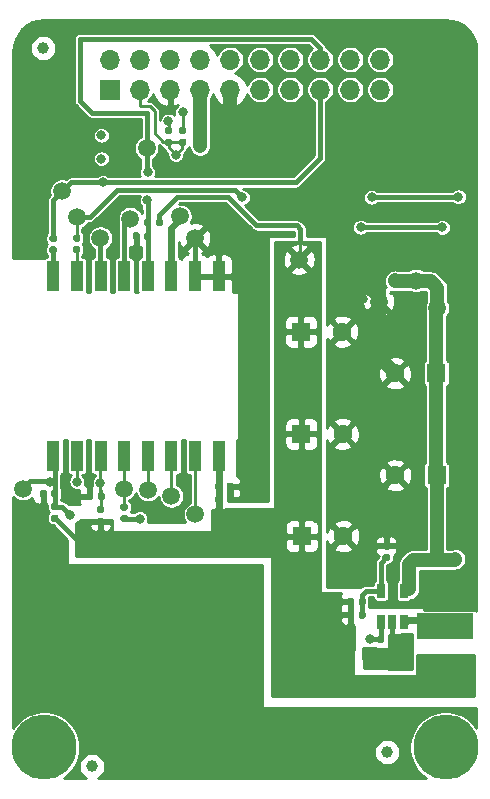
<source format=gtl>
G04 #@! TF.GenerationSoftware,KiCad,Pcbnew,(5.1.10)-1*
G04 #@! TF.CreationDate,2022-03-11T13:30:57+05:30*
G04 #@! TF.ProjectId,P-1000072_Cicada Wi-Fi,502d3130-3030-4303-9732-5f4369636164,0.1*
G04 #@! TF.SameCoordinates,PX7cee6c0PY3dfd240*
G04 #@! TF.FileFunction,Copper,L1,Top*
G04 #@! TF.FilePolarity,Positive*
%FSLAX46Y46*%
G04 Gerber Fmt 4.6, Leading zero omitted, Abs format (unit mm)*
G04 Created by KiCad (PCBNEW (5.1.10)-1) date 2022-03-11 13:30:57*
%MOMM*%
%LPD*%
G01*
G04 APERTURE LIST*
G04 #@! TA.AperFunction,SMDPad,CuDef*
%ADD10R,0.650000X1.220000*%
G04 #@! TD*
G04 #@! TA.AperFunction,SMDPad,CuDef*
%ADD11R,1.100000X2.600000*%
G04 #@! TD*
G04 #@! TA.AperFunction,SMDPad,CuDef*
%ADD12C,1.500000*%
G04 #@! TD*
G04 #@! TA.AperFunction,ComponentPad*
%ADD13C,1.500000*%
G04 #@! TD*
G04 #@! TA.AperFunction,SMDPad,CuDef*
%ADD14R,4.800000X2.200000*%
G04 #@! TD*
G04 #@! TA.AperFunction,ComponentPad*
%ADD15O,1.700000X1.700000*%
G04 #@! TD*
G04 #@! TA.AperFunction,ComponentPad*
%ADD16R,1.700000X1.700000*%
G04 #@! TD*
G04 #@! TA.AperFunction,ComponentPad*
%ADD17C,1.600000*%
G04 #@! TD*
G04 #@! TA.AperFunction,ComponentPad*
%ADD18R,1.600000X1.600000*%
G04 #@! TD*
G04 #@! TA.AperFunction,ComponentPad*
%ADD19C,5.500000*%
G04 #@! TD*
G04 #@! TA.AperFunction,SMDPad,CuDef*
%ADD20C,1.000000*%
G04 #@! TD*
G04 #@! TA.AperFunction,ViaPad*
%ADD21C,0.800000*%
G04 #@! TD*
G04 #@! TA.AperFunction,Conductor*
%ADD22C,1.200000*%
G04 #@! TD*
G04 #@! TA.AperFunction,Conductor*
%ADD23C,0.250000*%
G04 #@! TD*
G04 #@! TA.AperFunction,Conductor*
%ADD24C,0.400000*%
G04 #@! TD*
G04 #@! TA.AperFunction,Conductor*
%ADD25C,0.600000*%
G04 #@! TD*
G04 #@! TA.AperFunction,Conductor*
%ADD26C,0.254000*%
G04 #@! TD*
G04 #@! TA.AperFunction,Conductor*
%ADD27C,0.100000*%
G04 #@! TD*
G04 APERTURE END LIST*
D10*
X11530000Y-43730000D03*
X13430000Y-43730000D03*
X13430000Y-46350000D03*
X12480000Y-46350000D03*
X11530000Y-46350000D03*
D11*
X-14220000Y-17110000D03*
X-12220000Y-17110000D03*
X-6220000Y-17110000D03*
X-4220000Y-32310000D03*
X-4220000Y-17110000D03*
X-2220000Y-32310000D03*
X-12220000Y-32310000D03*
X-16220000Y-17110000D03*
X-8220000Y-32310000D03*
X-10220000Y-17110000D03*
X-8220000Y-17110000D03*
X-6220000Y-32310000D03*
X-10220000Y-32310000D03*
X-2220000Y-17110000D03*
X-14220000Y-32310000D03*
X-16220000Y-32310000D03*
D12*
X-8326120Y-6253480D03*
X-15499080Y-9888220D03*
X-9707880Y-12222480D03*
X-12237720Y-13873480D03*
X-14196060Y-12082780D03*
X-4239260Y-13906500D03*
X-5491480Y-12024360D03*
X-4185920Y-37266880D03*
X-6223000Y-35727640D03*
X-8199120Y-35179000D03*
X-10251440Y-35100260D03*
X-18783300Y-35095180D03*
X4587240Y-15687040D03*
X16299180Y-19817080D03*
D13*
X14490000Y-17470000D03*
D14*
X16940000Y-50150000D03*
X16940000Y-46750000D03*
D15*
X11455400Y1244600D03*
X11455400Y-1295400D03*
X8915400Y1244600D03*
X8915400Y-1295400D03*
X6375400Y1244600D03*
X6375400Y-1295400D03*
X3835400Y1244600D03*
X3835400Y-1295400D03*
X1295400Y1244600D03*
X1295400Y-1295400D03*
X-1244600Y1244600D03*
X-1244600Y-1295400D03*
X-3784600Y1244600D03*
X-3784600Y-1295400D03*
X-6324600Y1244600D03*
X-6324600Y-1295400D03*
X-8864600Y1244600D03*
X-8864600Y-1295400D03*
X-11404600Y1244600D03*
D16*
X-11404600Y-1295400D03*
D17*
X8280400Y-30457140D03*
D18*
X4780400Y-30457140D03*
D17*
X8239760Y-21798280D03*
D18*
X4739760Y-21798280D03*
G04 #@! TA.AperFunction,SMDPad,CuDef*
G36*
G01*
X-16413260Y-14581500D02*
X-16068260Y-14581500D01*
G75*
G02*
X-15920760Y-14729000I0J-147500D01*
G01*
X-15920760Y-15024000D01*
G75*
G02*
X-16068260Y-15171500I-147500J0D01*
G01*
X-16413260Y-15171500D01*
G75*
G02*
X-16560760Y-15024000I0J147500D01*
G01*
X-16560760Y-14729000D01*
G75*
G02*
X-16413260Y-14581500I147500J0D01*
G01*
G37*
G04 #@! TD.AperFunction*
G04 #@! TA.AperFunction,SMDPad,CuDef*
G36*
G01*
X-16413260Y-13611500D02*
X-16068260Y-13611500D01*
G75*
G02*
X-15920760Y-13759000I0J-147500D01*
G01*
X-15920760Y-14054000D01*
G75*
G02*
X-16068260Y-14201500I-147500J0D01*
G01*
X-16413260Y-14201500D01*
G75*
G02*
X-16560760Y-14054000I0J147500D01*
G01*
X-16560760Y-13759000D01*
G75*
G02*
X-16413260Y-13611500I147500J0D01*
G01*
G37*
G04 #@! TD.AperFunction*
G04 #@! TA.AperFunction,SMDPad,CuDef*
G36*
G01*
X-14424440Y-14546220D02*
X-14079440Y-14546220D01*
G75*
G02*
X-13931940Y-14693720I0J-147500D01*
G01*
X-13931940Y-14988720D01*
G75*
G02*
X-14079440Y-15136220I-147500J0D01*
G01*
X-14424440Y-15136220D01*
G75*
G02*
X-14571940Y-14988720I0J147500D01*
G01*
X-14571940Y-14693720D01*
G75*
G02*
X-14424440Y-14546220I147500J0D01*
G01*
G37*
G04 #@! TD.AperFunction*
G04 #@! TA.AperFunction,SMDPad,CuDef*
G36*
G01*
X-14424440Y-13576220D02*
X-14079440Y-13576220D01*
G75*
G02*
X-13931940Y-13723720I0J-147500D01*
G01*
X-13931940Y-14018720D01*
G75*
G02*
X-14079440Y-14166220I-147500J0D01*
G01*
X-14424440Y-14166220D01*
G75*
G02*
X-14571940Y-14018720I0J147500D01*
G01*
X-14571940Y-13723720D01*
G75*
G02*
X-14424440Y-13576220I147500J0D01*
G01*
G37*
G04 #@! TD.AperFunction*
G04 #@! TA.AperFunction,SMDPad,CuDef*
G36*
G01*
X-10390920Y-37322120D02*
X-10045920Y-37322120D01*
G75*
G02*
X-9898420Y-37469620I0J-147500D01*
G01*
X-9898420Y-37764620D01*
G75*
G02*
X-10045920Y-37912120I-147500J0D01*
G01*
X-10390920Y-37912120D01*
G75*
G02*
X-10538420Y-37764620I0J147500D01*
G01*
X-10538420Y-37469620D01*
G75*
G02*
X-10390920Y-37322120I147500J0D01*
G01*
G37*
G04 #@! TD.AperFunction*
G04 #@! TA.AperFunction,SMDPad,CuDef*
G36*
G01*
X-10390920Y-36352120D02*
X-10045920Y-36352120D01*
G75*
G02*
X-9898420Y-36499620I0J-147500D01*
G01*
X-9898420Y-36794620D01*
G75*
G02*
X-10045920Y-36942120I-147500J0D01*
G01*
X-10390920Y-36942120D01*
G75*
G02*
X-10538420Y-36794620I0J147500D01*
G01*
X-10538420Y-36499620D01*
G75*
G02*
X-10390920Y-36352120I147500J0D01*
G01*
G37*
G04 #@! TD.AperFunction*
G04 #@! TA.AperFunction,SMDPad,CuDef*
G36*
G01*
X-7944480Y-12375100D02*
X-7944480Y-12720100D01*
G75*
G02*
X-8091980Y-12867600I-147500J0D01*
G01*
X-8386980Y-12867600D01*
G75*
G02*
X-8534480Y-12720100I0J147500D01*
G01*
X-8534480Y-12375100D01*
G75*
G02*
X-8386980Y-12227600I147500J0D01*
G01*
X-8091980Y-12227600D01*
G75*
G02*
X-7944480Y-12375100I0J-147500D01*
G01*
G37*
G04 #@! TD.AperFunction*
G04 #@! TA.AperFunction,SMDPad,CuDef*
G36*
G01*
X-6974480Y-12375100D02*
X-6974480Y-12720100D01*
G75*
G02*
X-7121980Y-12867600I-147500J0D01*
G01*
X-7416980Y-12867600D01*
G75*
G02*
X-7564480Y-12720100I0J147500D01*
G01*
X-7564480Y-12375100D01*
G75*
G02*
X-7416980Y-12227600I147500J0D01*
G01*
X-7121980Y-12227600D01*
G75*
G02*
X-6974480Y-12375100I0J-147500D01*
G01*
G37*
G04 #@! TD.AperFunction*
G04 #@! TA.AperFunction,SMDPad,CuDef*
G36*
G01*
X-15948880Y-36899220D02*
X-16293880Y-36899220D01*
G75*
G02*
X-16441380Y-36751720I0J147500D01*
G01*
X-16441380Y-36456720D01*
G75*
G02*
X-16293880Y-36309220I147500J0D01*
G01*
X-15948880Y-36309220D01*
G75*
G02*
X-15801380Y-36456720I0J-147500D01*
G01*
X-15801380Y-36751720D01*
G75*
G02*
X-15948880Y-36899220I-147500J0D01*
G01*
G37*
G04 #@! TD.AperFunction*
G04 #@! TA.AperFunction,SMDPad,CuDef*
G36*
G01*
X-15948880Y-37869220D02*
X-16293880Y-37869220D01*
G75*
G02*
X-16441380Y-37721720I0J147500D01*
G01*
X-16441380Y-37426720D01*
G75*
G02*
X-16293880Y-37279220I147500J0D01*
G01*
X-15948880Y-37279220D01*
G75*
G02*
X-15801380Y-37426720I0J-147500D01*
G01*
X-15801380Y-37721720D01*
G75*
G02*
X-15948880Y-37869220I-147500J0D01*
G01*
G37*
G04 #@! TD.AperFunction*
G04 #@! TA.AperFunction,SMDPad,CuDef*
G36*
G01*
X-12397520Y-37543380D02*
X-12052520Y-37543380D01*
G75*
G02*
X-11905020Y-37690880I0J-147500D01*
G01*
X-11905020Y-37985880D01*
G75*
G02*
X-12052520Y-38133380I-147500J0D01*
G01*
X-12397520Y-38133380D01*
G75*
G02*
X-12545020Y-37985880I0J147500D01*
G01*
X-12545020Y-37690880D01*
G75*
G02*
X-12397520Y-37543380I147500J0D01*
G01*
G37*
G04 #@! TD.AperFunction*
G04 #@! TA.AperFunction,SMDPad,CuDef*
G36*
G01*
X-12397520Y-36573380D02*
X-12052520Y-36573380D01*
G75*
G02*
X-11905020Y-36720880I0J-147500D01*
G01*
X-11905020Y-37015880D01*
G75*
G02*
X-12052520Y-37163380I-147500J0D01*
G01*
X-12397520Y-37163380D01*
G75*
G02*
X-12545020Y-37015880I0J147500D01*
G01*
X-12545020Y-36720880D01*
G75*
G02*
X-12397520Y-36573380I147500J0D01*
G01*
G37*
G04 #@! TD.AperFunction*
G04 #@! TA.AperFunction,SMDPad,CuDef*
G36*
G01*
X-8534760Y-13883420D02*
X-8534760Y-13538420D01*
G75*
G02*
X-8387260Y-13390920I147500J0D01*
G01*
X-8092260Y-13390920D01*
G75*
G02*
X-7944760Y-13538420I0J-147500D01*
G01*
X-7944760Y-13883420D01*
G75*
G02*
X-8092260Y-14030920I-147500J0D01*
G01*
X-8387260Y-14030920D01*
G75*
G02*
X-8534760Y-13883420I0J147500D01*
G01*
G37*
G04 #@! TD.AperFunction*
G04 #@! TA.AperFunction,SMDPad,CuDef*
G36*
G01*
X-9504760Y-13883420D02*
X-9504760Y-13538420D01*
G75*
G02*
X-9357260Y-13390920I147500J0D01*
G01*
X-9062260Y-13390920D01*
G75*
G02*
X-8914760Y-13538420I0J-147500D01*
G01*
X-8914760Y-13883420D01*
G75*
G02*
X-9062260Y-14030920I-147500J0D01*
G01*
X-9357260Y-14030920D01*
G75*
G02*
X-9504760Y-13883420I0J147500D01*
G01*
G37*
G04 #@! TD.AperFunction*
G04 #@! TA.AperFunction,SMDPad,CuDef*
G36*
G01*
X-1935120Y-35796440D02*
X-1935120Y-36141440D01*
G75*
G02*
X-2082620Y-36288940I-147500J0D01*
G01*
X-2377620Y-36288940D01*
G75*
G02*
X-2525120Y-36141440I0J147500D01*
G01*
X-2525120Y-35796440D01*
G75*
G02*
X-2377620Y-35648940I147500J0D01*
G01*
X-2082620Y-35648940D01*
G75*
G02*
X-1935120Y-35796440I0J-147500D01*
G01*
G37*
G04 #@! TD.AperFunction*
G04 #@! TA.AperFunction,SMDPad,CuDef*
G36*
G01*
X-965120Y-35796440D02*
X-965120Y-36141440D01*
G75*
G02*
X-1112620Y-36288940I-147500J0D01*
G01*
X-1407620Y-36288940D01*
G75*
G02*
X-1555120Y-36141440I0J147500D01*
G01*
X-1555120Y-35796440D01*
G75*
G02*
X-1407620Y-35648940I147500J0D01*
G01*
X-1112620Y-35648940D01*
G75*
G02*
X-965120Y-35796440I0J-147500D01*
G01*
G37*
G04 #@! TD.AperFunction*
G04 #@! TA.AperFunction,SMDPad,CuDef*
G36*
G01*
X-1935120Y-34724560D02*
X-1935120Y-35069560D01*
G75*
G02*
X-2082620Y-35217060I-147500J0D01*
G01*
X-2377620Y-35217060D01*
G75*
G02*
X-2525120Y-35069560I0J147500D01*
G01*
X-2525120Y-34724560D01*
G75*
G02*
X-2377620Y-34577060I147500J0D01*
G01*
X-2082620Y-34577060D01*
G75*
G02*
X-1935120Y-34724560I0J-147500D01*
G01*
G37*
G04 #@! TD.AperFunction*
G04 #@! TA.AperFunction,SMDPad,CuDef*
G36*
G01*
X-965120Y-34724560D02*
X-965120Y-35069560D01*
G75*
G02*
X-1112620Y-35217060I-147500J0D01*
G01*
X-1407620Y-35217060D01*
G75*
G02*
X-1555120Y-35069560I0J147500D01*
G01*
X-1555120Y-34724560D01*
G75*
G02*
X-1407620Y-34577060I147500J0D01*
G01*
X-1112620Y-34577060D01*
G75*
G02*
X-965120Y-34724560I0J-147500D01*
G01*
G37*
G04 #@! TD.AperFunction*
G04 #@! TA.AperFunction,SMDPad,CuDef*
G36*
G01*
X-16411300Y-35679160D02*
X-16411300Y-35334160D01*
G75*
G02*
X-16263800Y-35186660I147500J0D01*
G01*
X-15968800Y-35186660D01*
G75*
G02*
X-15821300Y-35334160I0J-147500D01*
G01*
X-15821300Y-35679160D01*
G75*
G02*
X-15968800Y-35826660I-147500J0D01*
G01*
X-16263800Y-35826660D01*
G75*
G02*
X-16411300Y-35679160I0J147500D01*
G01*
G37*
G04 #@! TD.AperFunction*
G04 #@! TA.AperFunction,SMDPad,CuDef*
G36*
G01*
X-17381300Y-35679160D02*
X-17381300Y-35334160D01*
G75*
G02*
X-17233800Y-35186660I147500J0D01*
G01*
X-16938800Y-35186660D01*
G75*
G02*
X-16791300Y-35334160I0J-147500D01*
G01*
X-16791300Y-35679160D01*
G75*
G02*
X-16938800Y-35826660I-147500J0D01*
G01*
X-17233800Y-35826660D01*
G75*
G02*
X-17381300Y-35679160I0J147500D01*
G01*
G37*
G04 #@! TD.AperFunction*
G04 #@! TA.AperFunction,SMDPad,CuDef*
G36*
G01*
X-12479380Y-35920460D02*
X-12479380Y-35575460D01*
G75*
G02*
X-12331880Y-35427960I147500J0D01*
G01*
X-12036880Y-35427960D01*
G75*
G02*
X-11889380Y-35575460I0J-147500D01*
G01*
X-11889380Y-35920460D01*
G75*
G02*
X-12036880Y-36067960I-147500J0D01*
G01*
X-12331880Y-36067960D01*
G75*
G02*
X-12479380Y-35920460I0J147500D01*
G01*
G37*
G04 #@! TD.AperFunction*
G04 #@! TA.AperFunction,SMDPad,CuDef*
G36*
G01*
X-13449380Y-35920460D02*
X-13449380Y-35575460D01*
G75*
G02*
X-13301880Y-35427960I147500J0D01*
G01*
X-13006880Y-35427960D01*
G75*
G02*
X-12859380Y-35575460I0J-147500D01*
G01*
X-12859380Y-35920460D01*
G75*
G02*
X-13006880Y-36067960I-147500J0D01*
G01*
X-13301880Y-36067960D01*
G75*
G02*
X-13449380Y-35920460I0J147500D01*
G01*
G37*
G04 #@! TD.AperFunction*
D12*
X11333480Y-19273520D03*
D17*
X12702540Y-25318720D03*
D18*
X16202540Y-25318720D03*
D17*
X12722860Y-33962340D03*
D18*
X16222860Y-33962340D03*
G04 #@! TA.AperFunction,SMDPad,CuDef*
G36*
G01*
X12132500Y-40235000D02*
X11787500Y-40235000D01*
G75*
G02*
X11640000Y-40087500I0J147500D01*
G01*
X11640000Y-39792500D01*
G75*
G02*
X11787500Y-39645000I147500J0D01*
G01*
X12132500Y-39645000D01*
G75*
G02*
X12280000Y-39792500I0J-147500D01*
G01*
X12280000Y-40087500D01*
G75*
G02*
X12132500Y-40235000I-147500J0D01*
G01*
G37*
G04 #@! TD.AperFunction*
G04 #@! TA.AperFunction,SMDPad,CuDef*
G36*
G01*
X12132500Y-41205000D02*
X11787500Y-41205000D01*
G75*
G02*
X11640000Y-41057500I0J147500D01*
G01*
X11640000Y-40762500D01*
G75*
G02*
X11787500Y-40615000I147500J0D01*
G01*
X12132500Y-40615000D01*
G75*
G02*
X12280000Y-40762500I0J-147500D01*
G01*
X12280000Y-41057500D01*
G75*
G02*
X12132500Y-41205000I-147500J0D01*
G01*
G37*
G04 #@! TD.AperFunction*
G04 #@! TA.AperFunction,SMDPad,CuDef*
G36*
G01*
X9625000Y-44822500D02*
X9625000Y-44477500D01*
G75*
G02*
X9772500Y-44330000I147500J0D01*
G01*
X10067500Y-44330000D01*
G75*
G02*
X10215000Y-44477500I0J-147500D01*
G01*
X10215000Y-44822500D01*
G75*
G02*
X10067500Y-44970000I-147500J0D01*
G01*
X9772500Y-44970000D01*
G75*
G02*
X9625000Y-44822500I0J147500D01*
G01*
G37*
G04 #@! TD.AperFunction*
G04 #@! TA.AperFunction,SMDPad,CuDef*
G36*
G01*
X8655000Y-44822500D02*
X8655000Y-44477500D01*
G75*
G02*
X8802500Y-44330000I147500J0D01*
G01*
X9097500Y-44330000D01*
G75*
G02*
X9245000Y-44477500I0J-147500D01*
G01*
X9245000Y-44822500D01*
G75*
G02*
X9097500Y-44970000I-147500J0D01*
G01*
X8802500Y-44970000D01*
G75*
G02*
X8655000Y-44822500I0J147500D01*
G01*
G37*
G04 #@! TD.AperFunction*
G04 #@! TA.AperFunction,SMDPad,CuDef*
G36*
G01*
X12165000Y-48022500D02*
X12165000Y-47677500D01*
G75*
G02*
X12312500Y-47530000I147500J0D01*
G01*
X12607500Y-47530000D01*
G75*
G02*
X12755000Y-47677500I0J-147500D01*
G01*
X12755000Y-48022500D01*
G75*
G02*
X12607500Y-48170000I-147500J0D01*
G01*
X12312500Y-48170000D01*
G75*
G02*
X12165000Y-48022500I0J147500D01*
G01*
G37*
G04 #@! TD.AperFunction*
G04 #@! TA.AperFunction,SMDPad,CuDef*
G36*
G01*
X11195000Y-48022500D02*
X11195000Y-47677500D01*
G75*
G02*
X11342500Y-47530000I147500J0D01*
G01*
X11637500Y-47530000D01*
G75*
G02*
X11785000Y-47677500I0J-147500D01*
G01*
X11785000Y-48022500D01*
G75*
G02*
X11637500Y-48170000I-147500J0D01*
G01*
X11342500Y-48170000D01*
G75*
G02*
X11195000Y-48022500I0J147500D01*
G01*
G37*
G04 #@! TD.AperFunction*
D17*
X8315840Y-39116000D03*
D18*
X4815840Y-39116000D03*
G04 #@! TA.AperFunction,SMDPad,CuDef*
G36*
G01*
X13646250Y-50357500D02*
X12733750Y-50357500D01*
G75*
G02*
X12490000Y-50113750I0J243750D01*
G01*
X12490000Y-49626250D01*
G75*
G02*
X12733750Y-49382500I243750J0D01*
G01*
X13646250Y-49382500D01*
G75*
G02*
X13890000Y-49626250I0J-243750D01*
G01*
X13890000Y-50113750D01*
G75*
G02*
X13646250Y-50357500I-243750J0D01*
G01*
G37*
G04 #@! TD.AperFunction*
G04 #@! TA.AperFunction,SMDPad,CuDef*
G36*
G01*
X13646250Y-52232500D02*
X12733750Y-52232500D01*
G75*
G02*
X12490000Y-51988750I0J243750D01*
G01*
X12490000Y-51501250D01*
G75*
G02*
X12733750Y-51257500I243750J0D01*
G01*
X13646250Y-51257500D01*
G75*
G02*
X13890000Y-51501250I0J-243750D01*
G01*
X13890000Y-51988750D01*
G75*
G02*
X13646250Y-52232500I-243750J0D01*
G01*
G37*
G04 #@! TD.AperFunction*
G04 #@! TA.AperFunction,SMDPad,CuDef*
G36*
G01*
X11736250Y-50367500D02*
X11223750Y-50367500D01*
G75*
G02*
X11005000Y-50148750I0J218750D01*
G01*
X11005000Y-49711250D01*
G75*
G02*
X11223750Y-49492500I218750J0D01*
G01*
X11736250Y-49492500D01*
G75*
G02*
X11955000Y-49711250I0J-218750D01*
G01*
X11955000Y-50148750D01*
G75*
G02*
X11736250Y-50367500I-218750J0D01*
G01*
G37*
G04 #@! TD.AperFunction*
G04 #@! TA.AperFunction,SMDPad,CuDef*
G36*
G01*
X11736250Y-51942500D02*
X11223750Y-51942500D01*
G75*
G02*
X11005000Y-51723750I0J218750D01*
G01*
X11005000Y-51286250D01*
G75*
G02*
X11223750Y-51067500I218750J0D01*
G01*
X11736250Y-51067500D01*
G75*
G02*
X11955000Y-51286250I0J-218750D01*
G01*
X11955000Y-51723750D01*
G75*
G02*
X11736250Y-51942500I-218750J0D01*
G01*
G37*
G04 #@! TD.AperFunction*
G04 #@! TA.AperFunction,SMDPad,CuDef*
G36*
G01*
X9625000Y-45952500D02*
X9625000Y-45607500D01*
G75*
G02*
X9772500Y-45460000I147500J0D01*
G01*
X10067500Y-45460000D01*
G75*
G02*
X10215000Y-45607500I0J-147500D01*
G01*
X10215000Y-45952500D01*
G75*
G02*
X10067500Y-46100000I-147500J0D01*
G01*
X9772500Y-46100000D01*
G75*
G02*
X9625000Y-45952500I0J147500D01*
G01*
G37*
G04 #@! TD.AperFunction*
G04 #@! TA.AperFunction,SMDPad,CuDef*
G36*
G01*
X8655000Y-45952500D02*
X8655000Y-45607500D01*
G75*
G02*
X8802500Y-45460000I147500J0D01*
G01*
X9097500Y-45460000D01*
G75*
G02*
X9245000Y-45607500I0J-147500D01*
G01*
X9245000Y-45952500D01*
G75*
G02*
X9097500Y-46100000I-147500J0D01*
G01*
X8802500Y-46100000D01*
G75*
G02*
X8655000Y-45952500I0J147500D01*
G01*
G37*
G04 #@! TD.AperFunction*
G04 #@! TA.AperFunction,SMDPad,CuDef*
G36*
G01*
X15439070Y-42484700D02*
X16351570Y-42484700D01*
G75*
G02*
X16595320Y-42728450I0J-243750D01*
G01*
X16595320Y-43215950D01*
G75*
G02*
X16351570Y-43459700I-243750J0D01*
G01*
X15439070Y-43459700D01*
G75*
G02*
X15195320Y-43215950I0J243750D01*
G01*
X15195320Y-42728450D01*
G75*
G02*
X15439070Y-42484700I243750J0D01*
G01*
G37*
G04 #@! TD.AperFunction*
G04 #@! TA.AperFunction,SMDPad,CuDef*
G36*
G01*
X15439070Y-40609700D02*
X16351570Y-40609700D01*
G75*
G02*
X16595320Y-40853450I0J-243750D01*
G01*
X16595320Y-41340950D01*
G75*
G02*
X16351570Y-41584700I-243750J0D01*
G01*
X15439070Y-41584700D01*
G75*
G02*
X15195320Y-41340950I0J243750D01*
G01*
X15195320Y-40853450D01*
G75*
G02*
X15439070Y-40609700I243750J0D01*
G01*
G37*
G04 #@! TD.AperFunction*
G04 #@! TA.AperFunction,SMDPad,CuDef*
G36*
G01*
X17564390Y-42188880D02*
X18076890Y-42188880D01*
G75*
G02*
X18295640Y-42407630I0J-218750D01*
G01*
X18295640Y-42845130D01*
G75*
G02*
X18076890Y-43063880I-218750J0D01*
G01*
X17564390Y-43063880D01*
G75*
G02*
X17345640Y-42845130I0J218750D01*
G01*
X17345640Y-42407630D01*
G75*
G02*
X17564390Y-42188880I218750J0D01*
G01*
G37*
G04 #@! TD.AperFunction*
G04 #@! TA.AperFunction,SMDPad,CuDef*
G36*
G01*
X17564390Y-40613880D02*
X18076890Y-40613880D01*
G75*
G02*
X18295640Y-40832630I0J-218750D01*
G01*
X18295640Y-41270130D01*
G75*
G02*
X18076890Y-41488880I-218750J0D01*
G01*
X17564390Y-41488880D01*
G75*
G02*
X17345640Y-41270130I0J218750D01*
G01*
X17345640Y-40832630D01*
G75*
G02*
X17564390Y-40613880I218750J0D01*
G01*
G37*
G04 #@! TD.AperFunction*
D19*
X-17000000Y-57000000D03*
D20*
X12040000Y-57390000D03*
X-12948920Y-58592720D03*
X-17090000Y2220000D03*
D19*
X17000000Y-57000000D03*
G04 #@! TA.AperFunction,SMDPad,CuDef*
G36*
G01*
X-6304500Y-5083040D02*
X-6649500Y-5083040D01*
G75*
G02*
X-6797000Y-4935540I0J147500D01*
G01*
X-6797000Y-4640540D01*
G75*
G02*
X-6649500Y-4493040I147500J0D01*
G01*
X-6304500Y-4493040D01*
G75*
G02*
X-6157000Y-4640540I0J-147500D01*
G01*
X-6157000Y-4935540D01*
G75*
G02*
X-6304500Y-5083040I-147500J0D01*
G01*
G37*
G04 #@! TD.AperFunction*
G04 #@! TA.AperFunction,SMDPad,CuDef*
G36*
G01*
X-6304500Y-6053040D02*
X-6649500Y-6053040D01*
G75*
G02*
X-6797000Y-5905540I0J147500D01*
G01*
X-6797000Y-5610540D01*
G75*
G02*
X-6649500Y-5463040I147500J0D01*
G01*
X-6304500Y-5463040D01*
G75*
G02*
X-6157000Y-5610540I0J-147500D01*
G01*
X-6157000Y-5905540D01*
G75*
G02*
X-6304500Y-6053040I-147500J0D01*
G01*
G37*
G04 #@! TD.AperFunction*
G04 #@! TA.AperFunction,SMDPad,CuDef*
G36*
G01*
X-5105620Y-5070480D02*
X-5450620Y-5070480D01*
G75*
G02*
X-5598120Y-4922980I0J147500D01*
G01*
X-5598120Y-4627980D01*
G75*
G02*
X-5450620Y-4480480I147500J0D01*
G01*
X-5105620Y-4480480D01*
G75*
G02*
X-4958120Y-4627980I0J-147500D01*
G01*
X-4958120Y-4922980D01*
G75*
G02*
X-5105620Y-5070480I-147500J0D01*
G01*
G37*
G04 #@! TD.AperFunction*
G04 #@! TA.AperFunction,SMDPad,CuDef*
G36*
G01*
X-5105620Y-6040480D02*
X-5450620Y-6040480D01*
G75*
G02*
X-5598120Y-5892980I0J147500D01*
G01*
X-5598120Y-5597980D01*
G75*
G02*
X-5450620Y-5450480I147500J0D01*
G01*
X-5105620Y-5450480D01*
G75*
G02*
X-4958120Y-5597980I0J-147500D01*
G01*
X-4958120Y-5892980D01*
G75*
G02*
X-5105620Y-6040480I-147500J0D01*
G01*
G37*
G04 #@! TD.AperFunction*
D21*
X-19000000Y-44000000D03*
X-15273020Y-34483040D03*
X-19000000Y-42000000D03*
X-19000000Y-50000000D03*
X-19000000Y-52000000D03*
X-19039840Y-53939440D03*
X16570960Y-44323000D03*
X18684240Y-44048680D03*
X8026400Y-11938000D03*
X17647920Y-39613840D03*
X-7757160Y-36824920D03*
X-4973320Y-34508440D03*
X-19000000Y-40000000D03*
X-19000000Y-38000000D03*
X-16000000Y-40000000D03*
X-11882120Y-57292240D03*
X7020560Y3048000D03*
X13766800Y-55737760D03*
X13538200Y-57810400D03*
X13929360Y-59232800D03*
X-14030960Y-54660800D03*
X-16504920Y-53522880D03*
X-19000000Y-46000000D03*
X-19000000Y-48000000D03*
X10580000Y-48950000D03*
X13710000Y-48600000D03*
X-9260840Y-14808200D03*
X-11318240Y-11582400D03*
X1000000Y-42000000D03*
X1000000Y-44000000D03*
X1000000Y-46000000D03*
X1000000Y-48000000D03*
X1000000Y-50000000D03*
X1000000Y-52000000D03*
X1000000Y-54000000D03*
X1000000Y-56000000D03*
X-1000000Y-42000000D03*
X-3000000Y-42000000D03*
X-5000000Y-42000000D03*
X-7000000Y-42000000D03*
X-9000000Y-42000000D03*
X-11000000Y-42000000D03*
X-13000000Y-42000000D03*
X-15000000Y-42000000D03*
X3000000Y-54000000D03*
X5000000Y-54000000D03*
X7000000Y-54000000D03*
X9000000Y-54000000D03*
X11000000Y-54000000D03*
X13000000Y-54000000D03*
X15000000Y-54000000D03*
X-11000000Y-59000000D03*
X-9000000Y-59000000D03*
X-7000000Y-59000000D03*
X-5000000Y-59000000D03*
X-3000000Y-59000000D03*
X-1000000Y-59000000D03*
X1000000Y-59000000D03*
X3000000Y-59000000D03*
X5000000Y-59000000D03*
X7000000Y-59000000D03*
X9000000Y-59000000D03*
X11000000Y-59000000D03*
X9000000Y-56000000D03*
X-6000000Y-56000000D03*
X-6000000Y-48000000D03*
X-15000000Y-48000000D03*
X-11000000Y-52000000D03*
X-2000000Y-52000000D03*
X-11000000Y-45000000D03*
X-2000000Y-45000000D03*
X19000000Y-40000000D03*
X19000000Y-38000000D03*
X19000000Y-36000000D03*
X19000000Y-34000000D03*
X19000000Y-32000000D03*
X19000000Y-30000000D03*
X19000000Y-28000000D03*
X19000000Y-26000000D03*
X19000000Y-24000000D03*
X19000000Y-22000000D03*
X19000000Y-20000000D03*
X19000000Y-18000000D03*
X19000000Y-16000000D03*
X19000000Y-14000000D03*
X19000000Y-12000000D03*
X15011460Y-14988540D03*
X10000000Y-15000000D03*
X10000000Y-17000000D03*
X10000000Y-19000000D03*
X10000000Y-21000000D03*
X10000000Y-23000000D03*
X10000000Y-25000000D03*
X10000000Y-27000000D03*
X10000000Y-29000000D03*
X10000000Y-31000000D03*
X10000000Y-33000000D03*
X10000000Y-35000000D03*
X10000000Y-37000000D03*
X10000000Y-41000000D03*
X13410000Y-19790000D03*
X13950000Y-21530000D03*
X15000000Y-23000000D03*
X15000000Y-27000000D03*
X15000000Y-29000000D03*
X15000000Y-31000000D03*
X15000000Y-36000000D03*
X15000000Y-38000000D03*
X14000000Y-39000000D03*
X12000000Y-38000000D03*
X-19000000Y1000000D03*
X-18000000Y4000000D03*
X-16000000Y4000000D03*
X-14000000Y4000000D03*
X-12000000Y4000000D03*
X-10000000Y4000000D03*
X-5000000Y4000000D03*
X-3000000Y4000000D03*
X-1244600Y-3854600D03*
X1000000Y-4000000D03*
X3000000Y-4000000D03*
X5000000Y-4000000D03*
X5050000Y-6760000D03*
X3240000Y-6760000D03*
X1240000Y-6760000D03*
X-1000000Y-7000000D03*
X-10000000Y-5000000D03*
X-10000000Y-7000000D03*
X15000000Y2000000D03*
X15000000Y0D03*
X15000000Y-2000000D03*
X15000000Y-4000000D03*
X15000000Y-6000000D03*
X15215000Y-7785000D03*
X17000000Y-5000000D03*
X17000000Y-2000000D03*
X17000000Y1000000D03*
X17000000Y-8000000D03*
X8000000Y-4000000D03*
X10000000Y-4000000D03*
X12000000Y-4000000D03*
X8240000Y-6760000D03*
X10240000Y-6760000D03*
X12240000Y-6760000D03*
X1000000Y-14000000D03*
X1000000Y-18000000D03*
X1000000Y-20000000D03*
X1000000Y-22000000D03*
X1000000Y-24000000D03*
X1000000Y-26000000D03*
X1000000Y-28000000D03*
X1000000Y-30000000D03*
X1000000Y-32000000D03*
X1000000Y-34000000D03*
X12700000Y-27200000D03*
X12700000Y-29100000D03*
X12700000Y-31200000D03*
X18060000Y-10380000D03*
X10720000Y-10410000D03*
X-220000Y-10410000D03*
X-12030000Y-9160000D03*
X-12160000Y-5160000D03*
X-12160000Y-7160000D03*
X-5278120Y-3230880D03*
X-6477000Y-3967480D03*
X-12258040Y-34584640D03*
X10609580Y-47807880D03*
X-8244840Y-8305800D03*
X-8255000Y-10673080D03*
X-3784600Y-6060440D03*
X12590000Y-17460000D03*
X16710000Y-12960000D03*
X9794999Y-12944999D03*
X-8897900Y-37617120D03*
X-14813280Y-37284660D03*
X-16484600Y-34523680D03*
X4770120Y-18430240D03*
X-5847080Y-6797040D03*
X-14235680Y-34487100D03*
D22*
X-1244600Y-1295400D02*
X-1244600Y-3854600D01*
D23*
X-4235680Y-13910080D02*
X-4239260Y-13906500D01*
D24*
X-4235680Y-17139280D02*
X-4235680Y-13910080D01*
D23*
X15895320Y-43459700D02*
X15895320Y-42972200D01*
X17474820Y-42972200D02*
X17820640Y-42626380D01*
D25*
X-1260120Y-34897060D02*
X-1260120Y-35412960D01*
X-1260120Y-35412960D02*
X-1260120Y-35968940D01*
D22*
X15313660Y-14988540D02*
X15011460Y-14988540D01*
X12283440Y-14988540D02*
X11325860Y-15946120D01*
X11325860Y-23942040D02*
X12702540Y-25318720D01*
X11325860Y-15946120D02*
X11325860Y-19692620D01*
X11325860Y-23035260D02*
X11325860Y-23942040D01*
X11325860Y-19692620D02*
X11325860Y-23035260D01*
D23*
X-9209760Y-14757120D02*
X-9260840Y-14808200D01*
X-9209760Y-13710920D02*
X-9209760Y-14757120D01*
D22*
X15011460Y-14988540D02*
X12283440Y-14988540D01*
X-1244600Y-3854600D02*
X-1244600Y-3854600D01*
D24*
X12460000Y-46370000D02*
X12480000Y-46350000D01*
X12460000Y-47850000D02*
X12460000Y-46370000D01*
D23*
X-14235680Y-12122400D02*
X-14196060Y-12082780D01*
D24*
X10720000Y-10410000D02*
X10720000Y-10410000D01*
X18030000Y-10410000D02*
X18060000Y-10380000D01*
X10720000Y-10410000D02*
X18030000Y-10410000D01*
X-320000Y-10410000D02*
X-220000Y-10510000D01*
X-869990Y-9760010D02*
X-220000Y-10410000D01*
D23*
X-14251940Y-12138660D02*
X-14196060Y-12082780D01*
X-14251940Y-13871220D02*
X-14251940Y-12138660D01*
D24*
X-14196060Y-12082780D02*
X-13135400Y-12082780D01*
X-13135400Y-12082780D02*
X-10812630Y-9760010D01*
X-10812630Y-9760010D02*
X-869990Y-9760010D01*
X-14700000Y-9150000D02*
X-16238220Y-10688220D01*
X-12985282Y-9150000D02*
X-14700000Y-9150000D01*
X-12975282Y-9160000D02*
X-12985282Y-9150000D01*
X4310000Y-9160000D02*
X-12030000Y-9160000D01*
X6375400Y-7094600D02*
X4310000Y-9160000D01*
X6375400Y-1295400D02*
X6375400Y-7094600D01*
X-12030000Y-9160000D02*
X-12975282Y-9160000D01*
X-16238220Y-13903960D02*
X-16240760Y-13906500D01*
X-16238220Y-10688220D02*
X-16238220Y-13903960D01*
D23*
X-5278120Y-4775480D02*
X-5278120Y-3230880D01*
X-5278120Y-3230880D02*
X-5278120Y-3230880D01*
X-6461760Y-4659799D02*
X-6477000Y-4675039D01*
X-6461760Y-3860800D02*
X-6461760Y-4659799D01*
X-12110720Y-32339280D02*
X-12235680Y-32339280D01*
X-12235680Y-32339280D02*
X-12235680Y-35415720D01*
X-12212320Y-35219640D02*
X-12197080Y-35204400D01*
X-12212320Y-36383240D02*
X-12212320Y-35219640D01*
X-12225020Y-36395940D02*
X-12212320Y-36383240D01*
X-12225020Y-36868380D02*
X-12225020Y-36395940D01*
D24*
X11447880Y-47807880D02*
X11490000Y-47850000D01*
X10609580Y-47807880D02*
X11447880Y-47807880D01*
X11530000Y-47810000D02*
X11490000Y-47850000D01*
X11530000Y-46350000D02*
X11530000Y-47810000D01*
D23*
X-16235680Y-17139280D02*
X-16235680Y-15951200D01*
D24*
X-16240760Y-17089240D02*
X-16220000Y-17110000D01*
X-16240760Y-14876500D02*
X-16240760Y-17089240D01*
D23*
X-6235680Y-32339280D02*
X-6235680Y-34404320D01*
X-6235680Y-35582880D02*
X-6088380Y-35730180D01*
X-6235680Y-34404320D02*
X-6235680Y-35582880D01*
D24*
X-8260080Y-6187440D02*
X-8326120Y-6253480D01*
X-8260080Y-3284220D02*
X-8260080Y-6187440D01*
X-8294300Y-3250000D02*
X-8260080Y-3284220D01*
X-13980000Y-2240000D02*
X-12970000Y-3250000D01*
X-13970000Y-2230000D02*
X-13980000Y-2240000D01*
X-13970000Y3002280D02*
X-13970000Y-2230000D01*
X-12970000Y-3250000D02*
X-8294300Y-3250000D01*
X5598160Y3002280D02*
X-13970000Y3002280D01*
X6375400Y2225040D02*
X5598160Y3002280D01*
X6375400Y1244600D02*
X6375400Y2225040D01*
D23*
X-8235680Y-13920200D02*
X-8219440Y-13903960D01*
D24*
X-8235680Y-17139280D02*
X-8235680Y-13920200D01*
X-8224520Y-13909040D02*
X-8235680Y-13920200D01*
X-8224520Y-12946380D02*
X-8224520Y-13909040D01*
X-8326120Y-8224520D02*
X-8244840Y-8305800D01*
X-8326120Y-6253480D02*
X-8326120Y-8224520D01*
X-8219440Y-12941300D02*
X-8224520Y-12946380D01*
X-8219440Y-11978640D02*
X-8219440Y-12941300D01*
X-8224520Y-11976380D02*
X-8224520Y-11394440D01*
X-8234680Y-11384280D02*
X-8224520Y-11394440D01*
X-8234680Y-10535920D02*
X-8234680Y-11384280D01*
D22*
X-3784600Y-1295400D02*
X-3784600Y-3914600D01*
X17774820Y-41097200D02*
X17820640Y-41051380D01*
X15895320Y-41097200D02*
X17774820Y-41097200D01*
X15195320Y-41097200D02*
X15170440Y-41122080D01*
X14233120Y-41122080D02*
X13876020Y-41479180D01*
X15170440Y-41122080D02*
X14233120Y-41122080D01*
X15895320Y-41097200D02*
X15195320Y-41097200D01*
X13876020Y-41479180D02*
X13876020Y-43616880D01*
X16202540Y-19913720D02*
X16299180Y-19817080D01*
X16202540Y-25318720D02*
X16202540Y-19913720D01*
X16299180Y-19817080D02*
X16299180Y-18102580D01*
X16299180Y-18102580D02*
X15732760Y-17536160D01*
X12725870Y-17536160D02*
X12725870Y-17460000D01*
X15732760Y-17536160D02*
X12725870Y-17536160D01*
X16202540Y-33942020D02*
X16222860Y-33962340D01*
X16202540Y-25318720D02*
X16202540Y-33942020D01*
X16222860Y-40769660D02*
X15895320Y-41097200D01*
X16222860Y-33962340D02*
X16222860Y-40769660D01*
X-3784600Y-3914600D02*
X-3784600Y-6060440D01*
D24*
X9794999Y-12944999D02*
X9794999Y-12944999D01*
X16694999Y-12944999D02*
X16710000Y-12960000D01*
X9794999Y-12944999D02*
X16694999Y-12944999D01*
X-16116300Y-36599140D02*
X-16121380Y-36604220D01*
X-16116300Y-35506660D02*
X-16116300Y-36599140D01*
X-16116300Y-32413700D02*
X-16220000Y-32310000D01*
X-18166080Y-34477960D02*
X-16116300Y-34477960D01*
X-18783300Y-35095180D02*
X-18166080Y-34477960D01*
X-16116300Y-34477960D02*
X-16116300Y-32413700D01*
X-16116300Y-35506660D02*
X-16116300Y-34477960D01*
X-8897900Y-37617120D02*
X-8897900Y-37617120D01*
X-10218420Y-37617120D02*
X-8897900Y-37617120D01*
X-16121380Y-36604220D02*
X-15493720Y-36604220D01*
X-15493720Y-36604220D02*
X-14813280Y-37284660D01*
D25*
X-2235680Y-37204320D02*
X-1365000Y-38075000D01*
X-2235680Y-32339280D02*
X-2235680Y-37204320D01*
D23*
X-12344400Y-37957760D02*
X-12225020Y-37838380D01*
D25*
X-1490980Y-37906960D02*
X-1694180Y-37703760D01*
X-12230100Y-37843460D02*
X-12225020Y-37838380D01*
D22*
X17396620Y-50401380D02*
X17101820Y-50401380D01*
D24*
X-12893040Y-39702740D02*
X-12893040Y-39268400D01*
X-12225020Y-38600380D02*
X-12225020Y-37838380D01*
X-12893040Y-39268400D02*
X-12225020Y-38600380D01*
X-13992860Y-39702740D02*
X-12893040Y-39702740D01*
X-16121380Y-37574220D02*
X-13992860Y-39702740D01*
D23*
X4693920Y-14198600D02*
X4693920Y-15021560D01*
D24*
X4693920Y-13088282D02*
X4693920Y-14198600D01*
X4394439Y-12788801D02*
X4693920Y-13088282D01*
X974799Y-12788801D02*
X4394439Y-12788801D01*
X-5755640Y-10368280D02*
X-1445722Y-10368280D01*
X-1445722Y-10368280D02*
X974799Y-12788801D01*
X-7264400Y-11877040D02*
X-5755640Y-10368280D01*
X-7264400Y-12542520D02*
X-7264400Y-11877040D01*
X-7269480Y-12547600D02*
X-7264400Y-12542520D01*
X9920000Y-44650000D02*
X9920000Y-44050000D01*
X10240000Y-43730000D02*
X11530000Y-43730000D01*
X9920000Y-44050000D02*
X10240000Y-43730000D01*
X9920000Y-45780000D02*
X9920000Y-44650000D01*
X11530000Y-41340000D02*
X11960000Y-40910000D01*
X11530000Y-43730000D02*
X11530000Y-41340000D01*
D23*
X-6464440Y-5745480D02*
X-6477000Y-5758040D01*
X-5278120Y-5745480D02*
X-6464440Y-5745480D01*
X-5847080Y-6797040D02*
X-5328920Y-6278880D01*
X-5847080Y-6797040D02*
X-6451600Y-6192520D01*
X-6451600Y-5783440D02*
X-6477000Y-5758040D01*
X-6451600Y-6192520D02*
X-6451600Y-5783440D01*
X-5328920Y-5796280D02*
X-5278120Y-5745480D01*
X-5328920Y-6278880D02*
X-5328920Y-5796280D01*
X-8864600Y-2704670D02*
X-8864600Y-1295400D01*
X-8844280Y-2724990D02*
X-8864600Y-2704670D01*
X-8076834Y-2724990D02*
X-8844280Y-2724990D01*
X-7655560Y-3146264D02*
X-8076834Y-2724990D01*
X-7655560Y-4998720D02*
X-7655560Y-3146264D01*
X-6896240Y-5758040D02*
X-7655560Y-4998720D01*
X-6477000Y-5758040D02*
X-6896240Y-5758040D01*
X16737320Y-46236880D02*
X17101820Y-46601380D01*
D25*
X13876020Y-46236880D02*
X16737320Y-46236880D01*
D24*
X13762900Y-46350000D02*
X13876020Y-46236880D01*
X13430000Y-46350000D02*
X13762900Y-46350000D01*
D23*
X-10235680Y-32339280D02*
X-10235680Y-35484320D01*
X-10251440Y-36614100D02*
X-10218420Y-36647120D01*
X-10251440Y-35100260D02*
X-10251440Y-36614100D01*
X-14235680Y-17139280D02*
X-14235680Y-16775680D01*
X-14251940Y-17078060D02*
X-14220000Y-17110000D01*
X-14251940Y-14841220D02*
X-14251940Y-17078060D01*
X-4235680Y-32339280D02*
X-4235680Y-35134320D01*
X-4235680Y-37052020D02*
X-4028440Y-37259260D01*
X-4235680Y-35134320D02*
X-4235680Y-37052020D01*
X-14235680Y-32339280D02*
X-14235680Y-34487100D01*
X-8235680Y-32339280D02*
X-8235680Y-34806620D01*
X-8235680Y-34806620D02*
X-8235680Y-34944320D01*
D25*
X-5491480Y-12024360D02*
X-5491480Y-12252960D01*
X-6220000Y-12981480D02*
X-6220000Y-17110000D01*
X-5491480Y-12252960D02*
X-6220000Y-12981480D01*
D23*
X-10210800Y-17114400D02*
X-10235680Y-17139280D01*
D24*
X-10220000Y-12734600D02*
X-9707880Y-12222480D01*
X-10220000Y-17110000D02*
X-10220000Y-12734600D01*
D23*
X-12235680Y-17139280D02*
X-12235680Y-16193000D01*
X-12235680Y-17139280D02*
X-12235680Y-16045680D01*
X-12235680Y-13875520D02*
X-12237720Y-13873480D01*
D24*
X-12235680Y-17139280D02*
X-12235680Y-13875520D01*
D26*
X14123807Y-50322539D02*
X10056407Y-50307696D01*
X10033000Y-48833032D01*
X10033000Y-48598151D01*
X10153199Y-48596042D01*
X10162199Y-48600853D01*
X10186024Y-48608080D01*
X10208213Y-48610494D01*
X12096773Y-48648974D01*
X12121594Y-48647039D01*
X12145561Y-48640298D01*
X12167752Y-48629012D01*
X12187315Y-48613613D01*
X12203497Y-48594694D01*
X12215678Y-48572981D01*
X12223389Y-48549309D01*
X12226344Y-48519958D01*
X12209645Y-47481627D01*
X14142170Y-47430431D01*
X14123807Y-50322539D01*
G04 #@! TA.AperFunction,Conductor*
D27*
G36*
X14123807Y-50322539D02*
G01*
X10056407Y-50307696D01*
X10033000Y-48833032D01*
X10033000Y-48598151D01*
X10153199Y-48596042D01*
X10162199Y-48600853D01*
X10186024Y-48608080D01*
X10208213Y-48610494D01*
X12096773Y-48648974D01*
X12121594Y-48647039D01*
X12145561Y-48640298D01*
X12167752Y-48629012D01*
X12187315Y-48613613D01*
X12203497Y-48594694D01*
X12215678Y-48572981D01*
X12223389Y-48549309D01*
X12226344Y-48519958D01*
X12209645Y-47481627D01*
X14142170Y-47430431D01*
X14123807Y-50322539D01*
G37*
G04 #@! TD.AperFunction*
D26*
X6373000Y-43800000D02*
X6375440Y-43824776D01*
X6382667Y-43848601D01*
X6394403Y-43870557D01*
X6410197Y-43889803D01*
X6429443Y-43905597D01*
X6451399Y-43917333D01*
X6475224Y-43924560D01*
X6499556Y-43926999D01*
X8159508Y-43932803D01*
X8124463Y-43975506D01*
X8065498Y-44085820D01*
X8029188Y-44205518D01*
X8016928Y-44330000D01*
X8020000Y-44364250D01*
X8178750Y-44523000D01*
X8823000Y-44523000D01*
X8823000Y-44503000D01*
X9077000Y-44503000D01*
X9077000Y-44523000D01*
X9097000Y-44523000D01*
X9097000Y-44777000D01*
X9077000Y-44777000D01*
X9077000Y-45653000D01*
X9097000Y-45653000D01*
X9097000Y-45907000D01*
X9077000Y-45907000D01*
X9077000Y-46576250D01*
X9235750Y-46735000D01*
X9245000Y-46738072D01*
X9253637Y-46737221D01*
X9253009Y-46828301D01*
X9173026Y-50797441D01*
X9174966Y-50822262D01*
X9181712Y-50846227D01*
X9193003Y-50868416D01*
X9208406Y-50887975D01*
X9227329Y-50904154D01*
X9249045Y-50916330D01*
X9272719Y-50924035D01*
X9300000Y-50927000D01*
X14478000Y-50927000D01*
X14502776Y-50924560D01*
X14526601Y-50917333D01*
X14548557Y-50905597D01*
X14567803Y-50889803D01*
X14583597Y-50870557D01*
X14595333Y-50848601D01*
X14602560Y-50824776D01*
X14605000Y-50800000D01*
X14605000Y-49150207D01*
X19423000Y-49195803D01*
X19423000Y-52673000D01*
X2327000Y-52673000D01*
X2327000Y-46100000D01*
X8016928Y-46100000D01*
X8029188Y-46224482D01*
X8065498Y-46344180D01*
X8124463Y-46454494D01*
X8203815Y-46551185D01*
X8300506Y-46630537D01*
X8410820Y-46689502D01*
X8530518Y-46725812D01*
X8655000Y-46738072D01*
X8664250Y-46735000D01*
X8823000Y-46576250D01*
X8823000Y-45907000D01*
X8178750Y-45907000D01*
X8020000Y-46065750D01*
X8016928Y-46100000D01*
X2327000Y-46100000D01*
X2327000Y-44970000D01*
X8016928Y-44970000D01*
X8029188Y-45094482D01*
X8065498Y-45214180D01*
X8065936Y-45215000D01*
X8065498Y-45215820D01*
X8029188Y-45335518D01*
X8016928Y-45460000D01*
X8020000Y-45494250D01*
X8178750Y-45653000D01*
X8823000Y-45653000D01*
X8823000Y-44777000D01*
X8178750Y-44777000D01*
X8020000Y-44935750D01*
X8016928Y-44970000D01*
X2327000Y-44970000D01*
X2327000Y-40900000D01*
X2324560Y-40875224D01*
X2317333Y-40851399D01*
X2305597Y-40829443D01*
X2289803Y-40810197D01*
X2270557Y-40794403D01*
X2248601Y-40782667D01*
X2224776Y-40775440D01*
X2200000Y-40773000D01*
X-14273000Y-40773000D01*
X-14273000Y-39916000D01*
X3377768Y-39916000D01*
X3390028Y-40040482D01*
X3426338Y-40160180D01*
X3485303Y-40270494D01*
X3564655Y-40367185D01*
X3661346Y-40446537D01*
X3771660Y-40505502D01*
X3891358Y-40541812D01*
X4015840Y-40554072D01*
X4530090Y-40551000D01*
X4688840Y-40392250D01*
X4688840Y-39243000D01*
X4942840Y-39243000D01*
X4942840Y-40392250D01*
X5101590Y-40551000D01*
X5615840Y-40554072D01*
X5740322Y-40541812D01*
X5860020Y-40505502D01*
X5970334Y-40446537D01*
X6067025Y-40367185D01*
X6146377Y-40270494D01*
X6205342Y-40160180D01*
X6241652Y-40040482D01*
X6253912Y-39916000D01*
X6250840Y-39401750D01*
X6092090Y-39243000D01*
X4942840Y-39243000D01*
X4688840Y-39243000D01*
X3539590Y-39243000D01*
X3380840Y-39401750D01*
X3377768Y-39916000D01*
X-14273000Y-39916000D01*
X-14273000Y-38133380D01*
X-13183092Y-38133380D01*
X-13170832Y-38257862D01*
X-13134522Y-38377560D01*
X-13075557Y-38487874D01*
X-12996205Y-38584565D01*
X-12899514Y-38663917D01*
X-12789200Y-38722882D01*
X-12669502Y-38759192D01*
X-12545020Y-38771452D01*
X-12510770Y-38768380D01*
X-12352020Y-38609630D01*
X-12352020Y-37965380D01*
X-12098020Y-37965380D01*
X-12098020Y-38609630D01*
X-11939270Y-38768380D01*
X-11905020Y-38771452D01*
X-11780538Y-38759192D01*
X-11660840Y-38722882D01*
X-11550526Y-38663917D01*
X-11453835Y-38584565D01*
X-11374483Y-38487874D01*
X-11315518Y-38377560D01*
X-11279208Y-38257862D01*
X-11266948Y-38133380D01*
X-11270020Y-38124130D01*
X-11428770Y-37965380D01*
X-12098020Y-37965380D01*
X-12352020Y-37965380D01*
X-13021270Y-37965380D01*
X-13180020Y-38124130D01*
X-13183092Y-38133380D01*
X-14273000Y-38133380D01*
X-14273000Y-37971907D01*
X-13864822Y-37727000D01*
X-11227000Y-37727000D01*
X-11227000Y-38600000D01*
X-11224560Y-38624776D01*
X-11217333Y-38648601D01*
X-11205597Y-38670557D01*
X-11189803Y-38689803D01*
X-11170557Y-38705597D01*
X-11148601Y-38717333D01*
X-11124776Y-38724560D01*
X-11100000Y-38727000D01*
X-2900000Y-38727000D01*
X-2875224Y-38724560D01*
X-2851399Y-38717333D01*
X-2829443Y-38705597D01*
X-2810197Y-38689803D01*
X-2794403Y-38670557D01*
X-2782667Y-38648601D01*
X-2775440Y-38624776D01*
X-2773000Y-38600000D01*
X-2773000Y-38316000D01*
X3377768Y-38316000D01*
X3380840Y-38830250D01*
X3539590Y-38989000D01*
X4688840Y-38989000D01*
X4688840Y-37839750D01*
X4942840Y-37839750D01*
X4942840Y-38989000D01*
X6092090Y-38989000D01*
X6250840Y-38830250D01*
X6253912Y-38316000D01*
X6241652Y-38191518D01*
X6205342Y-38071820D01*
X6146377Y-37961506D01*
X6067025Y-37864815D01*
X5970334Y-37785463D01*
X5860020Y-37726498D01*
X5740322Y-37690188D01*
X5615840Y-37677928D01*
X5101590Y-37681000D01*
X4942840Y-37839750D01*
X4688840Y-37839750D01*
X4530090Y-37681000D01*
X4015840Y-37677928D01*
X3891358Y-37690188D01*
X3771660Y-37726498D01*
X3661346Y-37785463D01*
X3564655Y-37864815D01*
X3485303Y-37961506D01*
X3426338Y-38071820D01*
X3390028Y-38191518D01*
X3377768Y-38316000D01*
X-2773000Y-38316000D01*
X-2773000Y-36876464D01*
X-2769300Y-36878442D01*
X-2649602Y-36914752D01*
X-2525120Y-36927012D01*
X-2515870Y-36923940D01*
X-2357120Y-36765190D01*
X-2357120Y-36627000D01*
X-2103120Y-36627000D01*
X-2103120Y-36765190D01*
X-1944370Y-36923940D01*
X-1935120Y-36927012D01*
X-1810638Y-36914752D01*
X-1690940Y-36878442D01*
X-1594700Y-36827000D01*
X2400000Y-36827000D01*
X2424776Y-36824560D01*
X2448601Y-36817333D01*
X2470557Y-36805597D01*
X2489803Y-36789803D01*
X2505597Y-36770557D01*
X2517333Y-36748601D01*
X2524560Y-36724776D01*
X2527000Y-36700000D01*
X2527000Y-31257140D01*
X3342328Y-31257140D01*
X3354588Y-31381622D01*
X3390898Y-31501320D01*
X3449863Y-31611634D01*
X3529215Y-31708325D01*
X3625906Y-31787677D01*
X3736220Y-31846642D01*
X3855918Y-31882952D01*
X3980400Y-31895212D01*
X4494650Y-31892140D01*
X4653400Y-31733390D01*
X4653400Y-30584140D01*
X4907400Y-30584140D01*
X4907400Y-31733390D01*
X5066150Y-31892140D01*
X5580400Y-31895212D01*
X5704882Y-31882952D01*
X5824580Y-31846642D01*
X5934894Y-31787677D01*
X6031585Y-31708325D01*
X6110937Y-31611634D01*
X6169902Y-31501320D01*
X6206212Y-31381622D01*
X6218472Y-31257140D01*
X6215400Y-30742890D01*
X6056650Y-30584140D01*
X4907400Y-30584140D01*
X4653400Y-30584140D01*
X3504150Y-30584140D01*
X3345400Y-30742890D01*
X3342328Y-31257140D01*
X2527000Y-31257140D01*
X2527000Y-29657140D01*
X3342328Y-29657140D01*
X3345400Y-30171390D01*
X3504150Y-30330140D01*
X4653400Y-30330140D01*
X4653400Y-29180890D01*
X4907400Y-29180890D01*
X4907400Y-30330140D01*
X6056650Y-30330140D01*
X6215400Y-30171390D01*
X6218472Y-29657140D01*
X6206212Y-29532658D01*
X6169902Y-29412960D01*
X6110937Y-29302646D01*
X6031585Y-29205955D01*
X5934894Y-29126603D01*
X5824580Y-29067638D01*
X5704882Y-29031328D01*
X5580400Y-29019068D01*
X5066150Y-29022140D01*
X4907400Y-29180890D01*
X4653400Y-29180890D01*
X4494650Y-29022140D01*
X3980400Y-29019068D01*
X3855918Y-29031328D01*
X3736220Y-29067638D01*
X3625906Y-29126603D01*
X3529215Y-29205955D01*
X3449863Y-29302646D01*
X3390898Y-29412960D01*
X3354588Y-29532658D01*
X3342328Y-29657140D01*
X2527000Y-29657140D01*
X2527000Y-22598280D01*
X3301688Y-22598280D01*
X3313948Y-22722762D01*
X3350258Y-22842460D01*
X3409223Y-22952774D01*
X3488575Y-23049465D01*
X3585266Y-23128817D01*
X3695580Y-23187782D01*
X3815278Y-23224092D01*
X3939760Y-23236352D01*
X4454010Y-23233280D01*
X4612760Y-23074530D01*
X4612760Y-21925280D01*
X4866760Y-21925280D01*
X4866760Y-23074530D01*
X5025510Y-23233280D01*
X5539760Y-23236352D01*
X5664242Y-23224092D01*
X5783940Y-23187782D01*
X5894254Y-23128817D01*
X5990945Y-23049465D01*
X6070297Y-22952774D01*
X6129262Y-22842460D01*
X6165572Y-22722762D01*
X6177832Y-22598280D01*
X6174760Y-22084030D01*
X6016010Y-21925280D01*
X4866760Y-21925280D01*
X4612760Y-21925280D01*
X3463510Y-21925280D01*
X3304760Y-22084030D01*
X3301688Y-22598280D01*
X2527000Y-22598280D01*
X2527000Y-20998280D01*
X3301688Y-20998280D01*
X3304760Y-21512530D01*
X3463510Y-21671280D01*
X4612760Y-21671280D01*
X4612760Y-20522030D01*
X4866760Y-20522030D01*
X4866760Y-21671280D01*
X6016010Y-21671280D01*
X6174760Y-21512530D01*
X6177832Y-20998280D01*
X6165572Y-20873798D01*
X6129262Y-20754100D01*
X6070297Y-20643786D01*
X5990945Y-20547095D01*
X5894254Y-20467743D01*
X5783940Y-20408778D01*
X5664242Y-20372468D01*
X5539760Y-20360208D01*
X5025510Y-20363280D01*
X4866760Y-20522030D01*
X4612760Y-20522030D01*
X4454010Y-20363280D01*
X3939760Y-20360208D01*
X3815278Y-20372468D01*
X3695580Y-20408778D01*
X3585266Y-20467743D01*
X3488575Y-20547095D01*
X3409223Y-20643786D01*
X3350258Y-20754100D01*
X3313948Y-20873798D01*
X3301688Y-20998280D01*
X2527000Y-20998280D01*
X2527000Y-16644033D01*
X3809852Y-16644033D01*
X3875377Y-16882900D01*
X4122356Y-16998800D01*
X4387200Y-17064290D01*
X4659732Y-17076852D01*
X4929478Y-17036005D01*
X5186072Y-16943317D01*
X5299103Y-16882900D01*
X5364628Y-16644033D01*
X4587240Y-15866645D01*
X3809852Y-16644033D01*
X2527000Y-16644033D01*
X2527000Y-15759532D01*
X3197428Y-15759532D01*
X3238275Y-16029278D01*
X3330963Y-16285872D01*
X3391380Y-16398903D01*
X3630247Y-16464428D01*
X4407635Y-15687040D01*
X4766845Y-15687040D01*
X5544233Y-16464428D01*
X5783100Y-16398903D01*
X5899000Y-16151924D01*
X5964490Y-15887080D01*
X5977052Y-15614548D01*
X5936205Y-15344802D01*
X5843517Y-15088208D01*
X5783100Y-14975177D01*
X5544233Y-14909652D01*
X4766845Y-15687040D01*
X4407635Y-15687040D01*
X3630247Y-14909652D01*
X3391380Y-14975177D01*
X3275480Y-15222156D01*
X3209990Y-15487000D01*
X3197428Y-15759532D01*
X2527000Y-15759532D01*
X2527000Y-14730047D01*
X3809852Y-14730047D01*
X4587240Y-15507435D01*
X5364628Y-14730047D01*
X5299103Y-14491180D01*
X5052124Y-14375280D01*
X4787280Y-14309790D01*
X4514748Y-14297228D01*
X4245002Y-14338075D01*
X3988408Y-14430763D01*
X3875377Y-14491180D01*
X3809852Y-14730047D01*
X2527000Y-14730047D01*
X2527000Y-14227000D01*
X6373000Y-14227000D01*
X6373000Y-43800000D01*
G04 #@! TA.AperFunction,Conductor*
D27*
G36*
X6373000Y-43800000D02*
G01*
X6375440Y-43824776D01*
X6382667Y-43848601D01*
X6394403Y-43870557D01*
X6410197Y-43889803D01*
X6429443Y-43905597D01*
X6451399Y-43917333D01*
X6475224Y-43924560D01*
X6499556Y-43926999D01*
X8159508Y-43932803D01*
X8124463Y-43975506D01*
X8065498Y-44085820D01*
X8029188Y-44205518D01*
X8016928Y-44330000D01*
X8020000Y-44364250D01*
X8178750Y-44523000D01*
X8823000Y-44523000D01*
X8823000Y-44503000D01*
X9077000Y-44503000D01*
X9077000Y-44523000D01*
X9097000Y-44523000D01*
X9097000Y-44777000D01*
X9077000Y-44777000D01*
X9077000Y-45653000D01*
X9097000Y-45653000D01*
X9097000Y-45907000D01*
X9077000Y-45907000D01*
X9077000Y-46576250D01*
X9235750Y-46735000D01*
X9245000Y-46738072D01*
X9253637Y-46737221D01*
X9253009Y-46828301D01*
X9173026Y-50797441D01*
X9174966Y-50822262D01*
X9181712Y-50846227D01*
X9193003Y-50868416D01*
X9208406Y-50887975D01*
X9227329Y-50904154D01*
X9249045Y-50916330D01*
X9272719Y-50924035D01*
X9300000Y-50927000D01*
X14478000Y-50927000D01*
X14502776Y-50924560D01*
X14526601Y-50917333D01*
X14548557Y-50905597D01*
X14567803Y-50889803D01*
X14583597Y-50870557D01*
X14595333Y-50848601D01*
X14602560Y-50824776D01*
X14605000Y-50800000D01*
X14605000Y-49150207D01*
X19423000Y-49195803D01*
X19423000Y-52673000D01*
X2327000Y-52673000D01*
X2327000Y-46100000D01*
X8016928Y-46100000D01*
X8029188Y-46224482D01*
X8065498Y-46344180D01*
X8124463Y-46454494D01*
X8203815Y-46551185D01*
X8300506Y-46630537D01*
X8410820Y-46689502D01*
X8530518Y-46725812D01*
X8655000Y-46738072D01*
X8664250Y-46735000D01*
X8823000Y-46576250D01*
X8823000Y-45907000D01*
X8178750Y-45907000D01*
X8020000Y-46065750D01*
X8016928Y-46100000D01*
X2327000Y-46100000D01*
X2327000Y-44970000D01*
X8016928Y-44970000D01*
X8029188Y-45094482D01*
X8065498Y-45214180D01*
X8065936Y-45215000D01*
X8065498Y-45215820D01*
X8029188Y-45335518D01*
X8016928Y-45460000D01*
X8020000Y-45494250D01*
X8178750Y-45653000D01*
X8823000Y-45653000D01*
X8823000Y-44777000D01*
X8178750Y-44777000D01*
X8020000Y-44935750D01*
X8016928Y-44970000D01*
X2327000Y-44970000D01*
X2327000Y-40900000D01*
X2324560Y-40875224D01*
X2317333Y-40851399D01*
X2305597Y-40829443D01*
X2289803Y-40810197D01*
X2270557Y-40794403D01*
X2248601Y-40782667D01*
X2224776Y-40775440D01*
X2200000Y-40773000D01*
X-14273000Y-40773000D01*
X-14273000Y-39916000D01*
X3377768Y-39916000D01*
X3390028Y-40040482D01*
X3426338Y-40160180D01*
X3485303Y-40270494D01*
X3564655Y-40367185D01*
X3661346Y-40446537D01*
X3771660Y-40505502D01*
X3891358Y-40541812D01*
X4015840Y-40554072D01*
X4530090Y-40551000D01*
X4688840Y-40392250D01*
X4688840Y-39243000D01*
X4942840Y-39243000D01*
X4942840Y-40392250D01*
X5101590Y-40551000D01*
X5615840Y-40554072D01*
X5740322Y-40541812D01*
X5860020Y-40505502D01*
X5970334Y-40446537D01*
X6067025Y-40367185D01*
X6146377Y-40270494D01*
X6205342Y-40160180D01*
X6241652Y-40040482D01*
X6253912Y-39916000D01*
X6250840Y-39401750D01*
X6092090Y-39243000D01*
X4942840Y-39243000D01*
X4688840Y-39243000D01*
X3539590Y-39243000D01*
X3380840Y-39401750D01*
X3377768Y-39916000D01*
X-14273000Y-39916000D01*
X-14273000Y-38133380D01*
X-13183092Y-38133380D01*
X-13170832Y-38257862D01*
X-13134522Y-38377560D01*
X-13075557Y-38487874D01*
X-12996205Y-38584565D01*
X-12899514Y-38663917D01*
X-12789200Y-38722882D01*
X-12669502Y-38759192D01*
X-12545020Y-38771452D01*
X-12510770Y-38768380D01*
X-12352020Y-38609630D01*
X-12352020Y-37965380D01*
X-12098020Y-37965380D01*
X-12098020Y-38609630D01*
X-11939270Y-38768380D01*
X-11905020Y-38771452D01*
X-11780538Y-38759192D01*
X-11660840Y-38722882D01*
X-11550526Y-38663917D01*
X-11453835Y-38584565D01*
X-11374483Y-38487874D01*
X-11315518Y-38377560D01*
X-11279208Y-38257862D01*
X-11266948Y-38133380D01*
X-11270020Y-38124130D01*
X-11428770Y-37965380D01*
X-12098020Y-37965380D01*
X-12352020Y-37965380D01*
X-13021270Y-37965380D01*
X-13180020Y-38124130D01*
X-13183092Y-38133380D01*
X-14273000Y-38133380D01*
X-14273000Y-37971907D01*
X-13864822Y-37727000D01*
X-11227000Y-37727000D01*
X-11227000Y-38600000D01*
X-11224560Y-38624776D01*
X-11217333Y-38648601D01*
X-11205597Y-38670557D01*
X-11189803Y-38689803D01*
X-11170557Y-38705597D01*
X-11148601Y-38717333D01*
X-11124776Y-38724560D01*
X-11100000Y-38727000D01*
X-2900000Y-38727000D01*
X-2875224Y-38724560D01*
X-2851399Y-38717333D01*
X-2829443Y-38705597D01*
X-2810197Y-38689803D01*
X-2794403Y-38670557D01*
X-2782667Y-38648601D01*
X-2775440Y-38624776D01*
X-2773000Y-38600000D01*
X-2773000Y-38316000D01*
X3377768Y-38316000D01*
X3380840Y-38830250D01*
X3539590Y-38989000D01*
X4688840Y-38989000D01*
X4688840Y-37839750D01*
X4942840Y-37839750D01*
X4942840Y-38989000D01*
X6092090Y-38989000D01*
X6250840Y-38830250D01*
X6253912Y-38316000D01*
X6241652Y-38191518D01*
X6205342Y-38071820D01*
X6146377Y-37961506D01*
X6067025Y-37864815D01*
X5970334Y-37785463D01*
X5860020Y-37726498D01*
X5740322Y-37690188D01*
X5615840Y-37677928D01*
X5101590Y-37681000D01*
X4942840Y-37839750D01*
X4688840Y-37839750D01*
X4530090Y-37681000D01*
X4015840Y-37677928D01*
X3891358Y-37690188D01*
X3771660Y-37726498D01*
X3661346Y-37785463D01*
X3564655Y-37864815D01*
X3485303Y-37961506D01*
X3426338Y-38071820D01*
X3390028Y-38191518D01*
X3377768Y-38316000D01*
X-2773000Y-38316000D01*
X-2773000Y-36876464D01*
X-2769300Y-36878442D01*
X-2649602Y-36914752D01*
X-2525120Y-36927012D01*
X-2515870Y-36923940D01*
X-2357120Y-36765190D01*
X-2357120Y-36627000D01*
X-2103120Y-36627000D01*
X-2103120Y-36765190D01*
X-1944370Y-36923940D01*
X-1935120Y-36927012D01*
X-1810638Y-36914752D01*
X-1690940Y-36878442D01*
X-1594700Y-36827000D01*
X2400000Y-36827000D01*
X2424776Y-36824560D01*
X2448601Y-36817333D01*
X2470557Y-36805597D01*
X2489803Y-36789803D01*
X2505597Y-36770557D01*
X2517333Y-36748601D01*
X2524560Y-36724776D01*
X2527000Y-36700000D01*
X2527000Y-31257140D01*
X3342328Y-31257140D01*
X3354588Y-31381622D01*
X3390898Y-31501320D01*
X3449863Y-31611634D01*
X3529215Y-31708325D01*
X3625906Y-31787677D01*
X3736220Y-31846642D01*
X3855918Y-31882952D01*
X3980400Y-31895212D01*
X4494650Y-31892140D01*
X4653400Y-31733390D01*
X4653400Y-30584140D01*
X4907400Y-30584140D01*
X4907400Y-31733390D01*
X5066150Y-31892140D01*
X5580400Y-31895212D01*
X5704882Y-31882952D01*
X5824580Y-31846642D01*
X5934894Y-31787677D01*
X6031585Y-31708325D01*
X6110937Y-31611634D01*
X6169902Y-31501320D01*
X6206212Y-31381622D01*
X6218472Y-31257140D01*
X6215400Y-30742890D01*
X6056650Y-30584140D01*
X4907400Y-30584140D01*
X4653400Y-30584140D01*
X3504150Y-30584140D01*
X3345400Y-30742890D01*
X3342328Y-31257140D01*
X2527000Y-31257140D01*
X2527000Y-29657140D01*
X3342328Y-29657140D01*
X3345400Y-30171390D01*
X3504150Y-30330140D01*
X4653400Y-30330140D01*
X4653400Y-29180890D01*
X4907400Y-29180890D01*
X4907400Y-30330140D01*
X6056650Y-30330140D01*
X6215400Y-30171390D01*
X6218472Y-29657140D01*
X6206212Y-29532658D01*
X6169902Y-29412960D01*
X6110937Y-29302646D01*
X6031585Y-29205955D01*
X5934894Y-29126603D01*
X5824580Y-29067638D01*
X5704882Y-29031328D01*
X5580400Y-29019068D01*
X5066150Y-29022140D01*
X4907400Y-29180890D01*
X4653400Y-29180890D01*
X4494650Y-29022140D01*
X3980400Y-29019068D01*
X3855918Y-29031328D01*
X3736220Y-29067638D01*
X3625906Y-29126603D01*
X3529215Y-29205955D01*
X3449863Y-29302646D01*
X3390898Y-29412960D01*
X3354588Y-29532658D01*
X3342328Y-29657140D01*
X2527000Y-29657140D01*
X2527000Y-22598280D01*
X3301688Y-22598280D01*
X3313948Y-22722762D01*
X3350258Y-22842460D01*
X3409223Y-22952774D01*
X3488575Y-23049465D01*
X3585266Y-23128817D01*
X3695580Y-23187782D01*
X3815278Y-23224092D01*
X3939760Y-23236352D01*
X4454010Y-23233280D01*
X4612760Y-23074530D01*
X4612760Y-21925280D01*
X4866760Y-21925280D01*
X4866760Y-23074530D01*
X5025510Y-23233280D01*
X5539760Y-23236352D01*
X5664242Y-23224092D01*
X5783940Y-23187782D01*
X5894254Y-23128817D01*
X5990945Y-23049465D01*
X6070297Y-22952774D01*
X6129262Y-22842460D01*
X6165572Y-22722762D01*
X6177832Y-22598280D01*
X6174760Y-22084030D01*
X6016010Y-21925280D01*
X4866760Y-21925280D01*
X4612760Y-21925280D01*
X3463510Y-21925280D01*
X3304760Y-22084030D01*
X3301688Y-22598280D01*
X2527000Y-22598280D01*
X2527000Y-20998280D01*
X3301688Y-20998280D01*
X3304760Y-21512530D01*
X3463510Y-21671280D01*
X4612760Y-21671280D01*
X4612760Y-20522030D01*
X4866760Y-20522030D01*
X4866760Y-21671280D01*
X6016010Y-21671280D01*
X6174760Y-21512530D01*
X6177832Y-20998280D01*
X6165572Y-20873798D01*
X6129262Y-20754100D01*
X6070297Y-20643786D01*
X5990945Y-20547095D01*
X5894254Y-20467743D01*
X5783940Y-20408778D01*
X5664242Y-20372468D01*
X5539760Y-20360208D01*
X5025510Y-20363280D01*
X4866760Y-20522030D01*
X4612760Y-20522030D01*
X4454010Y-20363280D01*
X3939760Y-20360208D01*
X3815278Y-20372468D01*
X3695580Y-20408778D01*
X3585266Y-20467743D01*
X3488575Y-20547095D01*
X3409223Y-20643786D01*
X3350258Y-20754100D01*
X3313948Y-20873798D01*
X3301688Y-20998280D01*
X2527000Y-20998280D01*
X2527000Y-16644033D01*
X3809852Y-16644033D01*
X3875377Y-16882900D01*
X4122356Y-16998800D01*
X4387200Y-17064290D01*
X4659732Y-17076852D01*
X4929478Y-17036005D01*
X5186072Y-16943317D01*
X5299103Y-16882900D01*
X5364628Y-16644033D01*
X4587240Y-15866645D01*
X3809852Y-16644033D01*
X2527000Y-16644033D01*
X2527000Y-15759532D01*
X3197428Y-15759532D01*
X3238275Y-16029278D01*
X3330963Y-16285872D01*
X3391380Y-16398903D01*
X3630247Y-16464428D01*
X4407635Y-15687040D01*
X4766845Y-15687040D01*
X5544233Y-16464428D01*
X5783100Y-16398903D01*
X5899000Y-16151924D01*
X5964490Y-15887080D01*
X5977052Y-15614548D01*
X5936205Y-15344802D01*
X5843517Y-15088208D01*
X5783100Y-14975177D01*
X5544233Y-14909652D01*
X4766845Y-15687040D01*
X4407635Y-15687040D01*
X3630247Y-14909652D01*
X3391380Y-14975177D01*
X3275480Y-15222156D01*
X3209990Y-15487000D01*
X3197428Y-15759532D01*
X2527000Y-15759532D01*
X2527000Y-14730047D01*
X3809852Y-14730047D01*
X4587240Y-15507435D01*
X5364628Y-14730047D01*
X5299103Y-14491180D01*
X5052124Y-14375280D01*
X4787280Y-14309790D01*
X4514748Y-14297228D01*
X4245002Y-14338075D01*
X3988408Y-14430763D01*
X3875377Y-14491180D01*
X3809852Y-14730047D01*
X2527000Y-14730047D01*
X2527000Y-14227000D01*
X6373000Y-14227000D01*
X6373000Y-43800000D01*
G37*
G04 #@! TD.AperFunction*
D26*
X-16959300Y-35379660D02*
X-16939300Y-35379660D01*
X-16939300Y-35633660D01*
X-16959300Y-35633660D01*
X-16959300Y-36302910D01*
X-16800550Y-36461660D01*
X-16791300Y-36464732D01*
X-16769962Y-36462630D01*
X-16769962Y-36751720D01*
X-16760814Y-36844599D01*
X-16733722Y-36933909D01*
X-16689728Y-37016217D01*
X-16630521Y-37088361D01*
X-16629474Y-37089220D01*
X-16630521Y-37090079D01*
X-16689728Y-37162223D01*
X-16733722Y-37244531D01*
X-16760814Y-37333841D01*
X-16769962Y-37426720D01*
X-16769962Y-37721720D01*
X-16760814Y-37814599D01*
X-16733722Y-37903909D01*
X-16689728Y-37986217D01*
X-16630521Y-38058361D01*
X-16558377Y-38117568D01*
X-16476069Y-38161562D01*
X-16386759Y-38188654D01*
X-16293880Y-38197802D01*
X-16243087Y-38197802D01*
X-15027000Y-39413890D01*
X-15027000Y-41400000D01*
X-15024560Y-41424776D01*
X-15017333Y-41448601D01*
X-15005597Y-41470557D01*
X-14989803Y-41489803D01*
X-14970557Y-41505597D01*
X-14948601Y-41517333D01*
X-14924776Y-41524560D01*
X-14900000Y-41527000D01*
X1473000Y-41527000D01*
X1473000Y-53500000D01*
X1475440Y-53524776D01*
X1482667Y-53548601D01*
X1494403Y-53570557D01*
X1510197Y-53589803D01*
X1529443Y-53605597D01*
X1551399Y-53617333D01*
X1575224Y-53624560D01*
X1599652Y-53627000D01*
X19598001Y-53676284D01*
X19598001Y-55349730D01*
X19390062Y-55038527D01*
X18961473Y-54609938D01*
X18457506Y-54273198D01*
X17897528Y-54041248D01*
X17303058Y-53923000D01*
X16696942Y-53923000D01*
X16102472Y-54041248D01*
X15542494Y-54273198D01*
X15038527Y-54609938D01*
X14609938Y-55038527D01*
X14273198Y-55542494D01*
X14041248Y-56102472D01*
X13923000Y-56696942D01*
X13923000Y-57303058D01*
X14041248Y-57897528D01*
X14273198Y-58457506D01*
X14609938Y-58961473D01*
X15038527Y-59390062D01*
X15349728Y-59598000D01*
X-12430888Y-59598000D01*
X-12415085Y-59591454D01*
X-12230499Y-59468118D01*
X-12073522Y-59311141D01*
X-11950186Y-59126555D01*
X-11865230Y-58921454D01*
X-11821920Y-58703720D01*
X-11821920Y-58481720D01*
X-11865230Y-58263986D01*
X-11950186Y-58058885D01*
X-12073522Y-57874299D01*
X-12230499Y-57717322D01*
X-12415085Y-57593986D01*
X-12620186Y-57509030D01*
X-12837920Y-57465720D01*
X-13059920Y-57465720D01*
X-13277654Y-57509030D01*
X-13482755Y-57593986D01*
X-13667341Y-57717322D01*
X-13824318Y-57874299D01*
X-13947654Y-58058885D01*
X-14032610Y-58263986D01*
X-14075920Y-58481720D01*
X-14075920Y-58703720D01*
X-14032610Y-58921454D01*
X-13947654Y-59126555D01*
X-13824318Y-59311141D01*
X-13667341Y-59468118D01*
X-13482755Y-59591454D01*
X-13466952Y-59598000D01*
X-15349728Y-59598000D01*
X-15038527Y-59390062D01*
X-14609938Y-58961473D01*
X-14273198Y-58457506D01*
X-14041248Y-57897528D01*
X-13923000Y-57303058D01*
X-13923000Y-57279000D01*
X10913000Y-57279000D01*
X10913000Y-57501000D01*
X10956310Y-57718734D01*
X11041266Y-57923835D01*
X11164602Y-58108421D01*
X11321579Y-58265398D01*
X11506165Y-58388734D01*
X11711266Y-58473690D01*
X11929000Y-58517000D01*
X12151000Y-58517000D01*
X12368734Y-58473690D01*
X12573835Y-58388734D01*
X12758421Y-58265398D01*
X12915398Y-58108421D01*
X13038734Y-57923835D01*
X13123690Y-57718734D01*
X13167000Y-57501000D01*
X13167000Y-57279000D01*
X13123690Y-57061266D01*
X13038734Y-56856165D01*
X12915398Y-56671579D01*
X12758421Y-56514602D01*
X12573835Y-56391266D01*
X12368734Y-56306310D01*
X12151000Y-56263000D01*
X11929000Y-56263000D01*
X11711266Y-56306310D01*
X11506165Y-56391266D01*
X11321579Y-56514602D01*
X11164602Y-56671579D01*
X11041266Y-56856165D01*
X10956310Y-57061266D01*
X10913000Y-57279000D01*
X-13923000Y-57279000D01*
X-13923000Y-56696942D01*
X-14041248Y-56102472D01*
X-14273198Y-55542494D01*
X-14609938Y-55038527D01*
X-15038527Y-54609938D01*
X-15542494Y-54273198D01*
X-16102472Y-54041248D01*
X-16696942Y-53923000D01*
X-17303058Y-53923000D01*
X-17897528Y-54041248D01*
X-18457506Y-54273198D01*
X-18961473Y-54609938D01*
X-19390062Y-55038527D01*
X-19598000Y-55349728D01*
X-19598000Y-35803587D01*
X-19469847Y-35931740D01*
X-19293451Y-36049605D01*
X-19097449Y-36130791D01*
X-18889375Y-36172180D01*
X-18677225Y-36172180D01*
X-18469151Y-36130791D01*
X-18273149Y-36049605D01*
X-18096753Y-35931740D01*
X-18016889Y-35851876D01*
X-18007112Y-35951142D01*
X-17970802Y-36070840D01*
X-17911837Y-36181154D01*
X-17832485Y-36277845D01*
X-17735794Y-36357197D01*
X-17625480Y-36416162D01*
X-17505782Y-36452472D01*
X-17381300Y-36464732D01*
X-17372050Y-36461660D01*
X-17213300Y-36302910D01*
X-17213300Y-35633660D01*
X-17233300Y-35633660D01*
X-17233300Y-35379660D01*
X-17213300Y-35379660D01*
X-17213300Y-35359660D01*
X-16959300Y-35359660D01*
X-16959300Y-35379660D01*
G04 #@! TA.AperFunction,Conductor*
D27*
G36*
X-16959300Y-35379660D02*
G01*
X-16939300Y-35379660D01*
X-16939300Y-35633660D01*
X-16959300Y-35633660D01*
X-16959300Y-36302910D01*
X-16800550Y-36461660D01*
X-16791300Y-36464732D01*
X-16769962Y-36462630D01*
X-16769962Y-36751720D01*
X-16760814Y-36844599D01*
X-16733722Y-36933909D01*
X-16689728Y-37016217D01*
X-16630521Y-37088361D01*
X-16629474Y-37089220D01*
X-16630521Y-37090079D01*
X-16689728Y-37162223D01*
X-16733722Y-37244531D01*
X-16760814Y-37333841D01*
X-16769962Y-37426720D01*
X-16769962Y-37721720D01*
X-16760814Y-37814599D01*
X-16733722Y-37903909D01*
X-16689728Y-37986217D01*
X-16630521Y-38058361D01*
X-16558377Y-38117568D01*
X-16476069Y-38161562D01*
X-16386759Y-38188654D01*
X-16293880Y-38197802D01*
X-16243087Y-38197802D01*
X-15027000Y-39413890D01*
X-15027000Y-41400000D01*
X-15024560Y-41424776D01*
X-15017333Y-41448601D01*
X-15005597Y-41470557D01*
X-14989803Y-41489803D01*
X-14970557Y-41505597D01*
X-14948601Y-41517333D01*
X-14924776Y-41524560D01*
X-14900000Y-41527000D01*
X1473000Y-41527000D01*
X1473000Y-53500000D01*
X1475440Y-53524776D01*
X1482667Y-53548601D01*
X1494403Y-53570557D01*
X1510197Y-53589803D01*
X1529443Y-53605597D01*
X1551399Y-53617333D01*
X1575224Y-53624560D01*
X1599652Y-53627000D01*
X19598001Y-53676284D01*
X19598001Y-55349730D01*
X19390062Y-55038527D01*
X18961473Y-54609938D01*
X18457506Y-54273198D01*
X17897528Y-54041248D01*
X17303058Y-53923000D01*
X16696942Y-53923000D01*
X16102472Y-54041248D01*
X15542494Y-54273198D01*
X15038527Y-54609938D01*
X14609938Y-55038527D01*
X14273198Y-55542494D01*
X14041248Y-56102472D01*
X13923000Y-56696942D01*
X13923000Y-57303058D01*
X14041248Y-57897528D01*
X14273198Y-58457506D01*
X14609938Y-58961473D01*
X15038527Y-59390062D01*
X15349728Y-59598000D01*
X-12430888Y-59598000D01*
X-12415085Y-59591454D01*
X-12230499Y-59468118D01*
X-12073522Y-59311141D01*
X-11950186Y-59126555D01*
X-11865230Y-58921454D01*
X-11821920Y-58703720D01*
X-11821920Y-58481720D01*
X-11865230Y-58263986D01*
X-11950186Y-58058885D01*
X-12073522Y-57874299D01*
X-12230499Y-57717322D01*
X-12415085Y-57593986D01*
X-12620186Y-57509030D01*
X-12837920Y-57465720D01*
X-13059920Y-57465720D01*
X-13277654Y-57509030D01*
X-13482755Y-57593986D01*
X-13667341Y-57717322D01*
X-13824318Y-57874299D01*
X-13947654Y-58058885D01*
X-14032610Y-58263986D01*
X-14075920Y-58481720D01*
X-14075920Y-58703720D01*
X-14032610Y-58921454D01*
X-13947654Y-59126555D01*
X-13824318Y-59311141D01*
X-13667341Y-59468118D01*
X-13482755Y-59591454D01*
X-13466952Y-59598000D01*
X-15349728Y-59598000D01*
X-15038527Y-59390062D01*
X-14609938Y-58961473D01*
X-14273198Y-58457506D01*
X-14041248Y-57897528D01*
X-13923000Y-57303058D01*
X-13923000Y-57279000D01*
X10913000Y-57279000D01*
X10913000Y-57501000D01*
X10956310Y-57718734D01*
X11041266Y-57923835D01*
X11164602Y-58108421D01*
X11321579Y-58265398D01*
X11506165Y-58388734D01*
X11711266Y-58473690D01*
X11929000Y-58517000D01*
X12151000Y-58517000D01*
X12368734Y-58473690D01*
X12573835Y-58388734D01*
X12758421Y-58265398D01*
X12915398Y-58108421D01*
X13038734Y-57923835D01*
X13123690Y-57718734D01*
X13167000Y-57501000D01*
X13167000Y-57279000D01*
X13123690Y-57061266D01*
X13038734Y-56856165D01*
X12915398Y-56671579D01*
X12758421Y-56514602D01*
X12573835Y-56391266D01*
X12368734Y-56306310D01*
X12151000Y-56263000D01*
X11929000Y-56263000D01*
X11711266Y-56306310D01*
X11506165Y-56391266D01*
X11321579Y-56514602D01*
X11164602Y-56671579D01*
X11041266Y-56856165D01*
X10956310Y-57061266D01*
X10913000Y-57279000D01*
X-13923000Y-57279000D01*
X-13923000Y-56696942D01*
X-14041248Y-56102472D01*
X-14273198Y-55542494D01*
X-14609938Y-55038527D01*
X-15038527Y-54609938D01*
X-15542494Y-54273198D01*
X-16102472Y-54041248D01*
X-16696942Y-53923000D01*
X-17303058Y-53923000D01*
X-17897528Y-54041248D01*
X-18457506Y-54273198D01*
X-18961473Y-54609938D01*
X-19390062Y-55038527D01*
X-19598000Y-55349728D01*
X-19598000Y-35803587D01*
X-19469847Y-35931740D01*
X-19293451Y-36049605D01*
X-19097449Y-36130791D01*
X-18889375Y-36172180D01*
X-18677225Y-36172180D01*
X-18469151Y-36130791D01*
X-18273149Y-36049605D01*
X-18096753Y-35931740D01*
X-18016889Y-35851876D01*
X-18007112Y-35951142D01*
X-17970802Y-36070840D01*
X-17911837Y-36181154D01*
X-17832485Y-36277845D01*
X-17735794Y-36357197D01*
X-17625480Y-36416162D01*
X-17505782Y-36452472D01*
X-17381300Y-36464732D01*
X-17372050Y-36461660D01*
X-17213300Y-36302910D01*
X-17213300Y-35633660D01*
X-17233300Y-35633660D01*
X-17233300Y-35379660D01*
X-17213300Y-35379660D01*
X-17213300Y-35359660D01*
X-16959300Y-35359660D01*
X-16959300Y-35379660D01*
G37*
G04 #@! TD.AperFunction*
D26*
X17504242Y4546631D02*
X17989286Y4400188D01*
X18436642Y4162326D01*
X18829282Y3842096D01*
X19152241Y3451706D01*
X19393222Y3006020D01*
X19543048Y2522013D01*
X19598000Y1999180D01*
X19598000Y1999173D01*
X19598001Y-45448922D01*
X19572343Y-45417657D01*
X19522550Y-45376794D01*
X19465743Y-45346430D01*
X19404103Y-45327732D01*
X19340000Y-45321418D01*
X15127000Y-45321418D01*
X15127000Y-45200000D01*
X15124560Y-45175224D01*
X15117333Y-45151399D01*
X15105597Y-45129443D01*
X15089803Y-45110197D01*
X15070557Y-45094403D01*
X15048601Y-45082667D01*
X15024776Y-45075440D01*
X15000000Y-45073000D01*
X10470829Y-45073000D01*
X10507342Y-45004689D01*
X10534434Y-44915379D01*
X10543582Y-44822500D01*
X10543582Y-44477500D01*
X10534434Y-44384621D01*
X10507342Y-44295311D01*
X10486865Y-44257000D01*
X10876418Y-44257000D01*
X10876418Y-44340000D01*
X10882732Y-44404103D01*
X10901430Y-44465743D01*
X10931794Y-44522550D01*
X10972657Y-44572343D01*
X11022450Y-44613206D01*
X11079257Y-44643570D01*
X11140897Y-44662268D01*
X11205000Y-44668582D01*
X11855000Y-44668582D01*
X11919103Y-44662268D01*
X11980743Y-44643570D01*
X12037550Y-44613206D01*
X12087343Y-44572343D01*
X12128206Y-44522550D01*
X12158570Y-44465743D01*
X12177268Y-44404103D01*
X12183582Y-44340000D01*
X12183582Y-43120000D01*
X12177268Y-43055897D01*
X12158570Y-42994257D01*
X12128206Y-42937450D01*
X12087343Y-42887657D01*
X12057000Y-42862756D01*
X12057000Y-41558290D01*
X12081708Y-41533582D01*
X12132500Y-41533582D01*
X12225379Y-41524434D01*
X12314689Y-41497342D01*
X12396997Y-41453348D01*
X12469141Y-41394141D01*
X12528348Y-41321997D01*
X12572342Y-41239689D01*
X12599434Y-41150379D01*
X12608582Y-41057500D01*
X12608582Y-40779387D01*
X12634494Y-40765537D01*
X12731185Y-40686185D01*
X12810537Y-40589494D01*
X12869502Y-40479180D01*
X12905812Y-40359482D01*
X12918072Y-40235000D01*
X12915000Y-40225750D01*
X12756250Y-40067000D01*
X12087000Y-40067000D01*
X12087000Y-40087000D01*
X11833000Y-40087000D01*
X11833000Y-40067000D01*
X11163750Y-40067000D01*
X11005000Y-40225750D01*
X11001928Y-40235000D01*
X11014188Y-40359482D01*
X11050498Y-40479180D01*
X11109463Y-40589494D01*
X11188815Y-40686185D01*
X11285506Y-40765537D01*
X11311418Y-40779387D01*
X11311418Y-40813292D01*
X11175661Y-40949050D01*
X11155553Y-40965552D01*
X11098061Y-41035606D01*
X11089696Y-41045799D01*
X11040761Y-41137351D01*
X11010626Y-41236691D01*
X11000451Y-41340000D01*
X11003001Y-41365890D01*
X11003000Y-42862755D01*
X10972657Y-42887657D01*
X10931794Y-42937450D01*
X10901430Y-42994257D01*
X10882732Y-43055897D01*
X10876418Y-43120000D01*
X10876418Y-43203000D01*
X10265877Y-43203000D01*
X10239999Y-43200451D01*
X10214121Y-43203000D01*
X10214119Y-43203000D01*
X10136690Y-43210626D01*
X10037350Y-43240761D01*
X9945798Y-43289696D01*
X9865552Y-43355552D01*
X9851233Y-43373000D01*
X6927000Y-43373000D01*
X6927000Y-40108702D01*
X7502743Y-40108702D01*
X7574326Y-40352671D01*
X7829836Y-40473571D01*
X8104024Y-40542300D01*
X8386352Y-40556217D01*
X8665970Y-40514787D01*
X8932132Y-40419603D01*
X9057354Y-40352671D01*
X9128937Y-40108702D01*
X8315840Y-39295605D01*
X7502743Y-40108702D01*
X6927000Y-40108702D01*
X6927000Y-39493945D01*
X7012237Y-39732292D01*
X7079169Y-39857514D01*
X7323138Y-39929097D01*
X8136235Y-39116000D01*
X8495445Y-39116000D01*
X9308542Y-39929097D01*
X9552511Y-39857514D01*
X9653066Y-39645000D01*
X11001928Y-39645000D01*
X11005000Y-39654250D01*
X11163750Y-39813000D01*
X11833000Y-39813000D01*
X11833000Y-39168750D01*
X12087000Y-39168750D01*
X12087000Y-39813000D01*
X12756250Y-39813000D01*
X12915000Y-39654250D01*
X12918072Y-39645000D01*
X12905812Y-39520518D01*
X12869502Y-39400820D01*
X12810537Y-39290506D01*
X12731185Y-39193815D01*
X12634494Y-39114463D01*
X12524180Y-39055498D01*
X12404482Y-39019188D01*
X12280000Y-39006928D01*
X12245750Y-39010000D01*
X12087000Y-39168750D01*
X11833000Y-39168750D01*
X11674250Y-39010000D01*
X11640000Y-39006928D01*
X11515518Y-39019188D01*
X11395820Y-39055498D01*
X11285506Y-39114463D01*
X11188815Y-39193815D01*
X11109463Y-39290506D01*
X11050498Y-39400820D01*
X11014188Y-39520518D01*
X11001928Y-39645000D01*
X9653066Y-39645000D01*
X9673411Y-39602004D01*
X9742140Y-39327816D01*
X9756057Y-39045488D01*
X9714627Y-38765870D01*
X9619443Y-38499708D01*
X9552511Y-38374486D01*
X9308542Y-38302903D01*
X8495445Y-39116000D01*
X8136235Y-39116000D01*
X7323138Y-38302903D01*
X7079169Y-38374486D01*
X6958269Y-38629996D01*
X6927000Y-38754741D01*
X6927000Y-38123298D01*
X7502743Y-38123298D01*
X8315840Y-38936395D01*
X9128937Y-38123298D01*
X9057354Y-37879329D01*
X8801844Y-37758429D01*
X8527656Y-37689700D01*
X8245328Y-37675783D01*
X7965710Y-37717213D01*
X7699548Y-37812397D01*
X7574326Y-37879329D01*
X7502743Y-38123298D01*
X6927000Y-38123298D01*
X6927000Y-34955042D01*
X11909763Y-34955042D01*
X11981346Y-35199011D01*
X12236856Y-35319911D01*
X12511044Y-35388640D01*
X12793372Y-35402557D01*
X13072990Y-35361127D01*
X13339152Y-35265943D01*
X13464374Y-35199011D01*
X13535957Y-34955042D01*
X12722860Y-34141945D01*
X11909763Y-34955042D01*
X6927000Y-34955042D01*
X6927000Y-34032852D01*
X11282643Y-34032852D01*
X11324073Y-34312470D01*
X11419257Y-34578632D01*
X11486189Y-34703854D01*
X11730158Y-34775437D01*
X12543255Y-33962340D01*
X12902465Y-33962340D01*
X13715562Y-34775437D01*
X13959531Y-34703854D01*
X14080431Y-34448344D01*
X14149160Y-34174156D01*
X14163077Y-33891828D01*
X14121647Y-33612210D01*
X14026463Y-33346048D01*
X13959531Y-33220826D01*
X13715562Y-33149243D01*
X12902465Y-33962340D01*
X12543255Y-33962340D01*
X11730158Y-33149243D01*
X11486189Y-33220826D01*
X11365289Y-33476336D01*
X11296560Y-33750524D01*
X11282643Y-34032852D01*
X6927000Y-34032852D01*
X6927000Y-32969638D01*
X11909763Y-32969638D01*
X12722860Y-33782735D01*
X13535957Y-32969638D01*
X13464374Y-32725669D01*
X13208864Y-32604769D01*
X12934676Y-32536040D01*
X12652348Y-32522123D01*
X12372730Y-32563553D01*
X12106568Y-32658737D01*
X11981346Y-32725669D01*
X11909763Y-32969638D01*
X6927000Y-32969638D01*
X6927000Y-31449842D01*
X7467303Y-31449842D01*
X7538886Y-31693811D01*
X7794396Y-31814711D01*
X8068584Y-31883440D01*
X8350912Y-31897357D01*
X8630530Y-31855927D01*
X8896692Y-31760743D01*
X9021914Y-31693811D01*
X9093497Y-31449842D01*
X8280400Y-30636745D01*
X7467303Y-31449842D01*
X6927000Y-31449842D01*
X6927000Y-30934185D01*
X6976797Y-31073432D01*
X7043729Y-31198654D01*
X7287698Y-31270237D01*
X8100795Y-30457140D01*
X8460005Y-30457140D01*
X9273102Y-31270237D01*
X9517071Y-31198654D01*
X9637971Y-30943144D01*
X9706700Y-30668956D01*
X9720617Y-30386628D01*
X9679187Y-30107010D01*
X9584003Y-29840848D01*
X9517071Y-29715626D01*
X9273102Y-29644043D01*
X8460005Y-30457140D01*
X8100795Y-30457140D01*
X7287698Y-29644043D01*
X7043729Y-29715626D01*
X6927000Y-29962321D01*
X6927000Y-29464438D01*
X7467303Y-29464438D01*
X8280400Y-30277535D01*
X9093497Y-29464438D01*
X9021914Y-29220469D01*
X8766404Y-29099569D01*
X8492216Y-29030840D01*
X8209888Y-29016923D01*
X7930270Y-29058353D01*
X7664108Y-29153537D01*
X7538886Y-29220469D01*
X7467303Y-29464438D01*
X6927000Y-29464438D01*
X6927000Y-26311422D01*
X11889443Y-26311422D01*
X11961026Y-26555391D01*
X12216536Y-26676291D01*
X12490724Y-26745020D01*
X12773052Y-26758937D01*
X13052670Y-26717507D01*
X13318832Y-26622323D01*
X13444054Y-26555391D01*
X13515637Y-26311422D01*
X12702540Y-25498325D01*
X11889443Y-26311422D01*
X6927000Y-26311422D01*
X6927000Y-25389232D01*
X11262323Y-25389232D01*
X11303753Y-25668850D01*
X11398937Y-25935012D01*
X11465869Y-26060234D01*
X11709838Y-26131817D01*
X12522935Y-25318720D01*
X12882145Y-25318720D01*
X13695242Y-26131817D01*
X13939211Y-26060234D01*
X14060111Y-25804724D01*
X14128840Y-25530536D01*
X14142757Y-25248208D01*
X14101327Y-24968590D01*
X14006143Y-24702428D01*
X13939211Y-24577206D01*
X13695242Y-24505623D01*
X12882145Y-25318720D01*
X12522935Y-25318720D01*
X11709838Y-24505623D01*
X11465869Y-24577206D01*
X11344969Y-24832716D01*
X11276240Y-25106904D01*
X11262323Y-25389232D01*
X6927000Y-25389232D01*
X6927000Y-24326018D01*
X11889443Y-24326018D01*
X12702540Y-25139115D01*
X13515637Y-24326018D01*
X13444054Y-24082049D01*
X13188544Y-23961149D01*
X12914356Y-23892420D01*
X12632028Y-23878503D01*
X12352410Y-23919933D01*
X12086248Y-24015117D01*
X11961026Y-24082049D01*
X11889443Y-24326018D01*
X6927000Y-24326018D01*
X6927000Y-22790982D01*
X7426663Y-22790982D01*
X7498246Y-23034951D01*
X7753756Y-23155851D01*
X8027944Y-23224580D01*
X8310272Y-23238497D01*
X8589890Y-23197067D01*
X8856052Y-23101883D01*
X8981274Y-23034951D01*
X9052857Y-22790982D01*
X8239760Y-21977885D01*
X7426663Y-22790982D01*
X6927000Y-22790982D01*
X6927000Y-22388966D01*
X6936157Y-22414572D01*
X7003089Y-22539794D01*
X7247058Y-22611377D01*
X8060155Y-21798280D01*
X8419365Y-21798280D01*
X9232462Y-22611377D01*
X9476431Y-22539794D01*
X9597331Y-22284284D01*
X9666060Y-22010096D01*
X9679977Y-21727768D01*
X9638547Y-21448150D01*
X9543363Y-21181988D01*
X9476431Y-21056766D01*
X9232462Y-20985183D01*
X8419365Y-21798280D01*
X8060155Y-21798280D01*
X7247058Y-20985183D01*
X7003089Y-21056766D01*
X6927000Y-21217572D01*
X6927000Y-20805578D01*
X7426663Y-20805578D01*
X8239760Y-21618675D01*
X9052857Y-20805578D01*
X8981274Y-20561609D01*
X8725764Y-20440709D01*
X8451576Y-20371980D01*
X8169248Y-20358063D01*
X7889630Y-20399493D01*
X7623468Y-20494677D01*
X7498246Y-20561609D01*
X7426663Y-20805578D01*
X6927000Y-20805578D01*
X6927000Y-20230513D01*
X10556092Y-20230513D01*
X10621617Y-20469380D01*
X10868596Y-20585280D01*
X11133440Y-20650770D01*
X11405972Y-20663332D01*
X11675718Y-20622485D01*
X11932312Y-20529797D01*
X12045343Y-20469380D01*
X12110868Y-20230513D01*
X11333480Y-19453125D01*
X10556092Y-20230513D01*
X6927000Y-20230513D01*
X6927000Y-19346012D01*
X9943668Y-19346012D01*
X9984515Y-19615758D01*
X10077203Y-19872352D01*
X10137620Y-19985383D01*
X10376487Y-20050908D01*
X11153875Y-19273520D01*
X10376487Y-18496132D01*
X10137620Y-18561657D01*
X10021720Y-18808636D01*
X9956230Y-19073480D01*
X9943668Y-19346012D01*
X6927000Y-19346012D01*
X6927000Y-18316527D01*
X10556092Y-18316527D01*
X11333480Y-19093915D01*
X11347623Y-19079773D01*
X11527228Y-19259378D01*
X11513085Y-19273520D01*
X12290473Y-20050908D01*
X12529340Y-19985383D01*
X12645240Y-19738404D01*
X12710730Y-19473560D01*
X12723292Y-19201028D01*
X12682445Y-18931282D01*
X12589757Y-18674688D01*
X12529340Y-18561657D01*
X12290475Y-18496133D01*
X12385106Y-18401502D01*
X12544146Y-18449747D01*
X12725870Y-18467645D01*
X12771407Y-18463160D01*
X14073364Y-18463160D01*
X14175851Y-18505611D01*
X14383925Y-18547000D01*
X14596075Y-18547000D01*
X14804149Y-18505611D01*
X14906636Y-18463160D01*
X15348785Y-18463160D01*
X15372181Y-18486556D01*
X15372180Y-19265884D01*
X15344755Y-19306929D01*
X15263569Y-19502931D01*
X15222180Y-19711005D01*
X15222180Y-19923155D01*
X15263569Y-20131229D01*
X15275541Y-20160132D01*
X15275540Y-24215822D01*
X15219990Y-24245514D01*
X15170197Y-24286377D01*
X15129334Y-24336170D01*
X15098970Y-24392977D01*
X15080272Y-24454617D01*
X15073958Y-24518720D01*
X15073958Y-26118720D01*
X15080272Y-26182823D01*
X15098970Y-26244463D01*
X15129334Y-26301270D01*
X15170197Y-26351063D01*
X15219990Y-26391926D01*
X15275540Y-26421618D01*
X15275541Y-32870303D01*
X15240310Y-32889134D01*
X15190517Y-32929997D01*
X15149654Y-32979790D01*
X15119290Y-33036597D01*
X15100592Y-33098237D01*
X15094278Y-33162340D01*
X15094278Y-34762340D01*
X15100592Y-34826443D01*
X15119290Y-34888083D01*
X15149654Y-34944890D01*
X15190517Y-34994683D01*
X15240310Y-35035546D01*
X15295860Y-35065238D01*
X15295861Y-40170200D01*
X15240847Y-40170200D01*
X15195320Y-40165716D01*
X15149793Y-40170200D01*
X15149782Y-40170200D01*
X15013596Y-40183613D01*
X14975795Y-40195080D01*
X14278647Y-40195080D01*
X14233120Y-40190596D01*
X14187593Y-40195080D01*
X14187582Y-40195080D01*
X14051396Y-40208493D01*
X13876656Y-40261500D01*
X13715615Y-40347578D01*
X13660609Y-40392721D01*
X13574461Y-40463421D01*
X13545432Y-40498793D01*
X13252733Y-40791492D01*
X13217361Y-40820521D01*
X13188333Y-40855892D01*
X13188332Y-40855893D01*
X13101519Y-40961675D01*
X13015780Y-41122080D01*
X13015440Y-41122717D01*
X12962433Y-41297457D01*
X12949020Y-41433643D01*
X12949020Y-41433653D01*
X12944536Y-41479180D01*
X12949020Y-41524708D01*
X12949021Y-42832592D01*
X12922450Y-42846794D01*
X12872657Y-42887657D01*
X12831794Y-42937450D01*
X12801430Y-42994257D01*
X12782732Y-43055897D01*
X12776418Y-43120000D01*
X12776418Y-44340000D01*
X12782732Y-44404103D01*
X12801430Y-44465743D01*
X12831794Y-44522550D01*
X12872657Y-44572343D01*
X12922450Y-44613206D01*
X12979257Y-44643570D01*
X13040897Y-44662268D01*
X13105000Y-44668582D01*
X13755000Y-44668582D01*
X13819103Y-44662268D01*
X13880743Y-44643570D01*
X13937550Y-44613206D01*
X13987343Y-44572343D01*
X14018540Y-44534328D01*
X14057744Y-44530467D01*
X14232484Y-44477460D01*
X14393525Y-44391381D01*
X14534679Y-44275539D01*
X14650521Y-44134385D01*
X14736600Y-43973344D01*
X14789607Y-43798604D01*
X14803020Y-43662418D01*
X14803020Y-42049080D01*
X15124913Y-42049080D01*
X15170440Y-42053564D01*
X15215967Y-42049080D01*
X15215978Y-42049080D01*
X15352164Y-42035667D01*
X15389965Y-42024200D01*
X15849793Y-42024200D01*
X15895320Y-42028684D01*
X15940847Y-42024200D01*
X17729293Y-42024200D01*
X17774820Y-42028684D01*
X17820347Y-42024200D01*
X17820358Y-42024200D01*
X17956544Y-42010787D01*
X18131284Y-41957780D01*
X18292325Y-41871701D01*
X18433479Y-41755859D01*
X18462508Y-41720487D01*
X18508328Y-41674667D01*
X18595141Y-41568885D01*
X18681219Y-41407844D01*
X18734226Y-41233103D01*
X18752124Y-41051381D01*
X18734226Y-40869657D01*
X18681219Y-40694917D01*
X18595141Y-40533875D01*
X18479299Y-40392721D01*
X18338145Y-40276879D01*
X18177103Y-40190801D01*
X18002363Y-40137794D01*
X17820639Y-40119896D01*
X17638917Y-40137794D01*
X17532089Y-40170200D01*
X17149860Y-40170200D01*
X17149860Y-35065238D01*
X17205410Y-35035546D01*
X17255203Y-34994683D01*
X17296066Y-34944890D01*
X17326430Y-34888083D01*
X17345128Y-34826443D01*
X17351442Y-34762340D01*
X17351442Y-33162340D01*
X17345128Y-33098237D01*
X17326430Y-33036597D01*
X17296066Y-32979790D01*
X17255203Y-32929997D01*
X17205410Y-32889134D01*
X17148603Y-32858770D01*
X17129540Y-32852987D01*
X17129540Y-26421618D01*
X17185090Y-26391926D01*
X17234883Y-26351063D01*
X17275746Y-26301270D01*
X17306110Y-26244463D01*
X17324808Y-26182823D01*
X17331122Y-26118720D01*
X17331122Y-24518720D01*
X17324808Y-24454617D01*
X17306110Y-24392977D01*
X17275746Y-24336170D01*
X17234883Y-24286377D01*
X17185090Y-24245514D01*
X17129540Y-24215822D01*
X17129540Y-20509827D01*
X17135740Y-20503627D01*
X17253605Y-20327231D01*
X17334791Y-20131229D01*
X17376180Y-19923155D01*
X17376180Y-19711005D01*
X17334791Y-19502931D01*
X17253605Y-19306929D01*
X17226180Y-19265885D01*
X17226180Y-18148107D01*
X17230664Y-18102580D01*
X17226180Y-18057053D01*
X17226180Y-18057042D01*
X17212767Y-17920856D01*
X17159760Y-17746116D01*
X17113010Y-17658654D01*
X17073681Y-17585074D01*
X16986868Y-17479293D01*
X16957839Y-17443921D01*
X16922467Y-17414892D01*
X16420448Y-16912873D01*
X16391419Y-16877501D01*
X16250265Y-16761659D01*
X16089224Y-16675580D01*
X15914484Y-16622573D01*
X15778298Y-16609160D01*
X15778287Y-16609160D01*
X15732760Y-16604676D01*
X15687233Y-16609160D01*
X15140210Y-16609160D01*
X15000151Y-16515575D01*
X14804149Y-16434389D01*
X14596075Y-16393000D01*
X14383925Y-16393000D01*
X14175851Y-16434389D01*
X13979849Y-16515575D01*
X13839790Y-16609160D01*
X13100556Y-16609160D01*
X13082334Y-16599420D01*
X12907594Y-16546413D01*
X12725870Y-16528515D01*
X12544147Y-16546413D01*
X12369407Y-16599420D01*
X12208366Y-16685499D01*
X12067211Y-16801341D01*
X11951369Y-16942495D01*
X11865290Y-17103536D01*
X11812283Y-17278276D01*
X11798870Y-17414462D01*
X11798870Y-17490622D01*
X11794385Y-17536160D01*
X11812283Y-17717884D01*
X11865290Y-17892624D01*
X11937025Y-18026830D01*
X11798364Y-17961760D01*
X11533520Y-17896270D01*
X11260988Y-17883708D01*
X10991242Y-17924555D01*
X10734648Y-18017243D01*
X10621617Y-18077660D01*
X10556092Y-18316527D01*
X6927000Y-18316527D01*
X6927000Y-13800000D01*
X6924560Y-13775224D01*
X6917333Y-13751399D01*
X6905597Y-13729443D01*
X6889803Y-13710197D01*
X6870557Y-13694403D01*
X6848601Y-13682667D01*
X6824776Y-13675440D01*
X6800000Y-13673000D01*
X5220920Y-13673000D01*
X5220920Y-13114162D01*
X5223469Y-13088281D01*
X5213294Y-12984972D01*
X5183159Y-12885632D01*
X5176619Y-12873396D01*
X9067999Y-12873396D01*
X9067999Y-13016602D01*
X9095937Y-13157057D01*
X9150740Y-13289363D01*
X9230301Y-13408435D01*
X9331563Y-13509697D01*
X9450635Y-13589258D01*
X9582941Y-13644061D01*
X9723396Y-13671999D01*
X9866602Y-13671999D01*
X10007057Y-13644061D01*
X10139363Y-13589258D01*
X10258435Y-13509697D01*
X10296133Y-13471999D01*
X16193865Y-13471999D01*
X16246564Y-13524698D01*
X16365636Y-13604259D01*
X16497942Y-13659062D01*
X16638397Y-13687000D01*
X16781603Y-13687000D01*
X16922058Y-13659062D01*
X17054364Y-13604259D01*
X17173436Y-13524698D01*
X17274698Y-13423436D01*
X17354259Y-13304364D01*
X17409062Y-13172058D01*
X17437000Y-13031603D01*
X17437000Y-12888397D01*
X17409062Y-12747942D01*
X17354259Y-12615636D01*
X17274698Y-12496564D01*
X17173436Y-12395302D01*
X17054364Y-12315741D01*
X16922058Y-12260938D01*
X16781603Y-12233000D01*
X16638397Y-12233000D01*
X16497942Y-12260938D01*
X16365636Y-12315741D01*
X16246564Y-12395302D01*
X16223867Y-12417999D01*
X10296133Y-12417999D01*
X10258435Y-12380301D01*
X10139363Y-12300740D01*
X10007057Y-12245937D01*
X9866602Y-12217999D01*
X9723396Y-12217999D01*
X9582941Y-12245937D01*
X9450635Y-12300740D01*
X9331563Y-12380301D01*
X9230301Y-12481563D01*
X9150740Y-12600635D01*
X9095937Y-12732941D01*
X9067999Y-12873396D01*
X5176619Y-12873396D01*
X5134224Y-12794080D01*
X5068368Y-12713834D01*
X5048254Y-12697327D01*
X4785394Y-12434467D01*
X4768887Y-12414353D01*
X4688641Y-12348497D01*
X4597089Y-12299562D01*
X4497749Y-12269427D01*
X4420320Y-12261801D01*
X4394439Y-12259252D01*
X4368558Y-12261801D01*
X1193090Y-12261801D01*
X26206Y-11094918D01*
X124364Y-11054259D01*
X243436Y-10974698D01*
X344698Y-10873436D01*
X424259Y-10754364D01*
X479062Y-10622058D01*
X507000Y-10481603D01*
X507000Y-10338397D01*
X9993000Y-10338397D01*
X9993000Y-10481603D01*
X10020938Y-10622058D01*
X10075741Y-10754364D01*
X10155302Y-10873436D01*
X10256564Y-10974698D01*
X10375636Y-11054259D01*
X10507942Y-11109062D01*
X10648397Y-11137000D01*
X10791603Y-11137000D01*
X10932058Y-11109062D01*
X11064364Y-11054259D01*
X11183436Y-10974698D01*
X11221134Y-10937000D01*
X17588866Y-10937000D01*
X17596564Y-10944698D01*
X17715636Y-11024259D01*
X17847942Y-11079062D01*
X17988397Y-11107000D01*
X18131603Y-11107000D01*
X18272058Y-11079062D01*
X18404364Y-11024259D01*
X18523436Y-10944698D01*
X18624698Y-10843436D01*
X18704259Y-10724364D01*
X18759062Y-10592058D01*
X18787000Y-10451603D01*
X18787000Y-10308397D01*
X18759062Y-10167942D01*
X18704259Y-10035636D01*
X18624698Y-9916564D01*
X18523436Y-9815302D01*
X18404364Y-9735741D01*
X18272058Y-9680938D01*
X18131603Y-9653000D01*
X17988397Y-9653000D01*
X17847942Y-9680938D01*
X17715636Y-9735741D01*
X17596564Y-9815302D01*
X17528866Y-9883000D01*
X11221134Y-9883000D01*
X11183436Y-9845302D01*
X11064364Y-9765741D01*
X10932058Y-9710938D01*
X10791603Y-9683000D01*
X10648397Y-9683000D01*
X10507942Y-9710938D01*
X10375636Y-9765741D01*
X10256564Y-9845302D01*
X10155302Y-9946564D01*
X10075741Y-10065636D01*
X10020938Y-10197942D01*
X9993000Y-10338397D01*
X507000Y-10338397D01*
X479062Y-10197942D01*
X424259Y-10065636D01*
X344698Y-9946564D01*
X243436Y-9845302D01*
X124364Y-9765741D01*
X-7942Y-9710938D01*
X-128287Y-9687000D01*
X4284119Y-9687000D01*
X4310000Y-9689549D01*
X4335881Y-9687000D01*
X4413310Y-9679374D01*
X4512650Y-9649239D01*
X4604202Y-9600304D01*
X4684448Y-9534448D01*
X4700955Y-9514334D01*
X6729744Y-7485546D01*
X6749848Y-7469048D01*
X6815704Y-7388802D01*
X6864639Y-7297250D01*
X6894774Y-7197910D01*
X6902400Y-7120481D01*
X6904949Y-7094600D01*
X6902400Y-7068719D01*
X6902400Y-2351085D01*
X6932919Y-2338444D01*
X7125694Y-2209636D01*
X7289636Y-2045694D01*
X7418444Y-1852919D01*
X7507169Y-1638718D01*
X7552400Y-1411324D01*
X7552400Y-1179476D01*
X7738400Y-1179476D01*
X7738400Y-1411324D01*
X7783631Y-1638718D01*
X7872356Y-1852919D01*
X8001164Y-2045694D01*
X8165106Y-2209636D01*
X8357881Y-2338444D01*
X8572082Y-2427169D01*
X8799476Y-2472400D01*
X9031324Y-2472400D01*
X9258718Y-2427169D01*
X9472919Y-2338444D01*
X9665694Y-2209636D01*
X9829636Y-2045694D01*
X9958444Y-1852919D01*
X10047169Y-1638718D01*
X10092400Y-1411324D01*
X10092400Y-1179476D01*
X10278400Y-1179476D01*
X10278400Y-1411324D01*
X10323631Y-1638718D01*
X10412356Y-1852919D01*
X10541164Y-2045694D01*
X10705106Y-2209636D01*
X10897881Y-2338444D01*
X11112082Y-2427169D01*
X11339476Y-2472400D01*
X11571324Y-2472400D01*
X11798718Y-2427169D01*
X12012919Y-2338444D01*
X12205694Y-2209636D01*
X12369636Y-2045694D01*
X12498444Y-1852919D01*
X12587169Y-1638718D01*
X12632400Y-1411324D01*
X12632400Y-1179476D01*
X12587169Y-952082D01*
X12498444Y-737881D01*
X12369636Y-545106D01*
X12205694Y-381164D01*
X12012919Y-252356D01*
X11798718Y-163631D01*
X11571324Y-118400D01*
X11339476Y-118400D01*
X11112082Y-163631D01*
X10897881Y-252356D01*
X10705106Y-381164D01*
X10541164Y-545106D01*
X10412356Y-737881D01*
X10323631Y-952082D01*
X10278400Y-1179476D01*
X10092400Y-1179476D01*
X10047169Y-952082D01*
X9958444Y-737881D01*
X9829636Y-545106D01*
X9665694Y-381164D01*
X9472919Y-252356D01*
X9258718Y-163631D01*
X9031324Y-118400D01*
X8799476Y-118400D01*
X8572082Y-163631D01*
X8357881Y-252356D01*
X8165106Y-381164D01*
X8001164Y-545106D01*
X7872356Y-737881D01*
X7783631Y-952082D01*
X7738400Y-1179476D01*
X7552400Y-1179476D01*
X7507169Y-952082D01*
X7418444Y-737881D01*
X7289636Y-545106D01*
X7125694Y-381164D01*
X6932919Y-252356D01*
X6718718Y-163631D01*
X6491324Y-118400D01*
X6259476Y-118400D01*
X6032082Y-163631D01*
X5817881Y-252356D01*
X5625106Y-381164D01*
X5461164Y-545106D01*
X5332356Y-737881D01*
X5243631Y-952082D01*
X5198400Y-1179476D01*
X5198400Y-1411324D01*
X5243631Y-1638718D01*
X5332356Y-1852919D01*
X5461164Y-2045694D01*
X5625106Y-2209636D01*
X5817881Y-2338444D01*
X5848400Y-2351085D01*
X5848401Y-6876308D01*
X4091711Y-8633000D01*
X-7593471Y-8633000D01*
X-7545778Y-8517858D01*
X-7517840Y-8377403D01*
X-7517840Y-8234197D01*
X-7545778Y-8093742D01*
X-7600581Y-7961436D01*
X-7680142Y-7842364D01*
X-7781404Y-7741102D01*
X-7799120Y-7729265D01*
X-7799120Y-7196647D01*
X-7639573Y-7090040D01*
X-7489560Y-6940027D01*
X-7371695Y-6763631D01*
X-7290509Y-6567629D01*
X-7249120Y-6359555D01*
X-7249120Y-6147405D01*
X-7274701Y-6018803D01*
X-7231559Y-6061945D01*
X-7217399Y-6079199D01*
X-7148573Y-6135683D01*
X-7077032Y-6173922D01*
X-7070050Y-6177654D01*
X-7028837Y-6190156D01*
X-6986141Y-6242181D01*
X-6913997Y-6301388D01*
X-6886447Y-6316114D01*
X-6871214Y-6366329D01*
X-6829243Y-6444852D01*
X-6772759Y-6513679D01*
X-6755500Y-6527843D01*
X-6571397Y-6711947D01*
X-6574080Y-6725437D01*
X-6574080Y-6868643D01*
X-6546142Y-7009098D01*
X-6491339Y-7141404D01*
X-6411778Y-7260476D01*
X-6310516Y-7361738D01*
X-6191444Y-7441299D01*
X-6059138Y-7496102D01*
X-5918683Y-7524040D01*
X-5775477Y-7524040D01*
X-5635022Y-7496102D01*
X-5502716Y-7441299D01*
X-5383644Y-7361738D01*
X-5282382Y-7260476D01*
X-5202821Y-7141404D01*
X-5148018Y-7009098D01*
X-5120080Y-6868643D01*
X-5120080Y-6725437D01*
X-5122763Y-6711947D01*
X-5025014Y-6614198D01*
X-5007761Y-6600039D01*
X-4951277Y-6531213D01*
X-4909306Y-6452690D01*
X-4894780Y-6404804D01*
X-4883460Y-6367488D01*
X-4877635Y-6308344D01*
X-4841123Y-6288828D01*
X-4768979Y-6229621D01*
X-4709772Y-6157477D01*
X-4707032Y-6152350D01*
X-4698186Y-6242164D01*
X-4645179Y-6416904D01*
X-4559100Y-6577945D01*
X-4443258Y-6719099D01*
X-4302104Y-6834941D01*
X-4141063Y-6921020D01*
X-3966323Y-6974027D01*
X-3784600Y-6991925D01*
X-3602876Y-6974027D01*
X-3428136Y-6921020D01*
X-3267095Y-6834941D01*
X-3125941Y-6719099D01*
X-3010099Y-6577945D01*
X-2924020Y-6416904D01*
X-2871013Y-6242164D01*
X-2857600Y-6105978D01*
X-2857600Y-2026591D01*
X-2741556Y-1852919D01*
X-2673336Y-1688221D01*
X-2588757Y-1926652D01*
X-2439778Y-2176755D01*
X-2244869Y-2392988D01*
X-2011520Y-2567041D01*
X-1748699Y-2692225D01*
X-1601490Y-2736876D01*
X-1371600Y-2615555D01*
X-1371600Y-1422400D01*
X-1391600Y-1422400D01*
X-1391600Y-1168400D01*
X-1371600Y-1168400D01*
X-1371600Y-1148400D01*
X-1117600Y-1148400D01*
X-1117600Y-1168400D01*
X-1097600Y-1168400D01*
X-1097600Y-1422400D01*
X-1117600Y-1422400D01*
X-1117600Y-2615555D01*
X-887710Y-2736876D01*
X-740501Y-2692225D01*
X-477680Y-2567041D01*
X-244331Y-2392988D01*
X-49422Y-2176755D01*
X99557Y-1926652D01*
X184136Y-1688221D01*
X252356Y-1852919D01*
X381164Y-2045694D01*
X545106Y-2209636D01*
X737881Y-2338444D01*
X952082Y-2427169D01*
X1179476Y-2472400D01*
X1411324Y-2472400D01*
X1638718Y-2427169D01*
X1852919Y-2338444D01*
X2045694Y-2209636D01*
X2209636Y-2045694D01*
X2338444Y-1852919D01*
X2427169Y-1638718D01*
X2472400Y-1411324D01*
X2472400Y-1179476D01*
X2658400Y-1179476D01*
X2658400Y-1411324D01*
X2703631Y-1638718D01*
X2792356Y-1852919D01*
X2921164Y-2045694D01*
X3085106Y-2209636D01*
X3277881Y-2338444D01*
X3492082Y-2427169D01*
X3719476Y-2472400D01*
X3951324Y-2472400D01*
X4178718Y-2427169D01*
X4392919Y-2338444D01*
X4585694Y-2209636D01*
X4749636Y-2045694D01*
X4878444Y-1852919D01*
X4967169Y-1638718D01*
X5012400Y-1411324D01*
X5012400Y-1179476D01*
X4967169Y-952082D01*
X4878444Y-737881D01*
X4749636Y-545106D01*
X4585694Y-381164D01*
X4392919Y-252356D01*
X4178718Y-163631D01*
X3951324Y-118400D01*
X3719476Y-118400D01*
X3492082Y-163631D01*
X3277881Y-252356D01*
X3085106Y-381164D01*
X2921164Y-545106D01*
X2792356Y-737881D01*
X2703631Y-952082D01*
X2658400Y-1179476D01*
X2472400Y-1179476D01*
X2427169Y-952082D01*
X2338444Y-737881D01*
X2209636Y-545106D01*
X2045694Y-381164D01*
X1852919Y-252356D01*
X1638718Y-163631D01*
X1411324Y-118400D01*
X1179476Y-118400D01*
X952082Y-163631D01*
X737881Y-252356D01*
X545106Y-381164D01*
X381164Y-545106D01*
X252356Y-737881D01*
X184136Y-902579D01*
X99557Y-664148D01*
X-49422Y-414045D01*
X-244331Y-197812D01*
X-477680Y-23759D01*
X-740501Y101425D01*
X-849212Y134399D01*
X-687081Y201556D01*
X-494306Y330364D01*
X-330364Y494306D01*
X-201556Y687081D01*
X-112831Y901282D01*
X-67600Y1128676D01*
X-67600Y1360524D01*
X118400Y1360524D01*
X118400Y1128676D01*
X163631Y901282D01*
X252356Y687081D01*
X381164Y494306D01*
X545106Y330364D01*
X737881Y201556D01*
X952082Y112831D01*
X1179476Y67600D01*
X1411324Y67600D01*
X1638718Y112831D01*
X1852919Y201556D01*
X2045694Y330364D01*
X2209636Y494306D01*
X2338444Y687081D01*
X2427169Y901282D01*
X2472400Y1128676D01*
X2472400Y1360524D01*
X2658400Y1360524D01*
X2658400Y1128676D01*
X2703631Y901282D01*
X2792356Y687081D01*
X2921164Y494306D01*
X3085106Y330364D01*
X3277881Y201556D01*
X3492082Y112831D01*
X3719476Y67600D01*
X3951324Y67600D01*
X4178718Y112831D01*
X4392919Y201556D01*
X4585694Y330364D01*
X4749636Y494306D01*
X4878444Y687081D01*
X4967169Y901282D01*
X5012400Y1128676D01*
X5012400Y1360524D01*
X4967169Y1587918D01*
X4878444Y1802119D01*
X4749636Y1994894D01*
X4585694Y2158836D01*
X4392919Y2287644D01*
X4178718Y2376369D01*
X3951324Y2421600D01*
X3719476Y2421600D01*
X3492082Y2376369D01*
X3277881Y2287644D01*
X3085106Y2158836D01*
X2921164Y1994894D01*
X2792356Y1802119D01*
X2703631Y1587918D01*
X2658400Y1360524D01*
X2472400Y1360524D01*
X2427169Y1587918D01*
X2338444Y1802119D01*
X2209636Y1994894D01*
X2045694Y2158836D01*
X1852919Y2287644D01*
X1638718Y2376369D01*
X1411324Y2421600D01*
X1179476Y2421600D01*
X952082Y2376369D01*
X737881Y2287644D01*
X545106Y2158836D01*
X381164Y1994894D01*
X252356Y1802119D01*
X163631Y1587918D01*
X118400Y1360524D01*
X-67600Y1360524D01*
X-112831Y1587918D01*
X-201556Y1802119D01*
X-330364Y1994894D01*
X-494306Y2158836D01*
X-687081Y2287644D01*
X-901282Y2376369D01*
X-1128676Y2421600D01*
X-1360524Y2421600D01*
X-1587918Y2376369D01*
X-1802119Y2287644D01*
X-1994894Y2158836D01*
X-2158836Y1994894D01*
X-2287644Y1802119D01*
X-2355864Y1637421D01*
X-2440443Y1875852D01*
X-2589422Y2125955D01*
X-2784331Y2342188D01*
X-2962764Y2475280D01*
X5379871Y2475280D01*
X5667792Y2187358D01*
X5625106Y2158836D01*
X5461164Y1994894D01*
X5332356Y1802119D01*
X5243631Y1587918D01*
X5198400Y1360524D01*
X5198400Y1128676D01*
X5243631Y901282D01*
X5332356Y687081D01*
X5461164Y494306D01*
X5625106Y330364D01*
X5817881Y201556D01*
X6032082Y112831D01*
X6259476Y67600D01*
X6491324Y67600D01*
X6718718Y112831D01*
X6932919Y201556D01*
X7125694Y330364D01*
X7289636Y494306D01*
X7418444Y687081D01*
X7507169Y901282D01*
X7552400Y1128676D01*
X7552400Y1360524D01*
X7738400Y1360524D01*
X7738400Y1128676D01*
X7783631Y901282D01*
X7872356Y687081D01*
X8001164Y494306D01*
X8165106Y330364D01*
X8357881Y201556D01*
X8572082Y112831D01*
X8799476Y67600D01*
X9031324Y67600D01*
X9258718Y112831D01*
X9472919Y201556D01*
X9665694Y330364D01*
X9829636Y494306D01*
X9958444Y687081D01*
X10047169Y901282D01*
X10092400Y1128676D01*
X10092400Y1360524D01*
X10278400Y1360524D01*
X10278400Y1128676D01*
X10323631Y901282D01*
X10412356Y687081D01*
X10541164Y494306D01*
X10705106Y330364D01*
X10897881Y201556D01*
X11112082Y112831D01*
X11339476Y67600D01*
X11571324Y67600D01*
X11798718Y112831D01*
X12012919Y201556D01*
X12205694Y330364D01*
X12369636Y494306D01*
X12498444Y687081D01*
X12587169Y901282D01*
X12632400Y1128676D01*
X12632400Y1360524D01*
X12587169Y1587918D01*
X12498444Y1802119D01*
X12369636Y1994894D01*
X12205694Y2158836D01*
X12012919Y2287644D01*
X11798718Y2376369D01*
X11571324Y2421600D01*
X11339476Y2421600D01*
X11112082Y2376369D01*
X10897881Y2287644D01*
X10705106Y2158836D01*
X10541164Y1994894D01*
X10412356Y1802119D01*
X10323631Y1587918D01*
X10278400Y1360524D01*
X10092400Y1360524D01*
X10047169Y1587918D01*
X9958444Y1802119D01*
X9829636Y1994894D01*
X9665694Y2158836D01*
X9472919Y2287644D01*
X9258718Y2376369D01*
X9031324Y2421600D01*
X8799476Y2421600D01*
X8572082Y2376369D01*
X8357881Y2287644D01*
X8165106Y2158836D01*
X8001164Y1994894D01*
X7872356Y1802119D01*
X7783631Y1587918D01*
X7738400Y1360524D01*
X7552400Y1360524D01*
X7507169Y1587918D01*
X7418444Y1802119D01*
X7289636Y1994894D01*
X7125694Y2158836D01*
X6932919Y2287644D01*
X6897331Y2302385D01*
X6894774Y2328350D01*
X6864639Y2427690D01*
X6815704Y2519242D01*
X6749848Y2599488D01*
X6729739Y2615991D01*
X5989115Y3356614D01*
X5972608Y3376728D01*
X5892362Y3442584D01*
X5800810Y3491519D01*
X5701470Y3521654D01*
X5624041Y3529280D01*
X5598160Y3531829D01*
X5572279Y3529280D01*
X-13944119Y3529280D01*
X-13970000Y3531829D01*
X-13995881Y3529280D01*
X-14073310Y3521654D01*
X-14172650Y3491519D01*
X-14264202Y3442584D01*
X-14344448Y3376728D01*
X-14410304Y3296482D01*
X-14459239Y3204930D01*
X-14489374Y3105590D01*
X-14499549Y3002280D01*
X-14497000Y2976399D01*
X-14496999Y-2128862D01*
X-14499374Y-2136691D01*
X-14509549Y-2240000D01*
X-14499374Y-2343309D01*
X-14469239Y-2442649D01*
X-14420304Y-2534201D01*
X-14354447Y-2614447D01*
X-14334344Y-2630945D01*
X-13360947Y-3604344D01*
X-13344448Y-3624448D01*
X-13264202Y-3690304D01*
X-13172650Y-3739239D01*
X-13073310Y-3769374D01*
X-12970000Y-3779549D01*
X-12944119Y-3777000D01*
X-8787080Y-3777000D01*
X-8787079Y-5278679D01*
X-8836271Y-5299055D01*
X-9012667Y-5416920D01*
X-9162680Y-5566933D01*
X-9280545Y-5743329D01*
X-9361731Y-5939331D01*
X-9403120Y-6147405D01*
X-9403120Y-6359555D01*
X-9361731Y-6567629D01*
X-9280545Y-6763631D01*
X-9162680Y-6940027D01*
X-9012667Y-7090040D01*
X-8853120Y-7196647D01*
X-8853119Y-7907588D01*
X-8889099Y-7961436D01*
X-8943902Y-8093742D01*
X-8971840Y-8234197D01*
X-8971840Y-8377403D01*
X-8943902Y-8517858D01*
X-8896209Y-8633000D01*
X-11528866Y-8633000D01*
X-11566564Y-8595302D01*
X-11685636Y-8515741D01*
X-11817942Y-8460938D01*
X-11958397Y-8433000D01*
X-12101603Y-8433000D01*
X-12242058Y-8460938D01*
X-12374364Y-8515741D01*
X-12493436Y-8595302D01*
X-12531134Y-8633000D01*
X-12874146Y-8633000D01*
X-12881972Y-8630626D01*
X-12959401Y-8623000D01*
X-12985282Y-8620451D01*
X-13011163Y-8623000D01*
X-14674119Y-8623000D01*
X-14700000Y-8620451D01*
X-14725881Y-8623000D01*
X-14803310Y-8630626D01*
X-14902650Y-8660761D01*
X-14994202Y-8709696D01*
X-15074448Y-8775552D01*
X-15090947Y-8795656D01*
X-15158746Y-8863455D01*
X-15184931Y-8852609D01*
X-15393005Y-8811220D01*
X-15605155Y-8811220D01*
X-15813229Y-8852609D01*
X-16009231Y-8933795D01*
X-16185627Y-9051660D01*
X-16335640Y-9201673D01*
X-16453505Y-9378069D01*
X-16534691Y-9574071D01*
X-16576080Y-9782145D01*
X-16576080Y-9994295D01*
X-16534691Y-10202369D01*
X-16523844Y-10228555D01*
X-16592554Y-10297265D01*
X-16612668Y-10313772D01*
X-16678524Y-10394018D01*
X-16719986Y-10471589D01*
X-16727459Y-10485571D01*
X-16757594Y-10584911D01*
X-16767769Y-10688220D01*
X-16765220Y-10714101D01*
X-16765219Y-13441024D01*
X-16809108Y-13494503D01*
X-16853102Y-13576811D01*
X-16880194Y-13666121D01*
X-16889342Y-13759000D01*
X-16889342Y-14054000D01*
X-16880194Y-14146879D01*
X-16853102Y-14236189D01*
X-16809108Y-14318497D01*
X-16749901Y-14390641D01*
X-16748854Y-14391500D01*
X-16749901Y-14392359D01*
X-16809108Y-14464503D01*
X-16853102Y-14546811D01*
X-16880194Y-14636121D01*
X-16889342Y-14729000D01*
X-16889342Y-15024000D01*
X-16880194Y-15116879D01*
X-16853102Y-15206189D01*
X-16809108Y-15288497D01*
X-16767760Y-15338880D01*
X-16767760Y-15481418D01*
X-16770000Y-15481418D01*
X-16834103Y-15487732D01*
X-16895743Y-15506430D01*
X-16952550Y-15536794D01*
X-16960112Y-15543000D01*
X-19598000Y-15543000D01*
X-19598000Y-7088397D01*
X-12887000Y-7088397D01*
X-12887000Y-7231603D01*
X-12859062Y-7372058D01*
X-12804259Y-7504364D01*
X-12724698Y-7623436D01*
X-12623436Y-7724698D01*
X-12504364Y-7804259D01*
X-12372058Y-7859062D01*
X-12231603Y-7887000D01*
X-12088397Y-7887000D01*
X-11947942Y-7859062D01*
X-11815636Y-7804259D01*
X-11696564Y-7724698D01*
X-11595302Y-7623436D01*
X-11515741Y-7504364D01*
X-11460938Y-7372058D01*
X-11433000Y-7231603D01*
X-11433000Y-7088397D01*
X-11460938Y-6947942D01*
X-11515741Y-6815636D01*
X-11595302Y-6696564D01*
X-11696564Y-6595302D01*
X-11815636Y-6515741D01*
X-11947942Y-6460938D01*
X-12088397Y-6433000D01*
X-12231603Y-6433000D01*
X-12372058Y-6460938D01*
X-12504364Y-6515741D01*
X-12623436Y-6595302D01*
X-12724698Y-6696564D01*
X-12804259Y-6815636D01*
X-12859062Y-6947942D01*
X-12887000Y-7088397D01*
X-19598000Y-7088397D01*
X-19598000Y-5088397D01*
X-12887000Y-5088397D01*
X-12887000Y-5231603D01*
X-12859062Y-5372058D01*
X-12804259Y-5504364D01*
X-12724698Y-5623436D01*
X-12623436Y-5724698D01*
X-12504364Y-5804259D01*
X-12372058Y-5859062D01*
X-12231603Y-5887000D01*
X-12088397Y-5887000D01*
X-11947942Y-5859062D01*
X-11815636Y-5804259D01*
X-11696564Y-5724698D01*
X-11595302Y-5623436D01*
X-11515741Y-5504364D01*
X-11460938Y-5372058D01*
X-11433000Y-5231603D01*
X-11433000Y-5088397D01*
X-11460938Y-4947942D01*
X-11515741Y-4815636D01*
X-11595302Y-4696564D01*
X-11696564Y-4595302D01*
X-11815636Y-4515741D01*
X-11947942Y-4460938D01*
X-12088397Y-4433000D01*
X-12231603Y-4433000D01*
X-12372058Y-4460938D01*
X-12504364Y-4515741D01*
X-12623436Y-4595302D01*
X-12724698Y-4696564D01*
X-12804259Y-4815636D01*
X-12859062Y-4947942D01*
X-12887000Y-5088397D01*
X-19598000Y-5088397D01*
X-19598000Y1980342D01*
X-19563618Y2331000D01*
X-18217000Y2331000D01*
X-18217000Y2109000D01*
X-18173690Y1891266D01*
X-18088734Y1686165D01*
X-17965398Y1501579D01*
X-17808421Y1344602D01*
X-17623835Y1221266D01*
X-17418734Y1136310D01*
X-17201000Y1093000D01*
X-16979000Y1093000D01*
X-16761266Y1136310D01*
X-16556165Y1221266D01*
X-16371579Y1344602D01*
X-16214602Y1501579D01*
X-16091266Y1686165D01*
X-16006310Y1891266D01*
X-15963000Y2109000D01*
X-15963000Y2331000D01*
X-16006310Y2548734D01*
X-16091266Y2753835D01*
X-16214602Y2938421D01*
X-16371579Y3095398D01*
X-16556165Y3218734D01*
X-16761266Y3303690D01*
X-16979000Y3347000D01*
X-17201000Y3347000D01*
X-17418734Y3303690D01*
X-17623835Y3218734D01*
X-17808421Y3095398D01*
X-17965398Y2938421D01*
X-18088734Y2753835D01*
X-18173690Y2548734D01*
X-18217000Y2331000D01*
X-19563618Y2331000D01*
X-19546631Y2504242D01*
X-19400188Y2989286D01*
X-19162326Y3436642D01*
X-18842096Y3829282D01*
X-18451706Y4152241D01*
X-18006020Y4393222D01*
X-17522013Y4543048D01*
X-16999180Y4598000D01*
X16980342Y4598000D01*
X17504242Y4546631D01*
G04 #@! TA.AperFunction,Conductor*
D27*
G36*
X17504242Y4546631D02*
G01*
X17989286Y4400188D01*
X18436642Y4162326D01*
X18829282Y3842096D01*
X19152241Y3451706D01*
X19393222Y3006020D01*
X19543048Y2522013D01*
X19598000Y1999180D01*
X19598000Y1999173D01*
X19598001Y-45448922D01*
X19572343Y-45417657D01*
X19522550Y-45376794D01*
X19465743Y-45346430D01*
X19404103Y-45327732D01*
X19340000Y-45321418D01*
X15127000Y-45321418D01*
X15127000Y-45200000D01*
X15124560Y-45175224D01*
X15117333Y-45151399D01*
X15105597Y-45129443D01*
X15089803Y-45110197D01*
X15070557Y-45094403D01*
X15048601Y-45082667D01*
X15024776Y-45075440D01*
X15000000Y-45073000D01*
X10470829Y-45073000D01*
X10507342Y-45004689D01*
X10534434Y-44915379D01*
X10543582Y-44822500D01*
X10543582Y-44477500D01*
X10534434Y-44384621D01*
X10507342Y-44295311D01*
X10486865Y-44257000D01*
X10876418Y-44257000D01*
X10876418Y-44340000D01*
X10882732Y-44404103D01*
X10901430Y-44465743D01*
X10931794Y-44522550D01*
X10972657Y-44572343D01*
X11022450Y-44613206D01*
X11079257Y-44643570D01*
X11140897Y-44662268D01*
X11205000Y-44668582D01*
X11855000Y-44668582D01*
X11919103Y-44662268D01*
X11980743Y-44643570D01*
X12037550Y-44613206D01*
X12087343Y-44572343D01*
X12128206Y-44522550D01*
X12158570Y-44465743D01*
X12177268Y-44404103D01*
X12183582Y-44340000D01*
X12183582Y-43120000D01*
X12177268Y-43055897D01*
X12158570Y-42994257D01*
X12128206Y-42937450D01*
X12087343Y-42887657D01*
X12057000Y-42862756D01*
X12057000Y-41558290D01*
X12081708Y-41533582D01*
X12132500Y-41533582D01*
X12225379Y-41524434D01*
X12314689Y-41497342D01*
X12396997Y-41453348D01*
X12469141Y-41394141D01*
X12528348Y-41321997D01*
X12572342Y-41239689D01*
X12599434Y-41150379D01*
X12608582Y-41057500D01*
X12608582Y-40779387D01*
X12634494Y-40765537D01*
X12731185Y-40686185D01*
X12810537Y-40589494D01*
X12869502Y-40479180D01*
X12905812Y-40359482D01*
X12918072Y-40235000D01*
X12915000Y-40225750D01*
X12756250Y-40067000D01*
X12087000Y-40067000D01*
X12087000Y-40087000D01*
X11833000Y-40087000D01*
X11833000Y-40067000D01*
X11163750Y-40067000D01*
X11005000Y-40225750D01*
X11001928Y-40235000D01*
X11014188Y-40359482D01*
X11050498Y-40479180D01*
X11109463Y-40589494D01*
X11188815Y-40686185D01*
X11285506Y-40765537D01*
X11311418Y-40779387D01*
X11311418Y-40813292D01*
X11175661Y-40949050D01*
X11155553Y-40965552D01*
X11098061Y-41035606D01*
X11089696Y-41045799D01*
X11040761Y-41137351D01*
X11010626Y-41236691D01*
X11000451Y-41340000D01*
X11003001Y-41365890D01*
X11003000Y-42862755D01*
X10972657Y-42887657D01*
X10931794Y-42937450D01*
X10901430Y-42994257D01*
X10882732Y-43055897D01*
X10876418Y-43120000D01*
X10876418Y-43203000D01*
X10265877Y-43203000D01*
X10239999Y-43200451D01*
X10214121Y-43203000D01*
X10214119Y-43203000D01*
X10136690Y-43210626D01*
X10037350Y-43240761D01*
X9945798Y-43289696D01*
X9865552Y-43355552D01*
X9851233Y-43373000D01*
X6927000Y-43373000D01*
X6927000Y-40108702D01*
X7502743Y-40108702D01*
X7574326Y-40352671D01*
X7829836Y-40473571D01*
X8104024Y-40542300D01*
X8386352Y-40556217D01*
X8665970Y-40514787D01*
X8932132Y-40419603D01*
X9057354Y-40352671D01*
X9128937Y-40108702D01*
X8315840Y-39295605D01*
X7502743Y-40108702D01*
X6927000Y-40108702D01*
X6927000Y-39493945D01*
X7012237Y-39732292D01*
X7079169Y-39857514D01*
X7323138Y-39929097D01*
X8136235Y-39116000D01*
X8495445Y-39116000D01*
X9308542Y-39929097D01*
X9552511Y-39857514D01*
X9653066Y-39645000D01*
X11001928Y-39645000D01*
X11005000Y-39654250D01*
X11163750Y-39813000D01*
X11833000Y-39813000D01*
X11833000Y-39168750D01*
X12087000Y-39168750D01*
X12087000Y-39813000D01*
X12756250Y-39813000D01*
X12915000Y-39654250D01*
X12918072Y-39645000D01*
X12905812Y-39520518D01*
X12869502Y-39400820D01*
X12810537Y-39290506D01*
X12731185Y-39193815D01*
X12634494Y-39114463D01*
X12524180Y-39055498D01*
X12404482Y-39019188D01*
X12280000Y-39006928D01*
X12245750Y-39010000D01*
X12087000Y-39168750D01*
X11833000Y-39168750D01*
X11674250Y-39010000D01*
X11640000Y-39006928D01*
X11515518Y-39019188D01*
X11395820Y-39055498D01*
X11285506Y-39114463D01*
X11188815Y-39193815D01*
X11109463Y-39290506D01*
X11050498Y-39400820D01*
X11014188Y-39520518D01*
X11001928Y-39645000D01*
X9653066Y-39645000D01*
X9673411Y-39602004D01*
X9742140Y-39327816D01*
X9756057Y-39045488D01*
X9714627Y-38765870D01*
X9619443Y-38499708D01*
X9552511Y-38374486D01*
X9308542Y-38302903D01*
X8495445Y-39116000D01*
X8136235Y-39116000D01*
X7323138Y-38302903D01*
X7079169Y-38374486D01*
X6958269Y-38629996D01*
X6927000Y-38754741D01*
X6927000Y-38123298D01*
X7502743Y-38123298D01*
X8315840Y-38936395D01*
X9128937Y-38123298D01*
X9057354Y-37879329D01*
X8801844Y-37758429D01*
X8527656Y-37689700D01*
X8245328Y-37675783D01*
X7965710Y-37717213D01*
X7699548Y-37812397D01*
X7574326Y-37879329D01*
X7502743Y-38123298D01*
X6927000Y-38123298D01*
X6927000Y-34955042D01*
X11909763Y-34955042D01*
X11981346Y-35199011D01*
X12236856Y-35319911D01*
X12511044Y-35388640D01*
X12793372Y-35402557D01*
X13072990Y-35361127D01*
X13339152Y-35265943D01*
X13464374Y-35199011D01*
X13535957Y-34955042D01*
X12722860Y-34141945D01*
X11909763Y-34955042D01*
X6927000Y-34955042D01*
X6927000Y-34032852D01*
X11282643Y-34032852D01*
X11324073Y-34312470D01*
X11419257Y-34578632D01*
X11486189Y-34703854D01*
X11730158Y-34775437D01*
X12543255Y-33962340D01*
X12902465Y-33962340D01*
X13715562Y-34775437D01*
X13959531Y-34703854D01*
X14080431Y-34448344D01*
X14149160Y-34174156D01*
X14163077Y-33891828D01*
X14121647Y-33612210D01*
X14026463Y-33346048D01*
X13959531Y-33220826D01*
X13715562Y-33149243D01*
X12902465Y-33962340D01*
X12543255Y-33962340D01*
X11730158Y-33149243D01*
X11486189Y-33220826D01*
X11365289Y-33476336D01*
X11296560Y-33750524D01*
X11282643Y-34032852D01*
X6927000Y-34032852D01*
X6927000Y-32969638D01*
X11909763Y-32969638D01*
X12722860Y-33782735D01*
X13535957Y-32969638D01*
X13464374Y-32725669D01*
X13208864Y-32604769D01*
X12934676Y-32536040D01*
X12652348Y-32522123D01*
X12372730Y-32563553D01*
X12106568Y-32658737D01*
X11981346Y-32725669D01*
X11909763Y-32969638D01*
X6927000Y-32969638D01*
X6927000Y-31449842D01*
X7467303Y-31449842D01*
X7538886Y-31693811D01*
X7794396Y-31814711D01*
X8068584Y-31883440D01*
X8350912Y-31897357D01*
X8630530Y-31855927D01*
X8896692Y-31760743D01*
X9021914Y-31693811D01*
X9093497Y-31449842D01*
X8280400Y-30636745D01*
X7467303Y-31449842D01*
X6927000Y-31449842D01*
X6927000Y-30934185D01*
X6976797Y-31073432D01*
X7043729Y-31198654D01*
X7287698Y-31270237D01*
X8100795Y-30457140D01*
X8460005Y-30457140D01*
X9273102Y-31270237D01*
X9517071Y-31198654D01*
X9637971Y-30943144D01*
X9706700Y-30668956D01*
X9720617Y-30386628D01*
X9679187Y-30107010D01*
X9584003Y-29840848D01*
X9517071Y-29715626D01*
X9273102Y-29644043D01*
X8460005Y-30457140D01*
X8100795Y-30457140D01*
X7287698Y-29644043D01*
X7043729Y-29715626D01*
X6927000Y-29962321D01*
X6927000Y-29464438D01*
X7467303Y-29464438D01*
X8280400Y-30277535D01*
X9093497Y-29464438D01*
X9021914Y-29220469D01*
X8766404Y-29099569D01*
X8492216Y-29030840D01*
X8209888Y-29016923D01*
X7930270Y-29058353D01*
X7664108Y-29153537D01*
X7538886Y-29220469D01*
X7467303Y-29464438D01*
X6927000Y-29464438D01*
X6927000Y-26311422D01*
X11889443Y-26311422D01*
X11961026Y-26555391D01*
X12216536Y-26676291D01*
X12490724Y-26745020D01*
X12773052Y-26758937D01*
X13052670Y-26717507D01*
X13318832Y-26622323D01*
X13444054Y-26555391D01*
X13515637Y-26311422D01*
X12702540Y-25498325D01*
X11889443Y-26311422D01*
X6927000Y-26311422D01*
X6927000Y-25389232D01*
X11262323Y-25389232D01*
X11303753Y-25668850D01*
X11398937Y-25935012D01*
X11465869Y-26060234D01*
X11709838Y-26131817D01*
X12522935Y-25318720D01*
X12882145Y-25318720D01*
X13695242Y-26131817D01*
X13939211Y-26060234D01*
X14060111Y-25804724D01*
X14128840Y-25530536D01*
X14142757Y-25248208D01*
X14101327Y-24968590D01*
X14006143Y-24702428D01*
X13939211Y-24577206D01*
X13695242Y-24505623D01*
X12882145Y-25318720D01*
X12522935Y-25318720D01*
X11709838Y-24505623D01*
X11465869Y-24577206D01*
X11344969Y-24832716D01*
X11276240Y-25106904D01*
X11262323Y-25389232D01*
X6927000Y-25389232D01*
X6927000Y-24326018D01*
X11889443Y-24326018D01*
X12702540Y-25139115D01*
X13515637Y-24326018D01*
X13444054Y-24082049D01*
X13188544Y-23961149D01*
X12914356Y-23892420D01*
X12632028Y-23878503D01*
X12352410Y-23919933D01*
X12086248Y-24015117D01*
X11961026Y-24082049D01*
X11889443Y-24326018D01*
X6927000Y-24326018D01*
X6927000Y-22790982D01*
X7426663Y-22790982D01*
X7498246Y-23034951D01*
X7753756Y-23155851D01*
X8027944Y-23224580D01*
X8310272Y-23238497D01*
X8589890Y-23197067D01*
X8856052Y-23101883D01*
X8981274Y-23034951D01*
X9052857Y-22790982D01*
X8239760Y-21977885D01*
X7426663Y-22790982D01*
X6927000Y-22790982D01*
X6927000Y-22388966D01*
X6936157Y-22414572D01*
X7003089Y-22539794D01*
X7247058Y-22611377D01*
X8060155Y-21798280D01*
X8419365Y-21798280D01*
X9232462Y-22611377D01*
X9476431Y-22539794D01*
X9597331Y-22284284D01*
X9666060Y-22010096D01*
X9679977Y-21727768D01*
X9638547Y-21448150D01*
X9543363Y-21181988D01*
X9476431Y-21056766D01*
X9232462Y-20985183D01*
X8419365Y-21798280D01*
X8060155Y-21798280D01*
X7247058Y-20985183D01*
X7003089Y-21056766D01*
X6927000Y-21217572D01*
X6927000Y-20805578D01*
X7426663Y-20805578D01*
X8239760Y-21618675D01*
X9052857Y-20805578D01*
X8981274Y-20561609D01*
X8725764Y-20440709D01*
X8451576Y-20371980D01*
X8169248Y-20358063D01*
X7889630Y-20399493D01*
X7623468Y-20494677D01*
X7498246Y-20561609D01*
X7426663Y-20805578D01*
X6927000Y-20805578D01*
X6927000Y-20230513D01*
X10556092Y-20230513D01*
X10621617Y-20469380D01*
X10868596Y-20585280D01*
X11133440Y-20650770D01*
X11405972Y-20663332D01*
X11675718Y-20622485D01*
X11932312Y-20529797D01*
X12045343Y-20469380D01*
X12110868Y-20230513D01*
X11333480Y-19453125D01*
X10556092Y-20230513D01*
X6927000Y-20230513D01*
X6927000Y-19346012D01*
X9943668Y-19346012D01*
X9984515Y-19615758D01*
X10077203Y-19872352D01*
X10137620Y-19985383D01*
X10376487Y-20050908D01*
X11153875Y-19273520D01*
X10376487Y-18496132D01*
X10137620Y-18561657D01*
X10021720Y-18808636D01*
X9956230Y-19073480D01*
X9943668Y-19346012D01*
X6927000Y-19346012D01*
X6927000Y-18316527D01*
X10556092Y-18316527D01*
X11333480Y-19093915D01*
X11347623Y-19079773D01*
X11527228Y-19259378D01*
X11513085Y-19273520D01*
X12290473Y-20050908D01*
X12529340Y-19985383D01*
X12645240Y-19738404D01*
X12710730Y-19473560D01*
X12723292Y-19201028D01*
X12682445Y-18931282D01*
X12589757Y-18674688D01*
X12529340Y-18561657D01*
X12290475Y-18496133D01*
X12385106Y-18401502D01*
X12544146Y-18449747D01*
X12725870Y-18467645D01*
X12771407Y-18463160D01*
X14073364Y-18463160D01*
X14175851Y-18505611D01*
X14383925Y-18547000D01*
X14596075Y-18547000D01*
X14804149Y-18505611D01*
X14906636Y-18463160D01*
X15348785Y-18463160D01*
X15372181Y-18486556D01*
X15372180Y-19265884D01*
X15344755Y-19306929D01*
X15263569Y-19502931D01*
X15222180Y-19711005D01*
X15222180Y-19923155D01*
X15263569Y-20131229D01*
X15275541Y-20160132D01*
X15275540Y-24215822D01*
X15219990Y-24245514D01*
X15170197Y-24286377D01*
X15129334Y-24336170D01*
X15098970Y-24392977D01*
X15080272Y-24454617D01*
X15073958Y-24518720D01*
X15073958Y-26118720D01*
X15080272Y-26182823D01*
X15098970Y-26244463D01*
X15129334Y-26301270D01*
X15170197Y-26351063D01*
X15219990Y-26391926D01*
X15275540Y-26421618D01*
X15275541Y-32870303D01*
X15240310Y-32889134D01*
X15190517Y-32929997D01*
X15149654Y-32979790D01*
X15119290Y-33036597D01*
X15100592Y-33098237D01*
X15094278Y-33162340D01*
X15094278Y-34762340D01*
X15100592Y-34826443D01*
X15119290Y-34888083D01*
X15149654Y-34944890D01*
X15190517Y-34994683D01*
X15240310Y-35035546D01*
X15295860Y-35065238D01*
X15295861Y-40170200D01*
X15240847Y-40170200D01*
X15195320Y-40165716D01*
X15149793Y-40170200D01*
X15149782Y-40170200D01*
X15013596Y-40183613D01*
X14975795Y-40195080D01*
X14278647Y-40195080D01*
X14233120Y-40190596D01*
X14187593Y-40195080D01*
X14187582Y-40195080D01*
X14051396Y-40208493D01*
X13876656Y-40261500D01*
X13715615Y-40347578D01*
X13660609Y-40392721D01*
X13574461Y-40463421D01*
X13545432Y-40498793D01*
X13252733Y-40791492D01*
X13217361Y-40820521D01*
X13188333Y-40855892D01*
X13188332Y-40855893D01*
X13101519Y-40961675D01*
X13015780Y-41122080D01*
X13015440Y-41122717D01*
X12962433Y-41297457D01*
X12949020Y-41433643D01*
X12949020Y-41433653D01*
X12944536Y-41479180D01*
X12949020Y-41524708D01*
X12949021Y-42832592D01*
X12922450Y-42846794D01*
X12872657Y-42887657D01*
X12831794Y-42937450D01*
X12801430Y-42994257D01*
X12782732Y-43055897D01*
X12776418Y-43120000D01*
X12776418Y-44340000D01*
X12782732Y-44404103D01*
X12801430Y-44465743D01*
X12831794Y-44522550D01*
X12872657Y-44572343D01*
X12922450Y-44613206D01*
X12979257Y-44643570D01*
X13040897Y-44662268D01*
X13105000Y-44668582D01*
X13755000Y-44668582D01*
X13819103Y-44662268D01*
X13880743Y-44643570D01*
X13937550Y-44613206D01*
X13987343Y-44572343D01*
X14018540Y-44534328D01*
X14057744Y-44530467D01*
X14232484Y-44477460D01*
X14393525Y-44391381D01*
X14534679Y-44275539D01*
X14650521Y-44134385D01*
X14736600Y-43973344D01*
X14789607Y-43798604D01*
X14803020Y-43662418D01*
X14803020Y-42049080D01*
X15124913Y-42049080D01*
X15170440Y-42053564D01*
X15215967Y-42049080D01*
X15215978Y-42049080D01*
X15352164Y-42035667D01*
X15389965Y-42024200D01*
X15849793Y-42024200D01*
X15895320Y-42028684D01*
X15940847Y-42024200D01*
X17729293Y-42024200D01*
X17774820Y-42028684D01*
X17820347Y-42024200D01*
X17820358Y-42024200D01*
X17956544Y-42010787D01*
X18131284Y-41957780D01*
X18292325Y-41871701D01*
X18433479Y-41755859D01*
X18462508Y-41720487D01*
X18508328Y-41674667D01*
X18595141Y-41568885D01*
X18681219Y-41407844D01*
X18734226Y-41233103D01*
X18752124Y-41051381D01*
X18734226Y-40869657D01*
X18681219Y-40694917D01*
X18595141Y-40533875D01*
X18479299Y-40392721D01*
X18338145Y-40276879D01*
X18177103Y-40190801D01*
X18002363Y-40137794D01*
X17820639Y-40119896D01*
X17638917Y-40137794D01*
X17532089Y-40170200D01*
X17149860Y-40170200D01*
X17149860Y-35065238D01*
X17205410Y-35035546D01*
X17255203Y-34994683D01*
X17296066Y-34944890D01*
X17326430Y-34888083D01*
X17345128Y-34826443D01*
X17351442Y-34762340D01*
X17351442Y-33162340D01*
X17345128Y-33098237D01*
X17326430Y-33036597D01*
X17296066Y-32979790D01*
X17255203Y-32929997D01*
X17205410Y-32889134D01*
X17148603Y-32858770D01*
X17129540Y-32852987D01*
X17129540Y-26421618D01*
X17185090Y-26391926D01*
X17234883Y-26351063D01*
X17275746Y-26301270D01*
X17306110Y-26244463D01*
X17324808Y-26182823D01*
X17331122Y-26118720D01*
X17331122Y-24518720D01*
X17324808Y-24454617D01*
X17306110Y-24392977D01*
X17275746Y-24336170D01*
X17234883Y-24286377D01*
X17185090Y-24245514D01*
X17129540Y-24215822D01*
X17129540Y-20509827D01*
X17135740Y-20503627D01*
X17253605Y-20327231D01*
X17334791Y-20131229D01*
X17376180Y-19923155D01*
X17376180Y-19711005D01*
X17334791Y-19502931D01*
X17253605Y-19306929D01*
X17226180Y-19265885D01*
X17226180Y-18148107D01*
X17230664Y-18102580D01*
X17226180Y-18057053D01*
X17226180Y-18057042D01*
X17212767Y-17920856D01*
X17159760Y-17746116D01*
X17113010Y-17658654D01*
X17073681Y-17585074D01*
X16986868Y-17479293D01*
X16957839Y-17443921D01*
X16922467Y-17414892D01*
X16420448Y-16912873D01*
X16391419Y-16877501D01*
X16250265Y-16761659D01*
X16089224Y-16675580D01*
X15914484Y-16622573D01*
X15778298Y-16609160D01*
X15778287Y-16609160D01*
X15732760Y-16604676D01*
X15687233Y-16609160D01*
X15140210Y-16609160D01*
X15000151Y-16515575D01*
X14804149Y-16434389D01*
X14596075Y-16393000D01*
X14383925Y-16393000D01*
X14175851Y-16434389D01*
X13979849Y-16515575D01*
X13839790Y-16609160D01*
X13100556Y-16609160D01*
X13082334Y-16599420D01*
X12907594Y-16546413D01*
X12725870Y-16528515D01*
X12544147Y-16546413D01*
X12369407Y-16599420D01*
X12208366Y-16685499D01*
X12067211Y-16801341D01*
X11951369Y-16942495D01*
X11865290Y-17103536D01*
X11812283Y-17278276D01*
X11798870Y-17414462D01*
X11798870Y-17490622D01*
X11794385Y-17536160D01*
X11812283Y-17717884D01*
X11865290Y-17892624D01*
X11937025Y-18026830D01*
X11798364Y-17961760D01*
X11533520Y-17896270D01*
X11260988Y-17883708D01*
X10991242Y-17924555D01*
X10734648Y-18017243D01*
X10621617Y-18077660D01*
X10556092Y-18316527D01*
X6927000Y-18316527D01*
X6927000Y-13800000D01*
X6924560Y-13775224D01*
X6917333Y-13751399D01*
X6905597Y-13729443D01*
X6889803Y-13710197D01*
X6870557Y-13694403D01*
X6848601Y-13682667D01*
X6824776Y-13675440D01*
X6800000Y-13673000D01*
X5220920Y-13673000D01*
X5220920Y-13114162D01*
X5223469Y-13088281D01*
X5213294Y-12984972D01*
X5183159Y-12885632D01*
X5176619Y-12873396D01*
X9067999Y-12873396D01*
X9067999Y-13016602D01*
X9095937Y-13157057D01*
X9150740Y-13289363D01*
X9230301Y-13408435D01*
X9331563Y-13509697D01*
X9450635Y-13589258D01*
X9582941Y-13644061D01*
X9723396Y-13671999D01*
X9866602Y-13671999D01*
X10007057Y-13644061D01*
X10139363Y-13589258D01*
X10258435Y-13509697D01*
X10296133Y-13471999D01*
X16193865Y-13471999D01*
X16246564Y-13524698D01*
X16365636Y-13604259D01*
X16497942Y-13659062D01*
X16638397Y-13687000D01*
X16781603Y-13687000D01*
X16922058Y-13659062D01*
X17054364Y-13604259D01*
X17173436Y-13524698D01*
X17274698Y-13423436D01*
X17354259Y-13304364D01*
X17409062Y-13172058D01*
X17437000Y-13031603D01*
X17437000Y-12888397D01*
X17409062Y-12747942D01*
X17354259Y-12615636D01*
X17274698Y-12496564D01*
X17173436Y-12395302D01*
X17054364Y-12315741D01*
X16922058Y-12260938D01*
X16781603Y-12233000D01*
X16638397Y-12233000D01*
X16497942Y-12260938D01*
X16365636Y-12315741D01*
X16246564Y-12395302D01*
X16223867Y-12417999D01*
X10296133Y-12417999D01*
X10258435Y-12380301D01*
X10139363Y-12300740D01*
X10007057Y-12245937D01*
X9866602Y-12217999D01*
X9723396Y-12217999D01*
X9582941Y-12245937D01*
X9450635Y-12300740D01*
X9331563Y-12380301D01*
X9230301Y-12481563D01*
X9150740Y-12600635D01*
X9095937Y-12732941D01*
X9067999Y-12873396D01*
X5176619Y-12873396D01*
X5134224Y-12794080D01*
X5068368Y-12713834D01*
X5048254Y-12697327D01*
X4785394Y-12434467D01*
X4768887Y-12414353D01*
X4688641Y-12348497D01*
X4597089Y-12299562D01*
X4497749Y-12269427D01*
X4420320Y-12261801D01*
X4394439Y-12259252D01*
X4368558Y-12261801D01*
X1193090Y-12261801D01*
X26206Y-11094918D01*
X124364Y-11054259D01*
X243436Y-10974698D01*
X344698Y-10873436D01*
X424259Y-10754364D01*
X479062Y-10622058D01*
X507000Y-10481603D01*
X507000Y-10338397D01*
X9993000Y-10338397D01*
X9993000Y-10481603D01*
X10020938Y-10622058D01*
X10075741Y-10754364D01*
X10155302Y-10873436D01*
X10256564Y-10974698D01*
X10375636Y-11054259D01*
X10507942Y-11109062D01*
X10648397Y-11137000D01*
X10791603Y-11137000D01*
X10932058Y-11109062D01*
X11064364Y-11054259D01*
X11183436Y-10974698D01*
X11221134Y-10937000D01*
X17588866Y-10937000D01*
X17596564Y-10944698D01*
X17715636Y-11024259D01*
X17847942Y-11079062D01*
X17988397Y-11107000D01*
X18131603Y-11107000D01*
X18272058Y-11079062D01*
X18404364Y-11024259D01*
X18523436Y-10944698D01*
X18624698Y-10843436D01*
X18704259Y-10724364D01*
X18759062Y-10592058D01*
X18787000Y-10451603D01*
X18787000Y-10308397D01*
X18759062Y-10167942D01*
X18704259Y-10035636D01*
X18624698Y-9916564D01*
X18523436Y-9815302D01*
X18404364Y-9735741D01*
X18272058Y-9680938D01*
X18131603Y-9653000D01*
X17988397Y-9653000D01*
X17847942Y-9680938D01*
X17715636Y-9735741D01*
X17596564Y-9815302D01*
X17528866Y-9883000D01*
X11221134Y-9883000D01*
X11183436Y-9845302D01*
X11064364Y-9765741D01*
X10932058Y-9710938D01*
X10791603Y-9683000D01*
X10648397Y-9683000D01*
X10507942Y-9710938D01*
X10375636Y-9765741D01*
X10256564Y-9845302D01*
X10155302Y-9946564D01*
X10075741Y-10065636D01*
X10020938Y-10197942D01*
X9993000Y-10338397D01*
X507000Y-10338397D01*
X479062Y-10197942D01*
X424259Y-10065636D01*
X344698Y-9946564D01*
X243436Y-9845302D01*
X124364Y-9765741D01*
X-7942Y-9710938D01*
X-128287Y-9687000D01*
X4284119Y-9687000D01*
X4310000Y-9689549D01*
X4335881Y-9687000D01*
X4413310Y-9679374D01*
X4512650Y-9649239D01*
X4604202Y-9600304D01*
X4684448Y-9534448D01*
X4700955Y-9514334D01*
X6729744Y-7485546D01*
X6749848Y-7469048D01*
X6815704Y-7388802D01*
X6864639Y-7297250D01*
X6894774Y-7197910D01*
X6902400Y-7120481D01*
X6904949Y-7094600D01*
X6902400Y-7068719D01*
X6902400Y-2351085D01*
X6932919Y-2338444D01*
X7125694Y-2209636D01*
X7289636Y-2045694D01*
X7418444Y-1852919D01*
X7507169Y-1638718D01*
X7552400Y-1411324D01*
X7552400Y-1179476D01*
X7738400Y-1179476D01*
X7738400Y-1411324D01*
X7783631Y-1638718D01*
X7872356Y-1852919D01*
X8001164Y-2045694D01*
X8165106Y-2209636D01*
X8357881Y-2338444D01*
X8572082Y-2427169D01*
X8799476Y-2472400D01*
X9031324Y-2472400D01*
X9258718Y-2427169D01*
X9472919Y-2338444D01*
X9665694Y-2209636D01*
X9829636Y-2045694D01*
X9958444Y-1852919D01*
X10047169Y-1638718D01*
X10092400Y-1411324D01*
X10092400Y-1179476D01*
X10278400Y-1179476D01*
X10278400Y-1411324D01*
X10323631Y-1638718D01*
X10412356Y-1852919D01*
X10541164Y-2045694D01*
X10705106Y-2209636D01*
X10897881Y-2338444D01*
X11112082Y-2427169D01*
X11339476Y-2472400D01*
X11571324Y-2472400D01*
X11798718Y-2427169D01*
X12012919Y-2338444D01*
X12205694Y-2209636D01*
X12369636Y-2045694D01*
X12498444Y-1852919D01*
X12587169Y-1638718D01*
X12632400Y-1411324D01*
X12632400Y-1179476D01*
X12587169Y-952082D01*
X12498444Y-737881D01*
X12369636Y-545106D01*
X12205694Y-381164D01*
X12012919Y-252356D01*
X11798718Y-163631D01*
X11571324Y-118400D01*
X11339476Y-118400D01*
X11112082Y-163631D01*
X10897881Y-252356D01*
X10705106Y-381164D01*
X10541164Y-545106D01*
X10412356Y-737881D01*
X10323631Y-952082D01*
X10278400Y-1179476D01*
X10092400Y-1179476D01*
X10047169Y-952082D01*
X9958444Y-737881D01*
X9829636Y-545106D01*
X9665694Y-381164D01*
X9472919Y-252356D01*
X9258718Y-163631D01*
X9031324Y-118400D01*
X8799476Y-118400D01*
X8572082Y-163631D01*
X8357881Y-252356D01*
X8165106Y-381164D01*
X8001164Y-545106D01*
X7872356Y-737881D01*
X7783631Y-952082D01*
X7738400Y-1179476D01*
X7552400Y-1179476D01*
X7507169Y-952082D01*
X7418444Y-737881D01*
X7289636Y-545106D01*
X7125694Y-381164D01*
X6932919Y-252356D01*
X6718718Y-163631D01*
X6491324Y-118400D01*
X6259476Y-118400D01*
X6032082Y-163631D01*
X5817881Y-252356D01*
X5625106Y-381164D01*
X5461164Y-545106D01*
X5332356Y-737881D01*
X5243631Y-952082D01*
X5198400Y-1179476D01*
X5198400Y-1411324D01*
X5243631Y-1638718D01*
X5332356Y-1852919D01*
X5461164Y-2045694D01*
X5625106Y-2209636D01*
X5817881Y-2338444D01*
X5848400Y-2351085D01*
X5848401Y-6876308D01*
X4091711Y-8633000D01*
X-7593471Y-8633000D01*
X-7545778Y-8517858D01*
X-7517840Y-8377403D01*
X-7517840Y-8234197D01*
X-7545778Y-8093742D01*
X-7600581Y-7961436D01*
X-7680142Y-7842364D01*
X-7781404Y-7741102D01*
X-7799120Y-7729265D01*
X-7799120Y-7196647D01*
X-7639573Y-7090040D01*
X-7489560Y-6940027D01*
X-7371695Y-6763631D01*
X-7290509Y-6567629D01*
X-7249120Y-6359555D01*
X-7249120Y-6147405D01*
X-7274701Y-6018803D01*
X-7231559Y-6061945D01*
X-7217399Y-6079199D01*
X-7148573Y-6135683D01*
X-7077032Y-6173922D01*
X-7070050Y-6177654D01*
X-7028837Y-6190156D01*
X-6986141Y-6242181D01*
X-6913997Y-6301388D01*
X-6886447Y-6316114D01*
X-6871214Y-6366329D01*
X-6829243Y-6444852D01*
X-6772759Y-6513679D01*
X-6755500Y-6527843D01*
X-6571397Y-6711947D01*
X-6574080Y-6725437D01*
X-6574080Y-6868643D01*
X-6546142Y-7009098D01*
X-6491339Y-7141404D01*
X-6411778Y-7260476D01*
X-6310516Y-7361738D01*
X-6191444Y-7441299D01*
X-6059138Y-7496102D01*
X-5918683Y-7524040D01*
X-5775477Y-7524040D01*
X-5635022Y-7496102D01*
X-5502716Y-7441299D01*
X-5383644Y-7361738D01*
X-5282382Y-7260476D01*
X-5202821Y-7141404D01*
X-5148018Y-7009098D01*
X-5120080Y-6868643D01*
X-5120080Y-6725437D01*
X-5122763Y-6711947D01*
X-5025014Y-6614198D01*
X-5007761Y-6600039D01*
X-4951277Y-6531213D01*
X-4909306Y-6452690D01*
X-4894780Y-6404804D01*
X-4883460Y-6367488D01*
X-4877635Y-6308344D01*
X-4841123Y-6288828D01*
X-4768979Y-6229621D01*
X-4709772Y-6157477D01*
X-4707032Y-6152350D01*
X-4698186Y-6242164D01*
X-4645179Y-6416904D01*
X-4559100Y-6577945D01*
X-4443258Y-6719099D01*
X-4302104Y-6834941D01*
X-4141063Y-6921020D01*
X-3966323Y-6974027D01*
X-3784600Y-6991925D01*
X-3602876Y-6974027D01*
X-3428136Y-6921020D01*
X-3267095Y-6834941D01*
X-3125941Y-6719099D01*
X-3010099Y-6577945D01*
X-2924020Y-6416904D01*
X-2871013Y-6242164D01*
X-2857600Y-6105978D01*
X-2857600Y-2026591D01*
X-2741556Y-1852919D01*
X-2673336Y-1688221D01*
X-2588757Y-1926652D01*
X-2439778Y-2176755D01*
X-2244869Y-2392988D01*
X-2011520Y-2567041D01*
X-1748699Y-2692225D01*
X-1601490Y-2736876D01*
X-1371600Y-2615555D01*
X-1371600Y-1422400D01*
X-1391600Y-1422400D01*
X-1391600Y-1168400D01*
X-1371600Y-1168400D01*
X-1371600Y-1148400D01*
X-1117600Y-1148400D01*
X-1117600Y-1168400D01*
X-1097600Y-1168400D01*
X-1097600Y-1422400D01*
X-1117600Y-1422400D01*
X-1117600Y-2615555D01*
X-887710Y-2736876D01*
X-740501Y-2692225D01*
X-477680Y-2567041D01*
X-244331Y-2392988D01*
X-49422Y-2176755D01*
X99557Y-1926652D01*
X184136Y-1688221D01*
X252356Y-1852919D01*
X381164Y-2045694D01*
X545106Y-2209636D01*
X737881Y-2338444D01*
X952082Y-2427169D01*
X1179476Y-2472400D01*
X1411324Y-2472400D01*
X1638718Y-2427169D01*
X1852919Y-2338444D01*
X2045694Y-2209636D01*
X2209636Y-2045694D01*
X2338444Y-1852919D01*
X2427169Y-1638718D01*
X2472400Y-1411324D01*
X2472400Y-1179476D01*
X2658400Y-1179476D01*
X2658400Y-1411324D01*
X2703631Y-1638718D01*
X2792356Y-1852919D01*
X2921164Y-2045694D01*
X3085106Y-2209636D01*
X3277881Y-2338444D01*
X3492082Y-2427169D01*
X3719476Y-2472400D01*
X3951324Y-2472400D01*
X4178718Y-2427169D01*
X4392919Y-2338444D01*
X4585694Y-2209636D01*
X4749636Y-2045694D01*
X4878444Y-1852919D01*
X4967169Y-1638718D01*
X5012400Y-1411324D01*
X5012400Y-1179476D01*
X4967169Y-952082D01*
X4878444Y-737881D01*
X4749636Y-545106D01*
X4585694Y-381164D01*
X4392919Y-252356D01*
X4178718Y-163631D01*
X3951324Y-118400D01*
X3719476Y-118400D01*
X3492082Y-163631D01*
X3277881Y-252356D01*
X3085106Y-381164D01*
X2921164Y-545106D01*
X2792356Y-737881D01*
X2703631Y-952082D01*
X2658400Y-1179476D01*
X2472400Y-1179476D01*
X2427169Y-952082D01*
X2338444Y-737881D01*
X2209636Y-545106D01*
X2045694Y-381164D01*
X1852919Y-252356D01*
X1638718Y-163631D01*
X1411324Y-118400D01*
X1179476Y-118400D01*
X952082Y-163631D01*
X737881Y-252356D01*
X545106Y-381164D01*
X381164Y-545106D01*
X252356Y-737881D01*
X184136Y-902579D01*
X99557Y-664148D01*
X-49422Y-414045D01*
X-244331Y-197812D01*
X-477680Y-23759D01*
X-740501Y101425D01*
X-849212Y134399D01*
X-687081Y201556D01*
X-494306Y330364D01*
X-330364Y494306D01*
X-201556Y687081D01*
X-112831Y901282D01*
X-67600Y1128676D01*
X-67600Y1360524D01*
X118400Y1360524D01*
X118400Y1128676D01*
X163631Y901282D01*
X252356Y687081D01*
X381164Y494306D01*
X545106Y330364D01*
X737881Y201556D01*
X952082Y112831D01*
X1179476Y67600D01*
X1411324Y67600D01*
X1638718Y112831D01*
X1852919Y201556D01*
X2045694Y330364D01*
X2209636Y494306D01*
X2338444Y687081D01*
X2427169Y901282D01*
X2472400Y1128676D01*
X2472400Y1360524D01*
X2658400Y1360524D01*
X2658400Y1128676D01*
X2703631Y901282D01*
X2792356Y687081D01*
X2921164Y494306D01*
X3085106Y330364D01*
X3277881Y201556D01*
X3492082Y112831D01*
X3719476Y67600D01*
X3951324Y67600D01*
X4178718Y112831D01*
X4392919Y201556D01*
X4585694Y330364D01*
X4749636Y494306D01*
X4878444Y687081D01*
X4967169Y901282D01*
X5012400Y1128676D01*
X5012400Y1360524D01*
X4967169Y1587918D01*
X4878444Y1802119D01*
X4749636Y1994894D01*
X4585694Y2158836D01*
X4392919Y2287644D01*
X4178718Y2376369D01*
X3951324Y2421600D01*
X3719476Y2421600D01*
X3492082Y2376369D01*
X3277881Y2287644D01*
X3085106Y2158836D01*
X2921164Y1994894D01*
X2792356Y1802119D01*
X2703631Y1587918D01*
X2658400Y1360524D01*
X2472400Y1360524D01*
X2427169Y1587918D01*
X2338444Y1802119D01*
X2209636Y1994894D01*
X2045694Y2158836D01*
X1852919Y2287644D01*
X1638718Y2376369D01*
X1411324Y2421600D01*
X1179476Y2421600D01*
X952082Y2376369D01*
X737881Y2287644D01*
X545106Y2158836D01*
X381164Y1994894D01*
X252356Y1802119D01*
X163631Y1587918D01*
X118400Y1360524D01*
X-67600Y1360524D01*
X-112831Y1587918D01*
X-201556Y1802119D01*
X-330364Y1994894D01*
X-494306Y2158836D01*
X-687081Y2287644D01*
X-901282Y2376369D01*
X-1128676Y2421600D01*
X-1360524Y2421600D01*
X-1587918Y2376369D01*
X-1802119Y2287644D01*
X-1994894Y2158836D01*
X-2158836Y1994894D01*
X-2287644Y1802119D01*
X-2355864Y1637421D01*
X-2440443Y1875852D01*
X-2589422Y2125955D01*
X-2784331Y2342188D01*
X-2962764Y2475280D01*
X5379871Y2475280D01*
X5667792Y2187358D01*
X5625106Y2158836D01*
X5461164Y1994894D01*
X5332356Y1802119D01*
X5243631Y1587918D01*
X5198400Y1360524D01*
X5198400Y1128676D01*
X5243631Y901282D01*
X5332356Y687081D01*
X5461164Y494306D01*
X5625106Y330364D01*
X5817881Y201556D01*
X6032082Y112831D01*
X6259476Y67600D01*
X6491324Y67600D01*
X6718718Y112831D01*
X6932919Y201556D01*
X7125694Y330364D01*
X7289636Y494306D01*
X7418444Y687081D01*
X7507169Y901282D01*
X7552400Y1128676D01*
X7552400Y1360524D01*
X7738400Y1360524D01*
X7738400Y1128676D01*
X7783631Y901282D01*
X7872356Y687081D01*
X8001164Y494306D01*
X8165106Y330364D01*
X8357881Y201556D01*
X8572082Y112831D01*
X8799476Y67600D01*
X9031324Y67600D01*
X9258718Y112831D01*
X9472919Y201556D01*
X9665694Y330364D01*
X9829636Y494306D01*
X9958444Y687081D01*
X10047169Y901282D01*
X10092400Y1128676D01*
X10092400Y1360524D01*
X10278400Y1360524D01*
X10278400Y1128676D01*
X10323631Y901282D01*
X10412356Y687081D01*
X10541164Y494306D01*
X10705106Y330364D01*
X10897881Y201556D01*
X11112082Y112831D01*
X11339476Y67600D01*
X11571324Y67600D01*
X11798718Y112831D01*
X12012919Y201556D01*
X12205694Y330364D01*
X12369636Y494306D01*
X12498444Y687081D01*
X12587169Y901282D01*
X12632400Y1128676D01*
X12632400Y1360524D01*
X12587169Y1587918D01*
X12498444Y1802119D01*
X12369636Y1994894D01*
X12205694Y2158836D01*
X12012919Y2287644D01*
X11798718Y2376369D01*
X11571324Y2421600D01*
X11339476Y2421600D01*
X11112082Y2376369D01*
X10897881Y2287644D01*
X10705106Y2158836D01*
X10541164Y1994894D01*
X10412356Y1802119D01*
X10323631Y1587918D01*
X10278400Y1360524D01*
X10092400Y1360524D01*
X10047169Y1587918D01*
X9958444Y1802119D01*
X9829636Y1994894D01*
X9665694Y2158836D01*
X9472919Y2287644D01*
X9258718Y2376369D01*
X9031324Y2421600D01*
X8799476Y2421600D01*
X8572082Y2376369D01*
X8357881Y2287644D01*
X8165106Y2158836D01*
X8001164Y1994894D01*
X7872356Y1802119D01*
X7783631Y1587918D01*
X7738400Y1360524D01*
X7552400Y1360524D01*
X7507169Y1587918D01*
X7418444Y1802119D01*
X7289636Y1994894D01*
X7125694Y2158836D01*
X6932919Y2287644D01*
X6897331Y2302385D01*
X6894774Y2328350D01*
X6864639Y2427690D01*
X6815704Y2519242D01*
X6749848Y2599488D01*
X6729739Y2615991D01*
X5989115Y3356614D01*
X5972608Y3376728D01*
X5892362Y3442584D01*
X5800810Y3491519D01*
X5701470Y3521654D01*
X5624041Y3529280D01*
X5598160Y3531829D01*
X5572279Y3529280D01*
X-13944119Y3529280D01*
X-13970000Y3531829D01*
X-13995881Y3529280D01*
X-14073310Y3521654D01*
X-14172650Y3491519D01*
X-14264202Y3442584D01*
X-14344448Y3376728D01*
X-14410304Y3296482D01*
X-14459239Y3204930D01*
X-14489374Y3105590D01*
X-14499549Y3002280D01*
X-14497000Y2976399D01*
X-14496999Y-2128862D01*
X-14499374Y-2136691D01*
X-14509549Y-2240000D01*
X-14499374Y-2343309D01*
X-14469239Y-2442649D01*
X-14420304Y-2534201D01*
X-14354447Y-2614447D01*
X-14334344Y-2630945D01*
X-13360947Y-3604344D01*
X-13344448Y-3624448D01*
X-13264202Y-3690304D01*
X-13172650Y-3739239D01*
X-13073310Y-3769374D01*
X-12970000Y-3779549D01*
X-12944119Y-3777000D01*
X-8787080Y-3777000D01*
X-8787079Y-5278679D01*
X-8836271Y-5299055D01*
X-9012667Y-5416920D01*
X-9162680Y-5566933D01*
X-9280545Y-5743329D01*
X-9361731Y-5939331D01*
X-9403120Y-6147405D01*
X-9403120Y-6359555D01*
X-9361731Y-6567629D01*
X-9280545Y-6763631D01*
X-9162680Y-6940027D01*
X-9012667Y-7090040D01*
X-8853120Y-7196647D01*
X-8853119Y-7907588D01*
X-8889099Y-7961436D01*
X-8943902Y-8093742D01*
X-8971840Y-8234197D01*
X-8971840Y-8377403D01*
X-8943902Y-8517858D01*
X-8896209Y-8633000D01*
X-11528866Y-8633000D01*
X-11566564Y-8595302D01*
X-11685636Y-8515741D01*
X-11817942Y-8460938D01*
X-11958397Y-8433000D01*
X-12101603Y-8433000D01*
X-12242058Y-8460938D01*
X-12374364Y-8515741D01*
X-12493436Y-8595302D01*
X-12531134Y-8633000D01*
X-12874146Y-8633000D01*
X-12881972Y-8630626D01*
X-12959401Y-8623000D01*
X-12985282Y-8620451D01*
X-13011163Y-8623000D01*
X-14674119Y-8623000D01*
X-14700000Y-8620451D01*
X-14725881Y-8623000D01*
X-14803310Y-8630626D01*
X-14902650Y-8660761D01*
X-14994202Y-8709696D01*
X-15074448Y-8775552D01*
X-15090947Y-8795656D01*
X-15158746Y-8863455D01*
X-15184931Y-8852609D01*
X-15393005Y-8811220D01*
X-15605155Y-8811220D01*
X-15813229Y-8852609D01*
X-16009231Y-8933795D01*
X-16185627Y-9051660D01*
X-16335640Y-9201673D01*
X-16453505Y-9378069D01*
X-16534691Y-9574071D01*
X-16576080Y-9782145D01*
X-16576080Y-9994295D01*
X-16534691Y-10202369D01*
X-16523844Y-10228555D01*
X-16592554Y-10297265D01*
X-16612668Y-10313772D01*
X-16678524Y-10394018D01*
X-16719986Y-10471589D01*
X-16727459Y-10485571D01*
X-16757594Y-10584911D01*
X-16767769Y-10688220D01*
X-16765220Y-10714101D01*
X-16765219Y-13441024D01*
X-16809108Y-13494503D01*
X-16853102Y-13576811D01*
X-16880194Y-13666121D01*
X-16889342Y-13759000D01*
X-16889342Y-14054000D01*
X-16880194Y-14146879D01*
X-16853102Y-14236189D01*
X-16809108Y-14318497D01*
X-16749901Y-14390641D01*
X-16748854Y-14391500D01*
X-16749901Y-14392359D01*
X-16809108Y-14464503D01*
X-16853102Y-14546811D01*
X-16880194Y-14636121D01*
X-16889342Y-14729000D01*
X-16889342Y-15024000D01*
X-16880194Y-15116879D01*
X-16853102Y-15206189D01*
X-16809108Y-15288497D01*
X-16767760Y-15338880D01*
X-16767760Y-15481418D01*
X-16770000Y-15481418D01*
X-16834103Y-15487732D01*
X-16895743Y-15506430D01*
X-16952550Y-15536794D01*
X-16960112Y-15543000D01*
X-19598000Y-15543000D01*
X-19598000Y-7088397D01*
X-12887000Y-7088397D01*
X-12887000Y-7231603D01*
X-12859062Y-7372058D01*
X-12804259Y-7504364D01*
X-12724698Y-7623436D01*
X-12623436Y-7724698D01*
X-12504364Y-7804259D01*
X-12372058Y-7859062D01*
X-12231603Y-7887000D01*
X-12088397Y-7887000D01*
X-11947942Y-7859062D01*
X-11815636Y-7804259D01*
X-11696564Y-7724698D01*
X-11595302Y-7623436D01*
X-11515741Y-7504364D01*
X-11460938Y-7372058D01*
X-11433000Y-7231603D01*
X-11433000Y-7088397D01*
X-11460938Y-6947942D01*
X-11515741Y-6815636D01*
X-11595302Y-6696564D01*
X-11696564Y-6595302D01*
X-11815636Y-6515741D01*
X-11947942Y-6460938D01*
X-12088397Y-6433000D01*
X-12231603Y-6433000D01*
X-12372058Y-6460938D01*
X-12504364Y-6515741D01*
X-12623436Y-6595302D01*
X-12724698Y-6696564D01*
X-12804259Y-6815636D01*
X-12859062Y-6947942D01*
X-12887000Y-7088397D01*
X-19598000Y-7088397D01*
X-19598000Y-5088397D01*
X-12887000Y-5088397D01*
X-12887000Y-5231603D01*
X-12859062Y-5372058D01*
X-12804259Y-5504364D01*
X-12724698Y-5623436D01*
X-12623436Y-5724698D01*
X-12504364Y-5804259D01*
X-12372058Y-5859062D01*
X-12231603Y-5887000D01*
X-12088397Y-5887000D01*
X-11947942Y-5859062D01*
X-11815636Y-5804259D01*
X-11696564Y-5724698D01*
X-11595302Y-5623436D01*
X-11515741Y-5504364D01*
X-11460938Y-5372058D01*
X-11433000Y-5231603D01*
X-11433000Y-5088397D01*
X-11460938Y-4947942D01*
X-11515741Y-4815636D01*
X-11595302Y-4696564D01*
X-11696564Y-4595302D01*
X-11815636Y-4515741D01*
X-11947942Y-4460938D01*
X-12088397Y-4433000D01*
X-12231603Y-4433000D01*
X-12372058Y-4460938D01*
X-12504364Y-4515741D01*
X-12623436Y-4595302D01*
X-12724698Y-4696564D01*
X-12804259Y-4815636D01*
X-12859062Y-4947942D01*
X-12887000Y-5088397D01*
X-19598000Y-5088397D01*
X-19598000Y1980342D01*
X-19563618Y2331000D01*
X-18217000Y2331000D01*
X-18217000Y2109000D01*
X-18173690Y1891266D01*
X-18088734Y1686165D01*
X-17965398Y1501579D01*
X-17808421Y1344602D01*
X-17623835Y1221266D01*
X-17418734Y1136310D01*
X-17201000Y1093000D01*
X-16979000Y1093000D01*
X-16761266Y1136310D01*
X-16556165Y1221266D01*
X-16371579Y1344602D01*
X-16214602Y1501579D01*
X-16091266Y1686165D01*
X-16006310Y1891266D01*
X-15963000Y2109000D01*
X-15963000Y2331000D01*
X-16006310Y2548734D01*
X-16091266Y2753835D01*
X-16214602Y2938421D01*
X-16371579Y3095398D01*
X-16556165Y3218734D01*
X-16761266Y3303690D01*
X-16979000Y3347000D01*
X-17201000Y3347000D01*
X-17418734Y3303690D01*
X-17623835Y3218734D01*
X-17808421Y3095398D01*
X-17965398Y2938421D01*
X-18088734Y2753835D01*
X-18173690Y2548734D01*
X-18217000Y2331000D01*
X-19563618Y2331000D01*
X-19546631Y2504242D01*
X-19400188Y2989286D01*
X-19162326Y3436642D01*
X-18842096Y3829282D01*
X-18451706Y4152241D01*
X-18006020Y4393222D01*
X-17522013Y4543048D01*
X-16999180Y4598000D01*
X16980342Y4598000D01*
X17504242Y4546631D01*
G37*
G04 #@! TD.AperFunction*
D26*
X-5088731Y-30934236D02*
X-5092268Y-30945897D01*
X-5098582Y-31010000D01*
X-5098582Y-33610000D01*
X-5092268Y-33674103D01*
X-5073570Y-33735743D01*
X-5043206Y-33792550D01*
X-5002343Y-33842343D01*
X-4952550Y-33883206D01*
X-4895743Y-33913570D01*
X-4834103Y-33932268D01*
X-4770000Y-33938582D01*
X-4687679Y-33938582D01*
X-4687679Y-35112106D01*
X-4687680Y-35112116D01*
X-4687679Y-36308979D01*
X-4696071Y-36312455D01*
X-4872467Y-36430320D01*
X-5022480Y-36580333D01*
X-5140345Y-36756729D01*
X-5221531Y-36952731D01*
X-5262920Y-37160805D01*
X-5262920Y-37372955D01*
X-5221531Y-37581029D01*
X-5140345Y-37777031D01*
X-5076220Y-37873000D01*
X-8216990Y-37873000D01*
X-8198838Y-37829178D01*
X-8170900Y-37688723D01*
X-8170900Y-37545517D01*
X-8198838Y-37405062D01*
X-8253641Y-37272756D01*
X-8333202Y-37153684D01*
X-8434464Y-37052422D01*
X-8553536Y-36972861D01*
X-8685842Y-36918058D01*
X-8826297Y-36890120D01*
X-8969503Y-36890120D01*
X-9109958Y-36918058D01*
X-9242264Y-36972861D01*
X-9361336Y-37052422D01*
X-9399034Y-37090120D01*
X-9675515Y-37090120D01*
X-9650072Y-37059117D01*
X-9606078Y-36976809D01*
X-9578986Y-36887499D01*
X-9569838Y-36794620D01*
X-9569838Y-36499620D01*
X-9578986Y-36406741D01*
X-9606078Y-36317431D01*
X-9650072Y-36235123D01*
X-9709279Y-36162979D01*
X-9781423Y-36103772D01*
X-9799440Y-36094142D01*
X-9799440Y-36078772D01*
X-9741289Y-36054685D01*
X-9564893Y-35936820D01*
X-9414880Y-35786807D01*
X-9297015Y-35610411D01*
X-9239180Y-35470783D01*
X-9234731Y-35493149D01*
X-9153545Y-35689151D01*
X-9035680Y-35865547D01*
X-8885667Y-36015560D01*
X-8709271Y-36133425D01*
X-8513269Y-36214611D01*
X-8305195Y-36256000D01*
X-8093045Y-36256000D01*
X-7884971Y-36214611D01*
X-7688969Y-36133425D01*
X-7512573Y-36015560D01*
X-7362560Y-35865547D01*
X-7300000Y-35771920D01*
X-7300000Y-35833715D01*
X-7258611Y-36041789D01*
X-7177425Y-36237791D01*
X-7059560Y-36414187D01*
X-6909547Y-36564200D01*
X-6733151Y-36682065D01*
X-6537149Y-36763251D01*
X-6329075Y-36804640D01*
X-6116925Y-36804640D01*
X-5908851Y-36763251D01*
X-5712849Y-36682065D01*
X-5536453Y-36564200D01*
X-5386440Y-36414187D01*
X-5268575Y-36237791D01*
X-5187389Y-36041789D01*
X-5146000Y-35833715D01*
X-5146000Y-35621565D01*
X-5187389Y-35413491D01*
X-5268575Y-35217489D01*
X-5386440Y-35041093D01*
X-5536453Y-34891080D01*
X-5712849Y-34773215D01*
X-5783680Y-34743876D01*
X-5783680Y-33938582D01*
X-5670000Y-33938582D01*
X-5605897Y-33932268D01*
X-5544257Y-33913570D01*
X-5487450Y-33883206D01*
X-5437657Y-33842343D01*
X-5396794Y-33792550D01*
X-5366430Y-33735743D01*
X-5347732Y-33674103D01*
X-5341418Y-33610000D01*
X-5341418Y-31010000D01*
X-5347732Y-30945897D01*
X-5351318Y-30934074D01*
X-5088731Y-30934236D01*
G04 #@! TA.AperFunction,Conductor*
D27*
G36*
X-5088731Y-30934236D02*
G01*
X-5092268Y-30945897D01*
X-5098582Y-31010000D01*
X-5098582Y-33610000D01*
X-5092268Y-33674103D01*
X-5073570Y-33735743D01*
X-5043206Y-33792550D01*
X-5002343Y-33842343D01*
X-4952550Y-33883206D01*
X-4895743Y-33913570D01*
X-4834103Y-33932268D01*
X-4770000Y-33938582D01*
X-4687679Y-33938582D01*
X-4687679Y-35112106D01*
X-4687680Y-35112116D01*
X-4687679Y-36308979D01*
X-4696071Y-36312455D01*
X-4872467Y-36430320D01*
X-5022480Y-36580333D01*
X-5140345Y-36756729D01*
X-5221531Y-36952731D01*
X-5262920Y-37160805D01*
X-5262920Y-37372955D01*
X-5221531Y-37581029D01*
X-5140345Y-37777031D01*
X-5076220Y-37873000D01*
X-8216990Y-37873000D01*
X-8198838Y-37829178D01*
X-8170900Y-37688723D01*
X-8170900Y-37545517D01*
X-8198838Y-37405062D01*
X-8253641Y-37272756D01*
X-8333202Y-37153684D01*
X-8434464Y-37052422D01*
X-8553536Y-36972861D01*
X-8685842Y-36918058D01*
X-8826297Y-36890120D01*
X-8969503Y-36890120D01*
X-9109958Y-36918058D01*
X-9242264Y-36972861D01*
X-9361336Y-37052422D01*
X-9399034Y-37090120D01*
X-9675515Y-37090120D01*
X-9650072Y-37059117D01*
X-9606078Y-36976809D01*
X-9578986Y-36887499D01*
X-9569838Y-36794620D01*
X-9569838Y-36499620D01*
X-9578986Y-36406741D01*
X-9606078Y-36317431D01*
X-9650072Y-36235123D01*
X-9709279Y-36162979D01*
X-9781423Y-36103772D01*
X-9799440Y-36094142D01*
X-9799440Y-36078772D01*
X-9741289Y-36054685D01*
X-9564893Y-35936820D01*
X-9414880Y-35786807D01*
X-9297015Y-35610411D01*
X-9239180Y-35470783D01*
X-9234731Y-35493149D01*
X-9153545Y-35689151D01*
X-9035680Y-35865547D01*
X-8885667Y-36015560D01*
X-8709271Y-36133425D01*
X-8513269Y-36214611D01*
X-8305195Y-36256000D01*
X-8093045Y-36256000D01*
X-7884971Y-36214611D01*
X-7688969Y-36133425D01*
X-7512573Y-36015560D01*
X-7362560Y-35865547D01*
X-7300000Y-35771920D01*
X-7300000Y-35833715D01*
X-7258611Y-36041789D01*
X-7177425Y-36237791D01*
X-7059560Y-36414187D01*
X-6909547Y-36564200D01*
X-6733151Y-36682065D01*
X-6537149Y-36763251D01*
X-6329075Y-36804640D01*
X-6116925Y-36804640D01*
X-5908851Y-36763251D01*
X-5712849Y-36682065D01*
X-5536453Y-36564200D01*
X-5386440Y-36414187D01*
X-5268575Y-36237791D01*
X-5187389Y-36041789D01*
X-5146000Y-35833715D01*
X-5146000Y-35621565D01*
X-5187389Y-35413491D01*
X-5268575Y-35217489D01*
X-5386440Y-35041093D01*
X-5536453Y-34891080D01*
X-5712849Y-34773215D01*
X-5783680Y-34743876D01*
X-5783680Y-33938582D01*
X-5670000Y-33938582D01*
X-5605897Y-33932268D01*
X-5544257Y-33913570D01*
X-5487450Y-33883206D01*
X-5437657Y-33842343D01*
X-5396794Y-33792550D01*
X-5366430Y-33735743D01*
X-5347732Y-33674103D01*
X-5341418Y-33610000D01*
X-5341418Y-31010000D01*
X-5347732Y-30945897D01*
X-5351318Y-30934074D01*
X-5088731Y-30934236D01*
G37*
G04 #@! TD.AperFunction*
D26*
X-15086863Y-30928080D02*
X-15092268Y-30945897D01*
X-15098582Y-31010000D01*
X-15098582Y-33610000D01*
X-15092268Y-33674103D01*
X-15073570Y-33735743D01*
X-15043206Y-33792550D01*
X-15002343Y-33842343D01*
X-14952550Y-33883206D01*
X-14895743Y-33913570D01*
X-14834103Y-33932268D01*
X-14770000Y-33938582D01*
X-14715296Y-33938582D01*
X-14800378Y-34023664D01*
X-14879939Y-34142736D01*
X-14934742Y-34275042D01*
X-14962680Y-34415497D01*
X-14962680Y-34558703D01*
X-14934742Y-34699158D01*
X-14879939Y-34831464D01*
X-14800378Y-34950536D01*
X-14699116Y-35051798D01*
X-14580044Y-35131359D01*
X-14447738Y-35186162D01*
X-14307283Y-35214100D01*
X-14164077Y-35214100D01*
X-14040631Y-35189545D01*
X-14075192Y-35303478D01*
X-14087452Y-35427960D01*
X-14084380Y-35462210D01*
X-13925630Y-35620960D01*
X-13281380Y-35620960D01*
X-13281380Y-34951710D01*
X-13440130Y-34792960D01*
X-13449380Y-34789888D01*
X-13573862Y-34802148D01*
X-13580056Y-34804027D01*
X-13536618Y-34699158D01*
X-13508680Y-34558703D01*
X-13508680Y-34415497D01*
X-13536618Y-34275042D01*
X-13591421Y-34142736D01*
X-13670982Y-34023664D01*
X-13756064Y-33938582D01*
X-13670000Y-33938582D01*
X-13605897Y-33932268D01*
X-13544257Y-33913570D01*
X-13487450Y-33883206D01*
X-13437657Y-33842343D01*
X-13396794Y-33792550D01*
X-13366430Y-33735743D01*
X-13347732Y-33674103D01*
X-13341418Y-33610000D01*
X-13341418Y-31010000D01*
X-13347732Y-30945897D01*
X-13352813Y-30929147D01*
X-13087237Y-30929311D01*
X-13092268Y-30945897D01*
X-13098582Y-31010000D01*
X-13098582Y-33610000D01*
X-13092268Y-33674103D01*
X-13073570Y-33735743D01*
X-13043206Y-33792550D01*
X-13002343Y-33842343D01*
X-12952550Y-33883206D01*
X-12895743Y-33913570D01*
X-12834103Y-33932268D01*
X-12770000Y-33938582D01*
X-12687679Y-33938582D01*
X-12687679Y-33997360D01*
X-12721476Y-34019942D01*
X-12822738Y-34121204D01*
X-12902299Y-34240276D01*
X-12957102Y-34372582D01*
X-12985040Y-34513037D01*
X-12985040Y-34656243D01*
X-12957102Y-34796698D01*
X-12932284Y-34856614D01*
X-13027380Y-34951710D01*
X-13027380Y-35620960D01*
X-13007380Y-35620960D01*
X-13007380Y-35874960D01*
X-13027380Y-35874960D01*
X-13027380Y-35894960D01*
X-13281380Y-35894960D01*
X-13281380Y-35874960D01*
X-13925630Y-35874960D01*
X-14084380Y-36033710D01*
X-14087452Y-36067960D01*
X-14075192Y-36192442D01*
X-14038882Y-36312140D01*
X-14006351Y-36373000D01*
X-14900000Y-36373000D01*
X-14924776Y-36375440D01*
X-14948601Y-36382667D01*
X-14962536Y-36390115D01*
X-15102765Y-36249886D01*
X-15119272Y-36229772D01*
X-15199518Y-36163916D01*
X-15291070Y-36114981D01*
X-15390410Y-36084846D01*
X-15467839Y-36077220D01*
X-15493720Y-36074671D01*
X-15519601Y-36077220D01*
X-15589300Y-36077220D01*
X-15589300Y-35963577D01*
X-15572952Y-35943657D01*
X-15528958Y-35861349D01*
X-15501866Y-35772039D01*
X-15492718Y-35679160D01*
X-15492718Y-35334160D01*
X-15501866Y-35241281D01*
X-15528958Y-35151971D01*
X-15572952Y-35069663D01*
X-15589300Y-35049743D01*
X-15589300Y-34503840D01*
X-15586751Y-34477960D01*
X-15589300Y-34452077D01*
X-15589300Y-33927233D01*
X-15544257Y-33913570D01*
X-15487450Y-33883206D01*
X-15437657Y-33842343D01*
X-15396794Y-33792550D01*
X-15366430Y-33735743D01*
X-15347732Y-33674103D01*
X-15341418Y-33610000D01*
X-15341418Y-31010000D01*
X-15347732Y-30945897D01*
X-15353187Y-30927916D01*
X-15086863Y-30928080D01*
G04 #@! TA.AperFunction,Conductor*
D27*
G36*
X-15086863Y-30928080D02*
G01*
X-15092268Y-30945897D01*
X-15098582Y-31010000D01*
X-15098582Y-33610000D01*
X-15092268Y-33674103D01*
X-15073570Y-33735743D01*
X-15043206Y-33792550D01*
X-15002343Y-33842343D01*
X-14952550Y-33883206D01*
X-14895743Y-33913570D01*
X-14834103Y-33932268D01*
X-14770000Y-33938582D01*
X-14715296Y-33938582D01*
X-14800378Y-34023664D01*
X-14879939Y-34142736D01*
X-14934742Y-34275042D01*
X-14962680Y-34415497D01*
X-14962680Y-34558703D01*
X-14934742Y-34699158D01*
X-14879939Y-34831464D01*
X-14800378Y-34950536D01*
X-14699116Y-35051798D01*
X-14580044Y-35131359D01*
X-14447738Y-35186162D01*
X-14307283Y-35214100D01*
X-14164077Y-35214100D01*
X-14040631Y-35189545D01*
X-14075192Y-35303478D01*
X-14087452Y-35427960D01*
X-14084380Y-35462210D01*
X-13925630Y-35620960D01*
X-13281380Y-35620960D01*
X-13281380Y-34951710D01*
X-13440130Y-34792960D01*
X-13449380Y-34789888D01*
X-13573862Y-34802148D01*
X-13580056Y-34804027D01*
X-13536618Y-34699158D01*
X-13508680Y-34558703D01*
X-13508680Y-34415497D01*
X-13536618Y-34275042D01*
X-13591421Y-34142736D01*
X-13670982Y-34023664D01*
X-13756064Y-33938582D01*
X-13670000Y-33938582D01*
X-13605897Y-33932268D01*
X-13544257Y-33913570D01*
X-13487450Y-33883206D01*
X-13437657Y-33842343D01*
X-13396794Y-33792550D01*
X-13366430Y-33735743D01*
X-13347732Y-33674103D01*
X-13341418Y-33610000D01*
X-13341418Y-31010000D01*
X-13347732Y-30945897D01*
X-13352813Y-30929147D01*
X-13087237Y-30929311D01*
X-13092268Y-30945897D01*
X-13098582Y-31010000D01*
X-13098582Y-33610000D01*
X-13092268Y-33674103D01*
X-13073570Y-33735743D01*
X-13043206Y-33792550D01*
X-13002343Y-33842343D01*
X-12952550Y-33883206D01*
X-12895743Y-33913570D01*
X-12834103Y-33932268D01*
X-12770000Y-33938582D01*
X-12687679Y-33938582D01*
X-12687679Y-33997360D01*
X-12721476Y-34019942D01*
X-12822738Y-34121204D01*
X-12902299Y-34240276D01*
X-12957102Y-34372582D01*
X-12985040Y-34513037D01*
X-12985040Y-34656243D01*
X-12957102Y-34796698D01*
X-12932284Y-34856614D01*
X-13027380Y-34951710D01*
X-13027380Y-35620960D01*
X-13007380Y-35620960D01*
X-13007380Y-35874960D01*
X-13027380Y-35874960D01*
X-13027380Y-35894960D01*
X-13281380Y-35894960D01*
X-13281380Y-35874960D01*
X-13925630Y-35874960D01*
X-14084380Y-36033710D01*
X-14087452Y-36067960D01*
X-14075192Y-36192442D01*
X-14038882Y-36312140D01*
X-14006351Y-36373000D01*
X-14900000Y-36373000D01*
X-14924776Y-36375440D01*
X-14948601Y-36382667D01*
X-14962536Y-36390115D01*
X-15102765Y-36249886D01*
X-15119272Y-36229772D01*
X-15199518Y-36163916D01*
X-15291070Y-36114981D01*
X-15390410Y-36084846D01*
X-15467839Y-36077220D01*
X-15493720Y-36074671D01*
X-15519601Y-36077220D01*
X-15589300Y-36077220D01*
X-15589300Y-35963577D01*
X-15572952Y-35943657D01*
X-15528958Y-35861349D01*
X-15501866Y-35772039D01*
X-15492718Y-35679160D01*
X-15492718Y-35334160D01*
X-15501866Y-35241281D01*
X-15528958Y-35151971D01*
X-15572952Y-35069663D01*
X-15589300Y-35049743D01*
X-15589300Y-34503840D01*
X-15586751Y-34477960D01*
X-15589300Y-34452077D01*
X-15589300Y-33927233D01*
X-15544257Y-33913570D01*
X-15487450Y-33883206D01*
X-15437657Y-33842343D01*
X-15396794Y-33792550D01*
X-15366430Y-33735743D01*
X-15347732Y-33674103D01*
X-15341418Y-33610000D01*
X-15341418Y-31010000D01*
X-15347732Y-30945897D01*
X-15353187Y-30927916D01*
X-15086863Y-30928080D01*
G37*
G04 #@! TD.AperFunction*
D26*
X583852Y-13143145D02*
X600351Y-13163249D01*
X680597Y-13229105D01*
X772149Y-13278040D01*
X842826Y-13299480D01*
X871489Y-13308175D01*
X974799Y-13318350D01*
X1000680Y-13315801D01*
X4166920Y-13315801D01*
X4166920Y-13673000D01*
X2100000Y-13673000D01*
X2075224Y-13675440D01*
X2051399Y-13682667D01*
X2029443Y-13694403D01*
X2010197Y-13710197D01*
X1994403Y-13729443D01*
X1982667Y-13751399D01*
X1975440Y-13775224D01*
X1973000Y-13800000D01*
X1973000Y-36173000D01*
X-411810Y-36173000D01*
X-488870Y-36095940D01*
X-1133120Y-36095940D01*
X-1133120Y-36115940D01*
X-1387120Y-36115940D01*
X-1387120Y-36095940D01*
X-1407120Y-36095940D01*
X-1407120Y-35841940D01*
X-1387120Y-35841940D01*
X-1387120Y-35024060D01*
X-1133120Y-35024060D01*
X-1133120Y-35841940D01*
X-984490Y-35841940D01*
X-974370Y-35852060D01*
X-965120Y-35855132D01*
X-840638Y-35842872D01*
X-837566Y-35841940D01*
X-488870Y-35841940D01*
X-330120Y-35683190D01*
X-327048Y-35648940D01*
X-339308Y-35524458D01*
X-367051Y-35433000D01*
X-339308Y-35341542D01*
X-327048Y-35217060D01*
X-330120Y-35182810D01*
X-488870Y-35024060D01*
X-837566Y-35024060D01*
X-840638Y-35023128D01*
X-965120Y-35010868D01*
X-974370Y-35013940D01*
X-984490Y-35024060D01*
X-1133120Y-35024060D01*
X-1387120Y-35024060D01*
X-1407120Y-35024060D01*
X-1407120Y-34770060D01*
X-1387120Y-34770060D01*
X-1387120Y-34750060D01*
X-1133120Y-34750060D01*
X-1133120Y-34770060D01*
X-488870Y-34770060D01*
X-330120Y-34611310D01*
X-327048Y-34577060D01*
X-339308Y-34452578D01*
X-375618Y-34332880D01*
X-434583Y-34222566D01*
X-513935Y-34125875D01*
X-610626Y-34046523D01*
X-673000Y-34013183D01*
X-673000Y-30936955D01*
X-600078Y-30937000D01*
X-575326Y-30934580D01*
X-551495Y-30927372D01*
X-529529Y-30915654D01*
X-510271Y-30899876D01*
X-494461Y-30880644D01*
X-482707Y-30858697D01*
X-475461Y-30834878D01*
X-473000Y-30810104D01*
X-463000Y-18600104D01*
X-465440Y-18575224D01*
X-472667Y-18551399D01*
X-484403Y-18529443D01*
X-500197Y-18510197D01*
X-519443Y-18494403D01*
X-541399Y-18482667D01*
X-565224Y-18475440D01*
X-590000Y-18473000D01*
X-1038133Y-18473000D01*
X-1031928Y-18410000D01*
X-1035000Y-17395750D01*
X-1193750Y-17237000D01*
X-2093000Y-17237000D01*
X-2093000Y-17257000D01*
X-2347000Y-17257000D01*
X-2347000Y-17237000D01*
X-4093000Y-17237000D01*
X-4093000Y-17257000D01*
X-4347000Y-17257000D01*
X-4347000Y-17237000D01*
X-4367000Y-17237000D01*
X-4367000Y-16983000D01*
X-4347000Y-16983000D01*
X-4347000Y-16963000D01*
X-4093000Y-16963000D01*
X-4093000Y-16983000D01*
X-2347000Y-16983000D01*
X-2347000Y-15333750D01*
X-2093000Y-15333750D01*
X-2093000Y-16983000D01*
X-1193750Y-16983000D01*
X-1035000Y-16824250D01*
X-1031928Y-15810000D01*
X-1044188Y-15685518D01*
X-1080498Y-15565820D01*
X-1139463Y-15455506D01*
X-1218815Y-15358815D01*
X-1315506Y-15279463D01*
X-1425820Y-15220498D01*
X-1545518Y-15184188D01*
X-1670000Y-15171928D01*
X-1934250Y-15175000D01*
X-2093000Y-15333750D01*
X-2347000Y-15333750D01*
X-2505750Y-15175000D01*
X-2770000Y-15171928D01*
X-2894482Y-15184188D01*
X-3014180Y-15220498D01*
X-3124494Y-15279463D01*
X-3220000Y-15357842D01*
X-3315506Y-15279463D01*
X-3425820Y-15220498D01*
X-3545518Y-15184188D01*
X-3666669Y-15172256D01*
X-3640428Y-15162777D01*
X-3527397Y-15102360D01*
X-3461872Y-14863493D01*
X-4239260Y-14086105D01*
X-5016648Y-14863493D01*
X-4951123Y-15102360D01*
X-4797173Y-15174604D01*
X-4894482Y-15184188D01*
X-5014180Y-15220498D01*
X-5124494Y-15279463D01*
X-5221185Y-15358815D01*
X-5300537Y-15455506D01*
X-5359502Y-15565820D01*
X-5384930Y-15649646D01*
X-5396794Y-15627450D01*
X-5437657Y-15577657D01*
X-5487450Y-15536794D01*
X-5544257Y-15506430D01*
X-5593000Y-15491644D01*
X-5593000Y-14217205D01*
X-5588225Y-14248738D01*
X-5495537Y-14505332D01*
X-5435120Y-14618363D01*
X-5196253Y-14683888D01*
X-4418865Y-13906500D01*
X-4059655Y-13906500D01*
X-3282267Y-14683888D01*
X-3043400Y-14618363D01*
X-2927500Y-14371384D01*
X-2862010Y-14106540D01*
X-2849448Y-13834008D01*
X-2890295Y-13564262D01*
X-2982983Y-13307668D01*
X-3043400Y-13194637D01*
X-3282267Y-13129112D01*
X-4059655Y-13906500D01*
X-4418865Y-13906500D01*
X-4433007Y-13892358D01*
X-4253402Y-13712753D01*
X-4239260Y-13726895D01*
X-3461872Y-12949507D01*
X-3527397Y-12710640D01*
X-3774376Y-12594740D01*
X-4039220Y-12529250D01*
X-4311752Y-12516688D01*
X-4549168Y-12552639D01*
X-4537055Y-12534511D01*
X-4455869Y-12338509D01*
X-4414480Y-12130435D01*
X-4414480Y-11918285D01*
X-4455869Y-11710211D01*
X-4537055Y-11514209D01*
X-4654920Y-11337813D01*
X-4804933Y-11187800D01*
X-4981329Y-11069935D01*
X-5177331Y-10988749D01*
X-5385405Y-10947360D01*
X-5589429Y-10947360D01*
X-5537349Y-10895280D01*
X-1664011Y-10895280D01*
X583852Y-13143145D01*
G04 #@! TA.AperFunction,Conductor*
D27*
G36*
X583852Y-13143145D02*
G01*
X600351Y-13163249D01*
X680597Y-13229105D01*
X772149Y-13278040D01*
X842826Y-13299480D01*
X871489Y-13308175D01*
X974799Y-13318350D01*
X1000680Y-13315801D01*
X4166920Y-13315801D01*
X4166920Y-13673000D01*
X2100000Y-13673000D01*
X2075224Y-13675440D01*
X2051399Y-13682667D01*
X2029443Y-13694403D01*
X2010197Y-13710197D01*
X1994403Y-13729443D01*
X1982667Y-13751399D01*
X1975440Y-13775224D01*
X1973000Y-13800000D01*
X1973000Y-36173000D01*
X-411810Y-36173000D01*
X-488870Y-36095940D01*
X-1133120Y-36095940D01*
X-1133120Y-36115940D01*
X-1387120Y-36115940D01*
X-1387120Y-36095940D01*
X-1407120Y-36095940D01*
X-1407120Y-35841940D01*
X-1387120Y-35841940D01*
X-1387120Y-35024060D01*
X-1133120Y-35024060D01*
X-1133120Y-35841940D01*
X-984490Y-35841940D01*
X-974370Y-35852060D01*
X-965120Y-35855132D01*
X-840638Y-35842872D01*
X-837566Y-35841940D01*
X-488870Y-35841940D01*
X-330120Y-35683190D01*
X-327048Y-35648940D01*
X-339308Y-35524458D01*
X-367051Y-35433000D01*
X-339308Y-35341542D01*
X-327048Y-35217060D01*
X-330120Y-35182810D01*
X-488870Y-35024060D01*
X-837566Y-35024060D01*
X-840638Y-35023128D01*
X-965120Y-35010868D01*
X-974370Y-35013940D01*
X-984490Y-35024060D01*
X-1133120Y-35024060D01*
X-1387120Y-35024060D01*
X-1407120Y-35024060D01*
X-1407120Y-34770060D01*
X-1387120Y-34770060D01*
X-1387120Y-34750060D01*
X-1133120Y-34750060D01*
X-1133120Y-34770060D01*
X-488870Y-34770060D01*
X-330120Y-34611310D01*
X-327048Y-34577060D01*
X-339308Y-34452578D01*
X-375618Y-34332880D01*
X-434583Y-34222566D01*
X-513935Y-34125875D01*
X-610626Y-34046523D01*
X-673000Y-34013183D01*
X-673000Y-30936955D01*
X-600078Y-30937000D01*
X-575326Y-30934580D01*
X-551495Y-30927372D01*
X-529529Y-30915654D01*
X-510271Y-30899876D01*
X-494461Y-30880644D01*
X-482707Y-30858697D01*
X-475461Y-30834878D01*
X-473000Y-30810104D01*
X-463000Y-18600104D01*
X-465440Y-18575224D01*
X-472667Y-18551399D01*
X-484403Y-18529443D01*
X-500197Y-18510197D01*
X-519443Y-18494403D01*
X-541399Y-18482667D01*
X-565224Y-18475440D01*
X-590000Y-18473000D01*
X-1038133Y-18473000D01*
X-1031928Y-18410000D01*
X-1035000Y-17395750D01*
X-1193750Y-17237000D01*
X-2093000Y-17237000D01*
X-2093000Y-17257000D01*
X-2347000Y-17257000D01*
X-2347000Y-17237000D01*
X-4093000Y-17237000D01*
X-4093000Y-17257000D01*
X-4347000Y-17257000D01*
X-4347000Y-17237000D01*
X-4367000Y-17237000D01*
X-4367000Y-16983000D01*
X-4347000Y-16983000D01*
X-4347000Y-16963000D01*
X-4093000Y-16963000D01*
X-4093000Y-16983000D01*
X-2347000Y-16983000D01*
X-2347000Y-15333750D01*
X-2093000Y-15333750D01*
X-2093000Y-16983000D01*
X-1193750Y-16983000D01*
X-1035000Y-16824250D01*
X-1031928Y-15810000D01*
X-1044188Y-15685518D01*
X-1080498Y-15565820D01*
X-1139463Y-15455506D01*
X-1218815Y-15358815D01*
X-1315506Y-15279463D01*
X-1425820Y-15220498D01*
X-1545518Y-15184188D01*
X-1670000Y-15171928D01*
X-1934250Y-15175000D01*
X-2093000Y-15333750D01*
X-2347000Y-15333750D01*
X-2505750Y-15175000D01*
X-2770000Y-15171928D01*
X-2894482Y-15184188D01*
X-3014180Y-15220498D01*
X-3124494Y-15279463D01*
X-3220000Y-15357842D01*
X-3315506Y-15279463D01*
X-3425820Y-15220498D01*
X-3545518Y-15184188D01*
X-3666669Y-15172256D01*
X-3640428Y-15162777D01*
X-3527397Y-15102360D01*
X-3461872Y-14863493D01*
X-4239260Y-14086105D01*
X-5016648Y-14863493D01*
X-4951123Y-15102360D01*
X-4797173Y-15174604D01*
X-4894482Y-15184188D01*
X-5014180Y-15220498D01*
X-5124494Y-15279463D01*
X-5221185Y-15358815D01*
X-5300537Y-15455506D01*
X-5359502Y-15565820D01*
X-5384930Y-15649646D01*
X-5396794Y-15627450D01*
X-5437657Y-15577657D01*
X-5487450Y-15536794D01*
X-5544257Y-15506430D01*
X-5593000Y-15491644D01*
X-5593000Y-14217205D01*
X-5588225Y-14248738D01*
X-5495537Y-14505332D01*
X-5435120Y-14618363D01*
X-5196253Y-14683888D01*
X-4418865Y-13906500D01*
X-4059655Y-13906500D01*
X-3282267Y-14683888D01*
X-3043400Y-14618363D01*
X-2927500Y-14371384D01*
X-2862010Y-14106540D01*
X-2849448Y-13834008D01*
X-2890295Y-13564262D01*
X-2982983Y-13307668D01*
X-3043400Y-13194637D01*
X-3282267Y-13129112D01*
X-4059655Y-13906500D01*
X-4418865Y-13906500D01*
X-4433007Y-13892358D01*
X-4253402Y-13712753D01*
X-4239260Y-13726895D01*
X-3461872Y-12949507D01*
X-3527397Y-12710640D01*
X-3774376Y-12594740D01*
X-4039220Y-12529250D01*
X-4311752Y-12516688D01*
X-4549168Y-12552639D01*
X-4537055Y-12534511D01*
X-4455869Y-12338509D01*
X-4414480Y-12130435D01*
X-4414480Y-11918285D01*
X-4455869Y-11710211D01*
X-4537055Y-11514209D01*
X-4654920Y-11337813D01*
X-4804933Y-11187800D01*
X-4981329Y-11069935D01*
X-5177331Y-10988749D01*
X-5385405Y-10947360D01*
X-5589429Y-10947360D01*
X-5537349Y-10895280D01*
X-1664011Y-10895280D01*
X583852Y-13143145D01*
G37*
G04 #@! TD.AperFunction*
D26*
X-8899259Y-10328716D02*
X-8954062Y-10461022D01*
X-8982000Y-10601477D01*
X-8982000Y-10744683D01*
X-8954062Y-10885138D01*
X-8899259Y-11017444D01*
X-8819698Y-11136516D01*
X-8761680Y-11194534D01*
X-8761680Y-11358399D01*
X-8764229Y-11384280D01*
X-8754054Y-11487589D01*
X-8751520Y-11495942D01*
X-8751520Y-11717001D01*
X-8753455Y-11712329D01*
X-8871320Y-11535933D01*
X-9021333Y-11385920D01*
X-9197729Y-11268055D01*
X-9393731Y-11186869D01*
X-9601805Y-11145480D01*
X-9813955Y-11145480D01*
X-10022029Y-11186869D01*
X-10218031Y-11268055D01*
X-10394427Y-11385920D01*
X-10544440Y-11535933D01*
X-10662305Y-11712329D01*
X-10743491Y-11908331D01*
X-10784880Y-12116405D01*
X-10784880Y-12328555D01*
X-10743491Y-12536629D01*
X-10724538Y-12582385D01*
X-10739374Y-12631291D01*
X-10749549Y-12734600D01*
X-10746999Y-12760491D01*
X-10747000Y-15481418D01*
X-10770000Y-15481418D01*
X-10834103Y-15487732D01*
X-10895743Y-15506430D01*
X-10952550Y-15536794D01*
X-11002343Y-15577657D01*
X-11043206Y-15627450D01*
X-11073570Y-15684257D01*
X-11092268Y-15745897D01*
X-11098582Y-15810000D01*
X-11098582Y-18410000D01*
X-11092377Y-18473000D01*
X-11347623Y-18473000D01*
X-11341418Y-18410000D01*
X-11341418Y-15810000D01*
X-11347732Y-15745897D01*
X-11366430Y-15684257D01*
X-11396794Y-15627450D01*
X-11437657Y-15577657D01*
X-11487450Y-15536794D01*
X-11544257Y-15506430D01*
X-11605897Y-15487732D01*
X-11670000Y-15481418D01*
X-11708680Y-15481418D01*
X-11708680Y-14815284D01*
X-11551173Y-14710040D01*
X-11401160Y-14560027D01*
X-11283295Y-14383631D01*
X-11202109Y-14187629D01*
X-11160720Y-13979555D01*
X-11160720Y-13767405D01*
X-11202109Y-13559331D01*
X-11283295Y-13363329D01*
X-11401160Y-13186933D01*
X-11551173Y-13036920D01*
X-11727569Y-12919055D01*
X-11923571Y-12837869D01*
X-12131645Y-12796480D01*
X-12343795Y-12796480D01*
X-12551869Y-12837869D01*
X-12747871Y-12919055D01*
X-12924267Y-13036920D01*
X-13074280Y-13186933D01*
X-13192145Y-13363329D01*
X-13273331Y-13559331D01*
X-13314720Y-13767405D01*
X-13314720Y-13979555D01*
X-13273331Y-14187629D01*
X-13192145Y-14383631D01*
X-13074280Y-14560027D01*
X-12924267Y-14710040D01*
X-12762679Y-14818010D01*
X-12762679Y-15481418D01*
X-12770000Y-15481418D01*
X-12834103Y-15487732D01*
X-12895743Y-15506430D01*
X-12952550Y-15536794D01*
X-13002343Y-15577657D01*
X-13043206Y-15627450D01*
X-13073570Y-15684257D01*
X-13092268Y-15745897D01*
X-13098582Y-15810000D01*
X-13098582Y-18410000D01*
X-13092377Y-18473000D01*
X-13347623Y-18473000D01*
X-13341418Y-18410000D01*
X-13341418Y-15810000D01*
X-13347732Y-15745897D01*
X-13366430Y-15684257D01*
X-13396794Y-15627450D01*
X-13437657Y-15577657D01*
X-13487450Y-15536794D01*
X-13544257Y-15506430D01*
X-13605897Y-15487732D01*
X-13670000Y-15481418D01*
X-13799940Y-15481418D01*
X-13799940Y-15372255D01*
X-13742799Y-15325361D01*
X-13683592Y-15253217D01*
X-13639598Y-15170909D01*
X-13612506Y-15081599D01*
X-13603358Y-14988720D01*
X-13603358Y-14693720D01*
X-13612506Y-14600841D01*
X-13639598Y-14511531D01*
X-13683592Y-14429223D01*
X-13742799Y-14357079D01*
X-13743846Y-14356220D01*
X-13742799Y-14355361D01*
X-13683592Y-14283217D01*
X-13639598Y-14200909D01*
X-13612506Y-14111599D01*
X-13603358Y-14018720D01*
X-13603358Y-13723720D01*
X-13612506Y-13630841D01*
X-13639598Y-13541531D01*
X-13683592Y-13459223D01*
X-13742799Y-13387079D01*
X-13799940Y-13340185D01*
X-13799940Y-13084438D01*
X-13685909Y-13037205D01*
X-13509513Y-12919340D01*
X-13359500Y-12769327D01*
X-13252893Y-12609780D01*
X-13161281Y-12609780D01*
X-13135400Y-12612329D01*
X-13109519Y-12609780D01*
X-13032090Y-12602154D01*
X-12932750Y-12572019D01*
X-12841198Y-12523084D01*
X-12760952Y-12457228D01*
X-12744445Y-12437114D01*
X-10594339Y-10287010D01*
X-8871392Y-10287010D01*
X-8899259Y-10328716D01*
G04 #@! TA.AperFunction,Conductor*
D27*
G36*
X-8899259Y-10328716D02*
G01*
X-8954062Y-10461022D01*
X-8982000Y-10601477D01*
X-8982000Y-10744683D01*
X-8954062Y-10885138D01*
X-8899259Y-11017444D01*
X-8819698Y-11136516D01*
X-8761680Y-11194534D01*
X-8761680Y-11358399D01*
X-8764229Y-11384280D01*
X-8754054Y-11487589D01*
X-8751520Y-11495942D01*
X-8751520Y-11717001D01*
X-8753455Y-11712329D01*
X-8871320Y-11535933D01*
X-9021333Y-11385920D01*
X-9197729Y-11268055D01*
X-9393731Y-11186869D01*
X-9601805Y-11145480D01*
X-9813955Y-11145480D01*
X-10022029Y-11186869D01*
X-10218031Y-11268055D01*
X-10394427Y-11385920D01*
X-10544440Y-11535933D01*
X-10662305Y-11712329D01*
X-10743491Y-11908331D01*
X-10784880Y-12116405D01*
X-10784880Y-12328555D01*
X-10743491Y-12536629D01*
X-10724538Y-12582385D01*
X-10739374Y-12631291D01*
X-10749549Y-12734600D01*
X-10746999Y-12760491D01*
X-10747000Y-15481418D01*
X-10770000Y-15481418D01*
X-10834103Y-15487732D01*
X-10895743Y-15506430D01*
X-10952550Y-15536794D01*
X-11002343Y-15577657D01*
X-11043206Y-15627450D01*
X-11073570Y-15684257D01*
X-11092268Y-15745897D01*
X-11098582Y-15810000D01*
X-11098582Y-18410000D01*
X-11092377Y-18473000D01*
X-11347623Y-18473000D01*
X-11341418Y-18410000D01*
X-11341418Y-15810000D01*
X-11347732Y-15745897D01*
X-11366430Y-15684257D01*
X-11396794Y-15627450D01*
X-11437657Y-15577657D01*
X-11487450Y-15536794D01*
X-11544257Y-15506430D01*
X-11605897Y-15487732D01*
X-11670000Y-15481418D01*
X-11708680Y-15481418D01*
X-11708680Y-14815284D01*
X-11551173Y-14710040D01*
X-11401160Y-14560027D01*
X-11283295Y-14383631D01*
X-11202109Y-14187629D01*
X-11160720Y-13979555D01*
X-11160720Y-13767405D01*
X-11202109Y-13559331D01*
X-11283295Y-13363329D01*
X-11401160Y-13186933D01*
X-11551173Y-13036920D01*
X-11727569Y-12919055D01*
X-11923571Y-12837869D01*
X-12131645Y-12796480D01*
X-12343795Y-12796480D01*
X-12551869Y-12837869D01*
X-12747871Y-12919055D01*
X-12924267Y-13036920D01*
X-13074280Y-13186933D01*
X-13192145Y-13363329D01*
X-13273331Y-13559331D01*
X-13314720Y-13767405D01*
X-13314720Y-13979555D01*
X-13273331Y-14187629D01*
X-13192145Y-14383631D01*
X-13074280Y-14560027D01*
X-12924267Y-14710040D01*
X-12762679Y-14818010D01*
X-12762679Y-15481418D01*
X-12770000Y-15481418D01*
X-12834103Y-15487732D01*
X-12895743Y-15506430D01*
X-12952550Y-15536794D01*
X-13002343Y-15577657D01*
X-13043206Y-15627450D01*
X-13073570Y-15684257D01*
X-13092268Y-15745897D01*
X-13098582Y-15810000D01*
X-13098582Y-18410000D01*
X-13092377Y-18473000D01*
X-13347623Y-18473000D01*
X-13341418Y-18410000D01*
X-13341418Y-15810000D01*
X-13347732Y-15745897D01*
X-13366430Y-15684257D01*
X-13396794Y-15627450D01*
X-13437657Y-15577657D01*
X-13487450Y-15536794D01*
X-13544257Y-15506430D01*
X-13605897Y-15487732D01*
X-13670000Y-15481418D01*
X-13799940Y-15481418D01*
X-13799940Y-15372255D01*
X-13742799Y-15325361D01*
X-13683592Y-15253217D01*
X-13639598Y-15170909D01*
X-13612506Y-15081599D01*
X-13603358Y-14988720D01*
X-13603358Y-14693720D01*
X-13612506Y-14600841D01*
X-13639598Y-14511531D01*
X-13683592Y-14429223D01*
X-13742799Y-14357079D01*
X-13743846Y-14356220D01*
X-13742799Y-14355361D01*
X-13683592Y-14283217D01*
X-13639598Y-14200909D01*
X-13612506Y-14111599D01*
X-13603358Y-14018720D01*
X-13603358Y-13723720D01*
X-13612506Y-13630841D01*
X-13639598Y-13541531D01*
X-13683592Y-13459223D01*
X-13742799Y-13387079D01*
X-13799940Y-13340185D01*
X-13799940Y-13084438D01*
X-13685909Y-13037205D01*
X-13509513Y-12919340D01*
X-13359500Y-12769327D01*
X-13252893Y-12609780D01*
X-13161281Y-12609780D01*
X-13135400Y-12612329D01*
X-13109519Y-12609780D01*
X-13032090Y-12602154D01*
X-12932750Y-12572019D01*
X-12841198Y-12523084D01*
X-12760952Y-12457228D01*
X-12744445Y-12437114D01*
X-10594339Y-10287010D01*
X-8871392Y-10287010D01*
X-8899259Y-10328716D01*
G37*
G04 #@! TD.AperFunction*
D26*
X-9082760Y-13583920D02*
X-9062760Y-13583920D01*
X-9062760Y-13837920D01*
X-9082760Y-13837920D01*
X-9082760Y-14507170D01*
X-8924010Y-14665920D01*
X-8914760Y-14668992D01*
X-8790278Y-14656732D01*
X-8762679Y-14648360D01*
X-8762679Y-15481418D01*
X-8770000Y-15481418D01*
X-8834103Y-15487732D01*
X-8895743Y-15506430D01*
X-8952550Y-15536794D01*
X-9002343Y-15577657D01*
X-9043206Y-15627450D01*
X-9073570Y-15684257D01*
X-9092268Y-15745897D01*
X-9098582Y-15810000D01*
X-9098582Y-18410000D01*
X-9092377Y-18473000D01*
X-9347623Y-18473000D01*
X-9341418Y-18410000D01*
X-9341418Y-15810000D01*
X-9347732Y-15745897D01*
X-9366430Y-15684257D01*
X-9396794Y-15627450D01*
X-9437657Y-15577657D01*
X-9487450Y-15536794D01*
X-9544257Y-15506430D01*
X-9605897Y-15487732D01*
X-9670000Y-15481418D01*
X-9693000Y-15481418D01*
X-9693000Y-14637391D01*
X-9629242Y-14656732D01*
X-9504760Y-14668992D01*
X-9495510Y-14665920D01*
X-9336760Y-14507170D01*
X-9336760Y-13837920D01*
X-9356760Y-13837920D01*
X-9356760Y-13583920D01*
X-9336760Y-13583920D01*
X-9336760Y-13563920D01*
X-9082760Y-13563920D01*
X-9082760Y-13583920D01*
G04 #@! TA.AperFunction,Conductor*
D27*
G36*
X-9082760Y-13583920D02*
G01*
X-9062760Y-13583920D01*
X-9062760Y-13837920D01*
X-9082760Y-13837920D01*
X-9082760Y-14507170D01*
X-8924010Y-14665920D01*
X-8914760Y-14668992D01*
X-8790278Y-14656732D01*
X-8762679Y-14648360D01*
X-8762679Y-15481418D01*
X-8770000Y-15481418D01*
X-8834103Y-15487732D01*
X-8895743Y-15506430D01*
X-8952550Y-15536794D01*
X-9002343Y-15577657D01*
X-9043206Y-15627450D01*
X-9073570Y-15684257D01*
X-9092268Y-15745897D01*
X-9098582Y-15810000D01*
X-9098582Y-18410000D01*
X-9092377Y-18473000D01*
X-9347623Y-18473000D01*
X-9341418Y-18410000D01*
X-9341418Y-15810000D01*
X-9347732Y-15745897D01*
X-9366430Y-15684257D01*
X-9396794Y-15627450D01*
X-9437657Y-15577657D01*
X-9487450Y-15536794D01*
X-9544257Y-15506430D01*
X-9605897Y-15487732D01*
X-9670000Y-15481418D01*
X-9693000Y-15481418D01*
X-9693000Y-14637391D01*
X-9629242Y-14656732D01*
X-9504760Y-14668992D01*
X-9495510Y-14665920D01*
X-9336760Y-14507170D01*
X-9336760Y-13837920D01*
X-9356760Y-13837920D01*
X-9356760Y-13583920D01*
X-9336760Y-13583920D01*
X-9336760Y-13563920D01*
X-9082760Y-13563920D01*
X-9082760Y-13583920D01*
G37*
G04 #@! TD.AperFunction*
D26*
X-6197600Y-1168400D02*
X-6177600Y-1168400D01*
X-6177600Y-1422400D01*
X-6197600Y-1422400D01*
X-6197600Y-2615555D01*
X-5967710Y-2736876D01*
X-5820501Y-2692225D01*
X-5681310Y-2625927D01*
X-5741556Y-2666182D01*
X-5842818Y-2767444D01*
X-5922379Y-2886516D01*
X-5977182Y-3018822D01*
X-6005120Y-3159277D01*
X-6005120Y-3302483D01*
X-5978119Y-3438227D01*
X-6013564Y-3402782D01*
X-6132636Y-3323221D01*
X-6264942Y-3268418D01*
X-6405397Y-3240480D01*
X-6548603Y-3240480D01*
X-6689058Y-3268418D01*
X-6821364Y-3323221D01*
X-6940436Y-3402782D01*
X-7041698Y-3504044D01*
X-7121259Y-3623116D01*
X-7176062Y-3755422D01*
X-7203560Y-3893665D01*
X-7203560Y-3168468D01*
X-7201373Y-3146263D01*
X-7210100Y-3057656D01*
X-7219755Y-3025829D01*
X-7235946Y-2972454D01*
X-7277917Y-2893931D01*
X-7334401Y-2825105D01*
X-7351650Y-2810949D01*
X-7741511Y-2421090D01*
X-7755675Y-2403831D01*
X-7824501Y-2347347D01*
X-7903024Y-2305376D01*
X-7988227Y-2279530D01*
X-8054629Y-2272990D01*
X-8076834Y-2270803D01*
X-8099039Y-2272990D01*
X-8209122Y-2272990D01*
X-8114306Y-2209636D01*
X-7950364Y-2045694D01*
X-7821556Y-1852919D01*
X-7753336Y-1688221D01*
X-7668757Y-1926652D01*
X-7519778Y-2176755D01*
X-7324869Y-2392988D01*
X-7091520Y-2567041D01*
X-6828699Y-2692225D01*
X-6681490Y-2736876D01*
X-6451600Y-2615555D01*
X-6451600Y-1422400D01*
X-6471600Y-1422400D01*
X-6471600Y-1168400D01*
X-6451600Y-1168400D01*
X-6451600Y-1148400D01*
X-6197600Y-1148400D01*
X-6197600Y-1168400D01*
G04 #@! TA.AperFunction,Conductor*
D27*
G36*
X-6197600Y-1168400D02*
G01*
X-6177600Y-1168400D01*
X-6177600Y-1422400D01*
X-6197600Y-1422400D01*
X-6197600Y-2615555D01*
X-5967710Y-2736876D01*
X-5820501Y-2692225D01*
X-5681310Y-2625927D01*
X-5741556Y-2666182D01*
X-5842818Y-2767444D01*
X-5922379Y-2886516D01*
X-5977182Y-3018822D01*
X-6005120Y-3159277D01*
X-6005120Y-3302483D01*
X-5978119Y-3438227D01*
X-6013564Y-3402782D01*
X-6132636Y-3323221D01*
X-6264942Y-3268418D01*
X-6405397Y-3240480D01*
X-6548603Y-3240480D01*
X-6689058Y-3268418D01*
X-6821364Y-3323221D01*
X-6940436Y-3402782D01*
X-7041698Y-3504044D01*
X-7121259Y-3623116D01*
X-7176062Y-3755422D01*
X-7203560Y-3893665D01*
X-7203560Y-3168468D01*
X-7201373Y-3146263D01*
X-7210100Y-3057656D01*
X-7219755Y-3025829D01*
X-7235946Y-2972454D01*
X-7277917Y-2893931D01*
X-7334401Y-2825105D01*
X-7351650Y-2810949D01*
X-7741511Y-2421090D01*
X-7755675Y-2403831D01*
X-7824501Y-2347347D01*
X-7903024Y-2305376D01*
X-7988227Y-2279530D01*
X-8054629Y-2272990D01*
X-8076834Y-2270803D01*
X-8099039Y-2272990D01*
X-8209122Y-2272990D01*
X-8114306Y-2209636D01*
X-7950364Y-2045694D01*
X-7821556Y-1852919D01*
X-7753336Y-1688221D01*
X-7668757Y-1926652D01*
X-7519778Y-2176755D01*
X-7324869Y-2392988D01*
X-7091520Y-2567041D01*
X-6828699Y-2692225D01*
X-6681490Y-2736876D01*
X-6451600Y-2615555D01*
X-6451600Y-1422400D01*
X-6471600Y-1422400D01*
X-6471600Y-1168400D01*
X-6451600Y-1168400D01*
X-6451600Y-1148400D01*
X-6197600Y-1148400D01*
X-6197600Y-1168400D01*
G37*
G04 #@! TD.AperFunction*
D26*
X-3657600Y1371600D02*
X-3637600Y1371600D01*
X-3637600Y1117600D01*
X-3657600Y1117600D01*
X-3657600Y1097600D01*
X-3911600Y1097600D01*
X-3911600Y1117600D01*
X-3931600Y1117600D01*
X-3931600Y1371600D01*
X-3911600Y1371600D01*
X-3911600Y1391600D01*
X-3657600Y1391600D01*
X-3657600Y1371600D01*
G04 #@! TA.AperFunction,Conductor*
D27*
G36*
X-3657600Y1371600D02*
G01*
X-3637600Y1371600D01*
X-3637600Y1117600D01*
X-3657600Y1117600D01*
X-3657600Y1097600D01*
X-3911600Y1097600D01*
X-3911600Y1117600D01*
X-3931600Y1117600D01*
X-3931600Y1371600D01*
X-3911600Y1371600D01*
X-3911600Y1391600D01*
X-3657600Y1391600D01*
X-3657600Y1371600D01*
G37*
G04 #@! TD.AperFunction*
M02*

</source>
